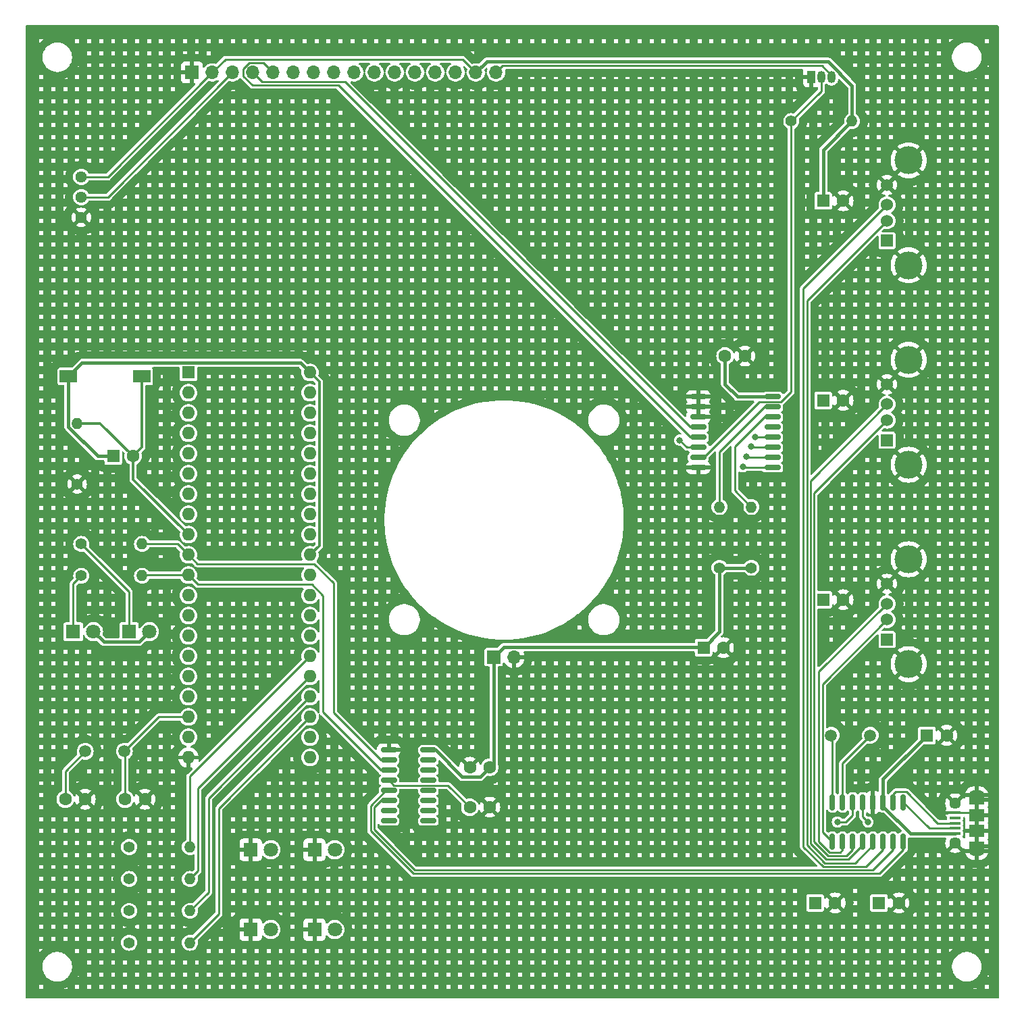
<source format=gbr>
%TF.GenerationSoftware,KiCad,Pcbnew,8.0.3*%
%TF.CreationDate,2024-06-21T15:41:33+08:00*%
%TF.ProjectId,pcb,7063622e-6b69-4636-9164-5f7063625858,rev?*%
%TF.SameCoordinates,Original*%
%TF.FileFunction,Copper,L1,Top*%
%TF.FilePolarity,Positive*%
%FSLAX46Y46*%
G04 Gerber Fmt 4.6, Leading zero omitted, Abs format (unit mm)*
G04 Created by KiCad (PCBNEW 8.0.3) date 2024-06-21 15:41:33*
%MOMM*%
%LPD*%
G01*
G04 APERTURE LIST*
G04 Aperture macros list*
%AMRoundRect*
0 Rectangle with rounded corners*
0 $1 Rounding radius*
0 $2 $3 $4 $5 $6 $7 $8 $9 X,Y pos of 4 corners*
0 Add a 4 corners polygon primitive as box body*
4,1,4,$2,$3,$4,$5,$6,$7,$8,$9,$2,$3,0*
0 Add four circle primitives for the rounded corners*
1,1,$1+$1,$2,$3*
1,1,$1+$1,$4,$5*
1,1,$1+$1,$6,$7*
1,1,$1+$1,$8,$9*
0 Add four rect primitives between the rounded corners*
20,1,$1+$1,$2,$3,$4,$5,0*
20,1,$1+$1,$4,$5,$6,$7,0*
20,1,$1+$1,$6,$7,$8,$9,0*
20,1,$1+$1,$8,$9,$2,$3,0*%
G04 Aperture macros list end*
%TA.AperFunction,ComponentPad*%
%ADD10R,1.600000X1.600000*%
%TD*%
%TA.AperFunction,ComponentPad*%
%ADD11C,1.600000*%
%TD*%
%TA.AperFunction,ComponentPad*%
%ADD12C,1.400000*%
%TD*%
%TA.AperFunction,ComponentPad*%
%ADD13O,1.400000X1.400000*%
%TD*%
%TA.AperFunction,ComponentPad*%
%ADD14R,1.050000X1.500000*%
%TD*%
%TA.AperFunction,ComponentPad*%
%ADD15O,1.050000X1.500000*%
%TD*%
%TA.AperFunction,ComponentPad*%
%ADD16R,1.800000X1.800000*%
%TD*%
%TA.AperFunction,ComponentPad*%
%ADD17C,1.800000*%
%TD*%
%TA.AperFunction,ComponentPad*%
%ADD18R,1.524000X1.524000*%
%TD*%
%TA.AperFunction,ComponentPad*%
%ADD19C,1.524000*%
%TD*%
%TA.AperFunction,ComponentPad*%
%ADD20C,3.500000*%
%TD*%
%TA.AperFunction,ComponentPad*%
%ADD21R,1.700000X1.700000*%
%TD*%
%TA.AperFunction,ComponentPad*%
%ADD22O,1.700000X1.700000*%
%TD*%
%TA.AperFunction,SMDPad,CuDef*%
%ADD23RoundRect,0.150000X0.150000X-0.825000X0.150000X0.825000X-0.150000X0.825000X-0.150000X-0.825000X0*%
%TD*%
%TA.AperFunction,ComponentPad*%
%ADD24C,1.500000*%
%TD*%
%TA.AperFunction,SMDPad,CuDef*%
%ADD25RoundRect,0.150000X-0.825000X-0.150000X0.825000X-0.150000X0.825000X0.150000X-0.825000X0.150000X0*%
%TD*%
%TA.AperFunction,SMDPad,CuDef*%
%ADD26R,1.350000X0.400000*%
%TD*%
%TA.AperFunction,ComponentPad*%
%ADD27O,1.900000X1.200000*%
%TD*%
%TA.AperFunction,SMDPad,CuDef*%
%ADD28R,1.900000X1.200000*%
%TD*%
%TA.AperFunction,ComponentPad*%
%ADD29C,1.450000*%
%TD*%
%TA.AperFunction,SMDPad,CuDef*%
%ADD30R,1.900000X1.500000*%
%TD*%
%TA.AperFunction,SMDPad,CuDef*%
%ADD31RoundRect,0.150000X-0.875000X-0.150000X0.875000X-0.150000X0.875000X0.150000X-0.875000X0.150000X0*%
%TD*%
%TA.AperFunction,ComponentPad*%
%ADD32C,1.440000*%
%TD*%
%TA.AperFunction,SMDPad,CuDef*%
%ADD33R,2.180000X1.600000*%
%TD*%
%TA.AperFunction,ComponentPad*%
%ADD34O,1.600000X1.600000*%
%TD*%
%TA.AperFunction,ViaPad*%
%ADD35C,0.800000*%
%TD*%
%TA.AperFunction,Conductor*%
%ADD36C,0.250000*%
%TD*%
%TA.AperFunction,Conductor*%
%ADD37C,0.400000*%
%TD*%
%TA.AperFunction,Conductor*%
%ADD38C,0.300000*%
%TD*%
G04 APERTURE END LIST*
D10*
%TO.P,C6,1*%
%TO.N,Net-(U3-VDD18)*%
X162000000Y-148000000D03*
D11*
%TO.P,C6,2*%
%TO.N,GND*%
X164500000Y-148000000D03*
%TD*%
D12*
%TO.P,R2,1*%
%TO.N,+5V*%
X154000000Y-106000000D03*
D13*
%TO.P,R2,2*%
%TO.N,/MCU_SCL*%
X154000000Y-98380000D03*
%TD*%
D10*
%TO.P,C5,1*%
%TO.N,Net-(U3-VDD33)*%
X170000000Y-148000000D03*
D11*
%TO.P,C5,2*%
%TO.N,GND*%
X172500000Y-148000000D03*
%TD*%
%TO.P,C8,1*%
%TO.N,Net-(U2-X1)*%
X75500000Y-135000000D03*
%TO.P,C8,2*%
%TO.N,GND*%
X78000000Y-135000000D03*
%TD*%
D14*
%TO.P,Q1,1,E*%
%TO.N,GND*%
X161500000Y-44500000D03*
D15*
%TO.P,Q1,2,B*%
%TO.N,/EXP_P3*%
X162770000Y-44500000D03*
%TO.P,Q1,3,C*%
%TO.N,Net-(Q1-C)*%
X164040000Y-44500000D03*
%TD*%
D16*
%TO.P,D4,1,K*%
%TO.N,GND*%
X91235000Y-151340000D03*
D17*
%TO.P,D4,2,A*%
%TO.N,Net-(D4-A)*%
X93775000Y-151340000D03*
%TD*%
D16*
%TO.P,D1,1,K*%
%TO.N,Net-(D1-K)*%
X69000000Y-114000000D03*
D17*
%TO.P,D1,2,A*%
%TO.N,+5V*%
X71540000Y-114000000D03*
%TD*%
D12*
%TO.P,R8,1*%
%TO.N,Net-(D5-A)*%
X76000000Y-145000000D03*
D13*
%TO.P,R8,2*%
%TO.N,/MCU_PING*%
X83620000Y-145000000D03*
%TD*%
D12*
%TO.P,R7,1*%
%TO.N,Net-(D4-A)*%
X76000000Y-149000000D03*
D13*
%TO.P,R7,2*%
%TO.N,/MCU_BUSY*%
X83620000Y-149000000D03*
%TD*%
D18*
%TO.P,J2,1,VBUS*%
%TO.N,+5V*%
X171000000Y-65000000D03*
D19*
%TO.P,J2,2,D-*%
%TO.N,/USB2_DM*%
X171000000Y-62500000D03*
%TO.P,J2,3,D+*%
%TO.N,/USB2_DP*%
X171000000Y-60500000D03*
%TO.P,J2,4,GND*%
%TO.N,GND*%
X171000000Y-58000000D03*
D20*
%TO.P,J2,5,Shield*%
X173710000Y-68070000D03*
X173710000Y-54930000D03*
%TD*%
D12*
%TO.P,R5,1*%
%TO.N,Net-(D2-K)*%
X70000000Y-103000000D03*
D13*
%TO.P,R5,2*%
%TO.N,/MCU_RXD*%
X77620000Y-103000000D03*
%TD*%
D21*
%TO.P,U4,1,VSS*%
%TO.N,GND*%
X83890000Y-43910000D03*
D22*
%TO.P,U4,2,VDD*%
%TO.N,+5V*%
X86430000Y-43910000D03*
%TO.P,U4,3,VO*%
%TO.N,Net-(U4-VO)*%
X88970000Y-43910000D03*
%TO.P,U4,4,RS*%
%TO.N,/EXP_P0*%
X91510000Y-43910000D03*
%TO.P,U4,5,RW*%
%TO.N,/EXP_P1*%
X94050000Y-43910000D03*
%TO.P,U4,6,E*%
%TO.N,/EXP_P2*%
X96590000Y-43910000D03*
%TO.P,U4,7,D0*%
%TO.N,unconnected-(U4-D0-Pad7)*%
X99130000Y-43910000D03*
%TO.P,U4,8,D1*%
%TO.N,unconnected-(U4-D1-Pad8)*%
X101670000Y-43910000D03*
%TO.P,U4,9,D2*%
%TO.N,unconnected-(U4-D2-Pad9)*%
X104210000Y-43910000D03*
%TO.P,U4,10,D3*%
%TO.N,unconnected-(U4-D3-Pad10)*%
X106750000Y-43910000D03*
%TO.P,U4,11,D4*%
%TO.N,/EXP_P4*%
X109290000Y-43910000D03*
%TO.P,U4,12,D5*%
%TO.N,/EXP_P5*%
X111830000Y-43910000D03*
%TO.P,U4,13,D6*%
%TO.N,/EXP_P6*%
X114370000Y-43910000D03*
%TO.P,U4,14,D7*%
%TO.N,/EXP_P7*%
X116910000Y-43910000D03*
%TO.P,U4,15,A*%
%TO.N,+5V*%
X119450000Y-43910000D03*
%TO.P,U4,16,K*%
%TO.N,Net-(Q1-C)*%
X121990000Y-43910000D03*
%TD*%
D10*
%TO.P,C2,1*%
%TO.N,+5V*%
X176000000Y-127000000D03*
D11*
%TO.P,C2,2*%
%TO.N,GND*%
X178500000Y-127000000D03*
%TD*%
D23*
%TO.P,U3,1,DM4*%
%TO.N,/USB4_DM*%
X164160000Y-140340000D03*
%TO.P,U3,2,DP4*%
%TO.N,/USB4_DP*%
X165430000Y-140340000D03*
%TO.P,U3,3,DM3*%
%TO.N,/USB3_DM*%
X166700000Y-140340000D03*
%TO.P,U3,4,DP3*%
%TO.N,/USB3_DP*%
X167970000Y-140340000D03*
%TO.P,U3,5,DM2*%
%TO.N,/USB2_DM*%
X169240000Y-140340000D03*
%TO.P,U3,6,DP2*%
%TO.N,/USB2_DP*%
X170510000Y-140340000D03*
%TO.P,U3,7,DM1*%
%TO.N,/USB1_DM*%
X171780000Y-140340000D03*
%TO.P,U3,8,DP1*%
%TO.N,/USB1_DP*%
X173050000Y-140340000D03*
%TO.P,U3,9,DM*%
%TO.N,/USB_DM*%
X173050000Y-135390000D03*
%TO.P,U3,10,DP*%
%TO.N,/USB_DP*%
X171780000Y-135390000D03*
%TO.P,U3,11,VDD5*%
%TO.N,+5V*%
X170510000Y-135390000D03*
%TO.P,U3,12,GND*%
%TO.N,GND*%
X169240000Y-135390000D03*
%TO.P,U3,13,VDD33*%
%TO.N,Net-(U3-VDD33)*%
X167970000Y-135390000D03*
%TO.P,U3,14,VDD18*%
%TO.N,Net-(U3-VDD18)*%
X166700000Y-135390000D03*
%TO.P,U3,15,XOUT*%
%TO.N,Net-(U3-XOUT)*%
X165430000Y-135390000D03*
%TO.P,U3,16,XIN*%
%TO.N,Net-(U3-XIN)*%
X164160000Y-135390000D03*
%TD*%
D16*
%TO.P,D2,1,K*%
%TO.N,Net-(D2-K)*%
X76000000Y-114000000D03*
D17*
%TO.P,D2,2,A*%
%TO.N,+5V*%
X78540000Y-114000000D03*
%TD*%
D10*
%TO.P,C12,1*%
%TO.N,+5V*%
X163000000Y-85000000D03*
D11*
%TO.P,C12,2*%
%TO.N,GND*%
X165500000Y-85000000D03*
%TD*%
%TO.P,C7,1*%
%TO.N,Net-(U2-X2)*%
X68000000Y-135000000D03*
%TO.P,C7,2*%
%TO.N,GND*%
X70500000Y-135000000D03*
%TD*%
D24*
%TO.P,Y1,1,1*%
%TO.N,Net-(U2-X2)*%
X70500000Y-129000000D03*
%TO.P,Y1,2,2*%
%TO.N,Net-(U2-X1)*%
X75400000Y-129000000D03*
%TD*%
D25*
%TO.P,U5,1,GND*%
%TO.N,GND*%
X108555000Y-128835000D03*
%TO.P,U5,2,TXD*%
%TO.N,/MCU_RXD*%
X108555000Y-130105000D03*
%TO.P,U5,3,RXD*%
%TO.N,/MCU_TXD*%
X108555000Y-131375000D03*
%TO.P,U5,4,V3*%
%TO.N,Net-(U5-V3)*%
X108555000Y-132645000D03*
%TO.P,U5,5,UD+*%
%TO.N,/USB1_DP*%
X108555000Y-133915000D03*
%TO.P,U5,6,UD-*%
%TO.N,/USB1_DM*%
X108555000Y-135185000D03*
%TO.P,U5,7,NC*%
%TO.N,unconnected-(U5-NC-Pad7)*%
X108555000Y-136455000D03*
%TO.P,U5,8,~{OUT}/~{DTR}*%
%TO.N,unconnected-(U5-~{OUT}{slash}~{DTR}-Pad8)*%
X108555000Y-137725000D03*
%TO.P,U5,9,~{CTS}*%
%TO.N,unconnected-(U5-~{CTS}-Pad9)*%
X113505000Y-137725000D03*
%TO.P,U5,10,~{DSR}*%
%TO.N,unconnected-(U5-~{DSR}-Pad10)*%
X113505000Y-136455000D03*
%TO.P,U5,11,~{RI}*%
%TO.N,unconnected-(U5-~{RI}-Pad11)*%
X113505000Y-135185000D03*
%TO.P,U5,12,~{DCD}*%
%TO.N,unconnected-(U5-~{DCD}-Pad12)*%
X113505000Y-133915000D03*
%TO.P,U5,13,~{DTR}*%
%TO.N,unconnected-(U5-~{DTR}-Pad13)*%
X113505000Y-132645000D03*
%TO.P,U5,14,~{RTS}*%
%TO.N,unconnected-(U5-~{RTS}-Pad14)*%
X113505000Y-131375000D03*
%TO.P,U5,15,R232*%
%TO.N,unconnected-(U5-R232-Pad15)*%
X113505000Y-130105000D03*
%TO.P,U5,16,VCC*%
%TO.N,+5V*%
X113505000Y-128835000D03*
%TD*%
D16*
%TO.P,D5,1,K*%
%TO.N,GND*%
X99235000Y-141340000D03*
D17*
%TO.P,D5,2,A*%
%TO.N,Net-(D5-A)*%
X101775000Y-141340000D03*
%TD*%
D26*
%TO.P,J1,1,VBUS*%
%TO.N,+5V*%
X179537500Y-139300000D03*
%TO.P,J1,2,D-*%
%TO.N,/USB_DM*%
X179537500Y-138650000D03*
%TO.P,J1,3,D+*%
%TO.N,/USB_DP*%
X179537500Y-138000000D03*
%TO.P,J1,4,ID*%
%TO.N,unconnected-(J1-ID-Pad4)*%
X179537500Y-137350000D03*
%TO.P,J1,5,GND*%
%TO.N,GND*%
X179537500Y-136700000D03*
D27*
%TO.P,J1,6,Shield*%
X182237500Y-141500000D03*
D28*
X182237500Y-140900000D03*
D29*
X179537500Y-140500000D03*
D30*
X182237500Y-139000000D03*
X182237500Y-137000000D03*
D29*
X179537500Y-135500000D03*
D28*
X182237500Y-135100000D03*
D27*
X182237500Y-134500000D03*
%TD*%
D11*
%TO.P,C9,1*%
%TO.N,Net-(U5-V3)*%
X118710000Y-136000000D03*
%TO.P,C9,2*%
%TO.N,GND*%
X121210000Y-136000000D03*
%TD*%
D12*
%TO.P,R6,1*%
%TO.N,Net-(D3-A)*%
X76000000Y-141000000D03*
D13*
%TO.P,R6,2*%
%TO.N,/MCU_POWER*%
X83620000Y-141000000D03*
%TD*%
D31*
%TO.P,U1,1,A0*%
%TO.N,GND*%
X147350000Y-84555000D03*
%TO.P,U1,2,A1*%
X147350000Y-85825000D03*
%TO.P,U1,3,A2*%
X147350000Y-87095000D03*
%TO.P,U1,4,P0*%
%TO.N,/EXP_P0*%
X147350000Y-88365000D03*
%TO.P,U1,5,P1*%
%TO.N,/EXP_P1*%
X147350000Y-89635000D03*
%TO.P,U1,6,P2*%
%TO.N,/EXP_P2*%
X147350000Y-90905000D03*
%TO.P,U1,7,P3*%
%TO.N,/EXP_P3*%
X147350000Y-92175000D03*
%TO.P,U1,8,VSS*%
%TO.N,GND*%
X147350000Y-93445000D03*
%TO.P,U1,9,P4*%
%TO.N,/EXP_P4*%
X156650000Y-93445000D03*
%TO.P,U1,10,P5*%
%TO.N,/EXP_P5*%
X156650000Y-92175000D03*
%TO.P,U1,11,P6*%
%TO.N,/EXP_P6*%
X156650000Y-90905000D03*
%TO.P,U1,12,P7*%
%TO.N,/EXP_P7*%
X156650000Y-89635000D03*
%TO.P,U1,13,~{INT}*%
%TO.N,unconnected-(U1-~{INT}-Pad13)*%
X156650000Y-88365000D03*
%TO.P,U1,14,SCL*%
%TO.N,/MCU_SCL*%
X156650000Y-87095000D03*
%TO.P,U1,15,SDA*%
%TO.N,/MCU_SDA*%
X156650000Y-85825000D03*
%TO.P,U1,16,VDD*%
%TO.N,+5V*%
X156650000Y-84555000D03*
%TD*%
D32*
%TO.P,RV1,1,1*%
%TO.N,+5V*%
X70000000Y-57000000D03*
%TO.P,RV1,2,2*%
%TO.N,Net-(U4-VO)*%
X70000000Y-59540000D03*
%TO.P,RV1,3,3*%
%TO.N,GND*%
X70000000Y-62080000D03*
%TD*%
D10*
%TO.P,C11,1*%
%TO.N,+5V*%
X163000000Y-60000000D03*
D11*
%TO.P,C11,2*%
%TO.N,GND*%
X165500000Y-60000000D03*
%TD*%
D12*
%TO.P,R9,1*%
%TO.N,Net-(D6-A)*%
X76000000Y-153000000D03*
D13*
%TO.P,R9,2*%
%TO.N,/MCU_ERROR*%
X83620000Y-153000000D03*
%TD*%
D10*
%TO.P,C13,1*%
%TO.N,+5V*%
X163000000Y-110000000D03*
D11*
%TO.P,C13,2*%
%TO.N,GND*%
X165500000Y-110000000D03*
%TD*%
D10*
%TO.P,C4,1*%
%TO.N,+5V*%
X74000000Y-92000000D03*
D11*
%TO.P,C4,2*%
%TO.N,Net-(U2-~{RESET})*%
X76500000Y-92000000D03*
%TD*%
D16*
%TO.P,D6,1,K*%
%TO.N,GND*%
X99235000Y-151340000D03*
D17*
%TO.P,D6,2,A*%
%TO.N,Net-(D6-A)*%
X101775000Y-151340000D03*
%TD*%
D11*
%TO.P,C10,1*%
%TO.N,GND*%
X118710000Y-131000000D03*
%TO.P,C10,2*%
%TO.N,+5V*%
X121210000Y-131000000D03*
%TD*%
D12*
%TO.P,R4,1*%
%TO.N,Net-(D1-K)*%
X70000000Y-107000000D03*
D13*
%TO.P,R4,2*%
%TO.N,/MCU_TXD*%
X77620000Y-107000000D03*
%TD*%
D33*
%TO.P,SW1,1,1*%
%TO.N,+5V*%
X68410000Y-82000000D03*
%TO.P,SW1,2,2*%
%TO.N,Net-(U2-~{RESET})*%
X77590000Y-82000000D03*
%TD*%
D16*
%TO.P,D3,1,K*%
%TO.N,GND*%
X91235000Y-141340000D03*
D17*
%TO.P,D3,2,A*%
%TO.N,Net-(D3-A)*%
X93775000Y-141340000D03*
%TD*%
D12*
%TO.P,R3,1*%
%TO.N,GND*%
X69500000Y-95500000D03*
D13*
%TO.P,R3,2*%
%TO.N,Net-(U2-~{RESET})*%
X69500000Y-87880000D03*
%TD*%
D18*
%TO.P,J4,1,VBUS*%
%TO.N,+5V*%
X171000000Y-115000000D03*
D19*
%TO.P,J4,2,D-*%
%TO.N,/USB4_DM*%
X171000000Y-112500000D03*
%TO.P,J4,3,D+*%
%TO.N,/USB4_DP*%
X171000000Y-110500000D03*
%TO.P,J4,4,GND*%
%TO.N,GND*%
X171000000Y-108000000D03*
D20*
%TO.P,J4,5,Shield*%
X173710000Y-118070000D03*
X173710000Y-104930000D03*
%TD*%
D10*
%TO.P,C3,1*%
%TO.N,+5V*%
X148000000Y-116000000D03*
D11*
%TO.P,C3,2*%
%TO.N,GND*%
X150500000Y-116000000D03*
%TD*%
D10*
%TO.P,U2,1,P1.0*%
%TO.N,unconnected-(U2-P1.0-Pad1)*%
X83440000Y-81520000D03*
D34*
%TO.P,U2,2,P1.1*%
%TO.N,unconnected-(U2-P1.1-Pad2)*%
X83440000Y-84060000D03*
%TO.P,U2,3,P1.2*%
%TO.N,unconnected-(U2-P1.2-Pad3)*%
X83440000Y-86600000D03*
%TO.P,U2,4,P1.3*%
%TO.N,unconnected-(U2-P1.3-Pad4)*%
X83440000Y-89140000D03*
%TO.P,U2,5,P1.4*%
%TO.N,unconnected-(U2-P1.4-Pad5)*%
X83440000Y-91680000D03*
%TO.P,U2,6,P1.5*%
%TO.N,unconnected-(U2-P1.5-Pad6)*%
X83440000Y-94220000D03*
%TO.P,U2,7,P1.6*%
%TO.N,unconnected-(U2-P1.6-Pad7)*%
X83440000Y-96760000D03*
%TO.P,U2,8,P1.7*%
%TO.N,unconnected-(U2-P1.7-Pad8)*%
X83440000Y-99300000D03*
%TO.P,U2,9,~{RESET}*%
%TO.N,Net-(U2-~{RESET})*%
X83440000Y-101840000D03*
%TO.P,U2,10,P3.0(RXD)*%
%TO.N,/MCU_RXD*%
X83440000Y-104380000D03*
%TO.P,U2,11,P3.1(TXD)*%
%TO.N,/MCU_TXD*%
X83440000Y-106920000D03*
%TO.P,U2,12,P3.2(~{INT0})*%
%TO.N,unconnected-(U2-P3.2(~{INT0})-Pad12)*%
X83440000Y-109460000D03*
%TO.P,U2,13,P3.3(~{INT1})*%
%TO.N,unconnected-(U2-P3.3(~{INT1})-Pad13)*%
X83440000Y-112000000D03*
%TO.P,U2,14,P3.4(T0)*%
%TO.N,unconnected-(U2-P3.4(T0)-Pad14)*%
X83440000Y-114540000D03*
%TO.P,U2,15,P3.5(T1)*%
%TO.N,unconnected-(U2-P3.5(T1)-Pad15)*%
X83440000Y-117080000D03*
%TO.P,U2,16,P3.6(~{WR})*%
%TO.N,unconnected-(U2-P3.6(~{WR})-Pad16)*%
X83440000Y-119620000D03*
%TO.P,U2,17,P3.7(~{RD})*%
%TO.N,unconnected-(U2-P3.7(~{RD})-Pad17)*%
X83440000Y-122160000D03*
%TO.P,U2,18,X1*%
%TO.N,Net-(U2-X1)*%
X83440000Y-124700000D03*
%TO.P,U2,19,X2*%
%TO.N,Net-(U2-X2)*%
X83440000Y-127240000D03*
%TO.P,U2,20,GND*%
%TO.N,GND*%
X83440000Y-129780000D03*
%TO.P,U2,21,P2.0*%
%TO.N,/MCU_SCL*%
X98680000Y-129780000D03*
%TO.P,U2,22,P2.1*%
%TO.N,/MCU_SDA*%
X98680000Y-127240000D03*
%TO.P,U2,23,P2.2*%
%TO.N,/MCU_ERROR*%
X98680000Y-124700000D03*
%TO.P,U2,24,P2.3*%
%TO.N,/MCU_BUSY*%
X98680000Y-122160000D03*
%TO.P,U2,25,P2.4*%
%TO.N,/MCU_PING*%
X98680000Y-119620000D03*
%TO.P,U2,26,P2.5*%
%TO.N,/MCU_POWER*%
X98680000Y-117080000D03*
%TO.P,U2,27,P2.6*%
%TO.N,unconnected-(U2-P2.6-Pad27)*%
X98680000Y-114540000D03*
%TO.P,U2,28,P2.7*%
%TO.N,unconnected-(U2-P2.7-Pad28)*%
X98680000Y-112000000D03*
%TO.P,U2,29,~{PSEN}*%
%TO.N,unconnected-(U2-~{PSEN}-Pad29)*%
X98680000Y-109460000D03*
%TO.P,U2,30,ALE/~{PROG}*%
%TO.N,unconnected-(U2-ALE{slash}~{PROG}-Pad30)*%
X98680000Y-106920000D03*
%TO.P,U2,31,~{EA}/VPP*%
%TO.N,+5V*%
X98680000Y-104380000D03*
%TO.P,U2,32,P0.7*%
%TO.N,unconnected-(U2-P0.7-Pad32)*%
X98680000Y-101840000D03*
%TO.P,U2,33,P0.6*%
%TO.N,unconnected-(U2-P0.6-Pad33)*%
X98680000Y-99300000D03*
%TO.P,U2,34,P0.5*%
%TO.N,unconnected-(U2-P0.5-Pad34)*%
X98680000Y-96760000D03*
%TO.P,U2,35,P0.4*%
%TO.N,unconnected-(U2-P0.4-Pad35)*%
X98680000Y-94220000D03*
%TO.P,U2,36,P0.3*%
%TO.N,unconnected-(U2-P0.3-Pad36)*%
X98680000Y-91680000D03*
%TO.P,U2,37,P0.2*%
%TO.N,unconnected-(U2-P0.2-Pad37)*%
X98680000Y-89140000D03*
%TO.P,U2,38,P0.1*%
%TO.N,unconnected-(U2-P0.1-Pad38)*%
X98680000Y-86600000D03*
%TO.P,U2,39,P0.0*%
%TO.N,unconnected-(U2-P0.0-Pad39)*%
X98680000Y-84060000D03*
%TO.P,U2,40,VCC*%
%TO.N,+5V*%
X98680000Y-81520000D03*
%TD*%
D21*
%TO.P,M1,1,+*%
%TO.N,+5V*%
X121690000Y-117200000D03*
D22*
%TO.P,M1,2,-*%
%TO.N,GND*%
X124230000Y-117200000D03*
%TD*%
D12*
%TO.P,R10,1*%
%TO.N,/EXP_P3*%
X159000000Y-50000000D03*
D13*
%TO.P,R10,2*%
%TO.N,+5V*%
X166620000Y-50000000D03*
%TD*%
D12*
%TO.P,R1,1*%
%TO.N,+5V*%
X150000000Y-106000000D03*
D13*
%TO.P,R1,2*%
%TO.N,/MCU_SDA*%
X150000000Y-98380000D03*
%TD*%
D24*
%TO.P,Y2,1,1*%
%TO.N,Net-(U3-XIN)*%
X164000000Y-127000000D03*
%TO.P,Y2,2,2*%
%TO.N,Net-(U3-XOUT)*%
X168900000Y-127000000D03*
%TD*%
D11*
%TO.P,C1,1*%
%TO.N,+5V*%
X150700000Y-79450000D03*
%TO.P,C1,2*%
%TO.N,GND*%
X153200000Y-79450000D03*
%TD*%
D18*
%TO.P,J3,1,VBUS*%
%TO.N,+5V*%
X171000000Y-90000000D03*
D19*
%TO.P,J3,2,D-*%
%TO.N,/USB3_DM*%
X171000000Y-87500000D03*
%TO.P,J3,3,D+*%
%TO.N,/USB3_DP*%
X171000000Y-85500000D03*
%TO.P,J3,4,GND*%
%TO.N,GND*%
X171000000Y-83000000D03*
D20*
%TO.P,J3,5,Shield*%
X173710000Y-93070000D03*
X173710000Y-79930000D03*
%TD*%
D35*
%TO.N,Net-(U3-VDD33)*%
X168605000Y-137865000D03*
%TO.N,Net-(U3-VDD18)*%
X164780000Y-137865000D03*
%TO.N,/EXP_P2*%
X145000000Y-90000000D03*
%TO.N,/EXP_P4*%
X152920000Y-93350000D03*
%TO.N,/EXP_P5*%
X153400000Y-92100000D03*
%TO.N,/EXP_P6*%
X153960000Y-90800000D03*
%TO.N,/EXP_P7*%
X154500000Y-89600000D03*
%TD*%
D36*
%TO.N,GND*%
X179537500Y-136700000D02*
X181937500Y-136700000D01*
X181937500Y-136700000D02*
X182237500Y-137000000D01*
%TO.N,+5V*%
X88055000Y-42285000D02*
X117825000Y-42285000D01*
D37*
X150000000Y-106000000D02*
X150000000Y-114000000D01*
D38*
X98680000Y-104380000D02*
X99830000Y-103230000D01*
D37*
X120010000Y-132200000D02*
X117770000Y-132200000D01*
X170510000Y-135876974D02*
X173933026Y-139300000D01*
X121210000Y-131000000D02*
X120010000Y-132200000D01*
X163608148Y-42535000D02*
X120825000Y-42535000D01*
X70090000Y-80320000D02*
X97480000Y-80320000D01*
D36*
X86430000Y-43910000D02*
X73340000Y-57000000D01*
D37*
X114405000Y-128835000D02*
X113505000Y-128835000D01*
X173933026Y-139300000D02*
X179537500Y-139300000D01*
X77240000Y-115300000D02*
X78540000Y-114000000D01*
X121690000Y-130520000D02*
X121210000Y-131000000D01*
X68410000Y-82000000D02*
X68400000Y-82010000D01*
X147950000Y-115950000D02*
X148000000Y-116000000D01*
X166620000Y-45546852D02*
X163608148Y-42535000D01*
X97480000Y-80320000D02*
X98680000Y-81520000D01*
X170510000Y-135390000D02*
X170510000Y-132490000D01*
X154000000Y-106000000D02*
X150000000Y-106000000D01*
X68400000Y-82010000D02*
X68400000Y-88335635D01*
X152265000Y-84555000D02*
X156650000Y-84555000D01*
D38*
X99830000Y-103230000D02*
X99830000Y-82670000D01*
D36*
X117825000Y-42285000D02*
X119450000Y-43910000D01*
X86430000Y-43910000D02*
X88055000Y-42285000D01*
D37*
X166620000Y-50000000D02*
X166620000Y-45546852D01*
X120825000Y-42535000D02*
X119450000Y-43910000D01*
X122940000Y-115950000D02*
X147950000Y-115950000D01*
X68400000Y-88335635D02*
X72064365Y-92000000D01*
X163000000Y-60000000D02*
X163000000Y-53620000D01*
X68410000Y-82000000D02*
X70090000Y-80320000D01*
X72840000Y-115300000D02*
X77240000Y-115300000D01*
X71540000Y-114000000D02*
X72840000Y-115300000D01*
X121690000Y-117200000D02*
X121690000Y-130520000D01*
X72064365Y-92000000D02*
X74000000Y-92000000D01*
D36*
X73340000Y-57000000D02*
X70000000Y-57000000D01*
D37*
X163000000Y-53620000D02*
X166620000Y-50000000D01*
D38*
X99830000Y-82670000D02*
X98680000Y-81520000D01*
D37*
X170510000Y-132490000D02*
X176000000Y-127000000D01*
X150000000Y-114000000D02*
X148000000Y-116000000D01*
X150700000Y-82990000D02*
X152265000Y-84555000D01*
X150700000Y-79450000D02*
X150700000Y-82990000D01*
X121690000Y-117200000D02*
X122940000Y-115950000D01*
X117770000Y-132200000D02*
X114405000Y-128835000D01*
D38*
%TO.N,Net-(U2-~{RESET})*%
X76500000Y-94900000D02*
X76500000Y-92000000D01*
X83440000Y-101840000D02*
X76500000Y-94900000D01*
X77590000Y-82000000D02*
X77590000Y-90910000D01*
X76500000Y-92000000D02*
X72380000Y-87880000D01*
X72380000Y-87880000D02*
X69500000Y-87880000D01*
X77590000Y-90910000D02*
X76500000Y-92000000D01*
D36*
%TO.N,Net-(U3-VDD33)*%
X167970000Y-137230000D02*
X168605000Y-137865000D01*
X167970000Y-135390000D02*
X167970000Y-137230000D01*
%TO.N,Net-(U3-VDD18)*%
X166700000Y-137010000D02*
X166700000Y-135390000D01*
X165845000Y-137865000D02*
X166700000Y-137010000D01*
X164780000Y-137865000D02*
X165845000Y-137865000D01*
%TO.N,Net-(U2-X2)*%
X68000000Y-135000000D02*
X68000000Y-131500000D01*
X68000000Y-131500000D02*
X70500000Y-129000000D01*
%TO.N,Net-(U5-V3)*%
X108555000Y-132645000D02*
X109180000Y-133270000D01*
X115980000Y-133270000D02*
X118710000Y-136000000D01*
X109180000Y-133270000D02*
X115980000Y-133270000D01*
%TO.N,/USB_DM*%
X176310000Y-138650000D02*
X173050000Y-135390000D01*
X179537500Y-138650000D02*
X176310000Y-138650000D01*
%TO.N,/USB_DP*%
X173400908Y-134090000D02*
X172105001Y-134090000D01*
X172105001Y-134090000D02*
X171780000Y-134415001D01*
X177310908Y-138000000D02*
X173400908Y-134090000D01*
X171780000Y-134415001D02*
X171780000Y-135390000D01*
X179537500Y-138000000D02*
X177310908Y-138000000D01*
%TO.N,/USB2_DM*%
X166970908Y-142990000D02*
X163193604Y-142990000D01*
X160975000Y-140771396D02*
X160975000Y-72525000D01*
X160975000Y-72525000D02*
X171000000Y-62500000D01*
X169240000Y-140720908D02*
X166970908Y-142990000D01*
X163193604Y-142990000D02*
X160975000Y-140771396D01*
%TO.N,/USB2_DP*%
X170510000Y-140340000D02*
X170510000Y-141314999D01*
X168384999Y-143440000D02*
X163007208Y-143440000D01*
X163007208Y-143440000D02*
X160525000Y-140957792D01*
X160525000Y-140957792D02*
X160525000Y-70975000D01*
X160525000Y-70975000D02*
X171000000Y-60500000D01*
X170510000Y-141314999D02*
X168384999Y-143440000D01*
%TO.N,/USB3_DM*%
X165924999Y-142090000D02*
X166700000Y-141314999D01*
X171000000Y-87500000D02*
X161875000Y-96625000D01*
X161875000Y-96625000D02*
X161875000Y-140342304D01*
X161875000Y-140342304D02*
X163622696Y-142090000D01*
X163622696Y-142090000D02*
X165924999Y-142090000D01*
X166700000Y-141314999D02*
X166700000Y-140340000D01*
%TO.N,/USB3_DP*%
X163380000Y-142540000D02*
X161425000Y-140585000D01*
X161425000Y-95075000D02*
X171000000Y-85500000D01*
X166150908Y-142540000D02*
X163380000Y-142540000D01*
X167970000Y-140720908D02*
X166150908Y-142540000D01*
X161425000Y-140585000D02*
X161425000Y-95075000D01*
%TO.N,/USB4_DM*%
X162925000Y-139105000D02*
X162925000Y-120575000D01*
X164160000Y-140340000D02*
X162925000Y-139105000D01*
X162925000Y-120575000D02*
X171000000Y-112500000D01*
%TO.N,/USB4_DP*%
X165104999Y-141640000D02*
X163809092Y-141640000D01*
X162475000Y-119025000D02*
X171000000Y-110500000D01*
X163809092Y-141640000D02*
X162475000Y-140305908D01*
X165430000Y-141314999D02*
X165104999Y-141640000D01*
X162475000Y-140305908D02*
X162475000Y-119025000D01*
X165430000Y-140340000D02*
X165430000Y-141314999D01*
%TO.N,/EXP_P3*%
X154990000Y-85200000D02*
X148015000Y-92175000D01*
X162770000Y-44500000D02*
X162770000Y-46230000D01*
X159000000Y-50000000D02*
X159000000Y-83905908D01*
X157705908Y-85200000D02*
X154990000Y-85200000D01*
X148015000Y-92175000D02*
X147350000Y-92175000D01*
X162770000Y-46230000D02*
X159000000Y-50000000D01*
X159000000Y-83905908D02*
X157705908Y-85200000D01*
%TO.N,Net-(Q1-C)*%
X122840000Y-43060000D02*
X121990000Y-43910000D01*
X164040000Y-44275000D02*
X162825000Y-43060000D01*
X164040000Y-44500000D02*
X164040000Y-44275000D01*
X162825000Y-43060000D02*
X122840000Y-43060000D01*
%TO.N,/MCU_SDA*%
X155625001Y-85825000D02*
X150000000Y-91450001D01*
X150000000Y-91450001D02*
X150000000Y-98380000D01*
X156650000Y-85825000D02*
X155625001Y-85825000D01*
%TO.N,/MCU_SCL*%
X151930000Y-90790001D02*
X151930000Y-96310000D01*
X156650000Y-87095000D02*
X155625001Y-87095000D01*
X155625001Y-87095000D02*
X151930000Y-90790001D01*
X151930000Y-96310000D02*
X154000000Y-98380000D01*
%TO.N,/MCU_POWER*%
X83620000Y-141000000D02*
X83620000Y-132140000D01*
X83620000Y-132140000D02*
X98680000Y-117080000D01*
%TO.N,/MCU_BUSY*%
X85960000Y-146660000D02*
X83620000Y-149000000D01*
X98680000Y-122160000D02*
X85960000Y-134880000D01*
X85960000Y-134880000D02*
X85960000Y-146660000D01*
%TO.N,/MCU_ERROR*%
X87240000Y-136140000D02*
X87240000Y-149380000D01*
X87240000Y-149380000D02*
X83620000Y-153000000D01*
X98680000Y-124700000D02*
X87240000Y-136140000D01*
%TO.N,Net-(U4-VO)*%
X88970000Y-43910000D02*
X73340000Y-59540000D01*
X73340000Y-59540000D02*
X70000000Y-59540000D01*
%TO.N,/EXP_P0*%
X146325001Y-88365000D02*
X103045001Y-45085000D01*
X103045001Y-45085000D02*
X92685000Y-45085000D01*
X92685000Y-45085000D02*
X91510000Y-43910000D01*
X147350000Y-88365000D02*
X146325001Y-88365000D01*
%TO.N,/EXP_P1*%
X91473299Y-45535000D02*
X90335000Y-44396701D01*
X90335000Y-44396701D02*
X90335000Y-43423299D01*
X90335000Y-43423299D02*
X91023299Y-42735000D01*
X92875000Y-42735000D02*
X94050000Y-43910000D01*
X102225001Y-45535000D02*
X91473299Y-45535000D01*
X146325001Y-89635000D02*
X102225001Y-45535000D01*
X91023299Y-42735000D02*
X92875000Y-42735000D01*
X147350000Y-89635000D02*
X146325001Y-89635000D01*
%TO.N,/EXP_P2*%
X145000000Y-90000000D02*
X145905000Y-90905000D01*
X145905000Y-90905000D02*
X147350000Y-90905000D01*
%TO.N,/EXP_P4*%
X153015000Y-93445000D02*
X152920000Y-93350000D01*
X156650000Y-93445000D02*
X153015000Y-93445000D01*
%TO.N,/EXP_P5*%
X153475000Y-92175000D02*
X153400000Y-92100000D01*
X156650000Y-92175000D02*
X153475000Y-92175000D01*
%TO.N,/EXP_P6*%
X154065000Y-90905000D02*
X153960000Y-90800000D01*
X156650000Y-90905000D02*
X154065000Y-90905000D01*
%TO.N,/EXP_P7*%
X156650000Y-89635000D02*
X154535000Y-89635000D01*
X154535000Y-89635000D02*
X154500000Y-89600000D01*
%TO.N,/MCU_TXD*%
X100310000Y-124104999D02*
X107580001Y-131375000D01*
X83440000Y-106920000D02*
X84616396Y-108096396D01*
X98916396Y-108096396D02*
X100310000Y-109490000D01*
X84616396Y-108096396D02*
X98916396Y-108096396D01*
X77700000Y-106920000D02*
X77620000Y-107000000D01*
X83440000Y-106920000D02*
X77700000Y-106920000D01*
X100310000Y-109490000D02*
X100310000Y-124104999D01*
X107580001Y-131375000D02*
X108555000Y-131375000D01*
%TO.N,/MCU_RXD*%
X99215000Y-105505000D02*
X84565000Y-105505000D01*
X101620000Y-107910000D02*
X99215000Y-105505000D01*
X101620000Y-124144999D02*
X101620000Y-107910000D01*
X77620000Y-103000000D02*
X82060000Y-103000000D01*
X107580001Y-130105000D02*
X101620000Y-124144999D01*
X108555000Y-130105000D02*
X107580001Y-130105000D01*
X84565000Y-105505000D02*
X83440000Y-104380000D01*
X82060000Y-103000000D02*
X83440000Y-104380000D01*
%TO.N,Net-(U2-X1)*%
X75400000Y-129000000D02*
X79700000Y-124700000D01*
X79700000Y-124700000D02*
X83440000Y-124700000D01*
X75500000Y-135000000D02*
X75500000Y-129100000D01*
X75500000Y-129100000D02*
X75400000Y-129000000D01*
%TO.N,/USB1_DM*%
X106720000Y-138770000D02*
X111840000Y-143890000D01*
X107580001Y-135185000D02*
X106720000Y-136045001D01*
X169204999Y-143890000D02*
X171780000Y-141314999D01*
X106720000Y-136045001D02*
X106720000Y-138770000D01*
X108555000Y-135185000D02*
X107580001Y-135185000D01*
X111840000Y-143890000D02*
X169204999Y-143890000D01*
X171780000Y-141314999D02*
X171780000Y-140340000D01*
%TO.N,/USB1_DP*%
X106270000Y-138956396D02*
X106270000Y-135819092D01*
X173050000Y-140340000D02*
X173050000Y-141314999D01*
X106270000Y-135819092D02*
X108174092Y-133915000D01*
X170024999Y-144340000D02*
X111653604Y-144340000D01*
X173050000Y-141314999D02*
X170024999Y-144340000D01*
X111653604Y-144340000D02*
X106270000Y-138956396D01*
%TO.N,Net-(U3-XOUT)*%
X165430000Y-135390000D02*
X165430000Y-130470000D01*
X165430000Y-130470000D02*
X168900000Y-127000000D01*
%TO.N,Net-(U3-XIN)*%
X164160000Y-135390000D02*
X164160000Y-127160000D01*
%TO.N,Net-(D1-K)*%
X70000000Y-107000000D02*
X69000000Y-108000000D01*
X69000000Y-108000000D02*
X69000000Y-114000000D01*
%TO.N,Net-(D2-K)*%
X76000000Y-109000000D02*
X76000000Y-114000000D01*
X70000000Y-103000000D02*
X76000000Y-109000000D01*
%TO.N,/MCU_PING*%
X84645000Y-133655000D02*
X84645000Y-143975000D01*
X98680000Y-119620000D02*
X84645000Y-133655000D01*
X84645000Y-143975000D02*
X83620000Y-145000000D01*
%TD*%
%TA.AperFunction,Conductor*%
%TO.N,GND*%
G36*
X106133016Y-42730185D02*
G01*
X106178771Y-42782989D01*
X106188715Y-42852147D01*
X106159690Y-42915703D01*
X106131254Y-42939927D01*
X106053701Y-42987945D01*
X105896127Y-43131593D01*
X105767632Y-43301746D01*
X105672596Y-43492605D01*
X105672596Y-43492607D01*
X105614244Y-43697689D01*
X105603471Y-43813951D01*
X105577685Y-43878888D01*
X105533130Y-43910804D01*
X105569503Y-43931668D01*
X105601693Y-43993681D01*
X105603470Y-44006047D01*
X105614244Y-44122310D01*
X105667675Y-44310099D01*
X105672596Y-44327392D01*
X105672596Y-44327394D01*
X105767632Y-44518253D01*
X105895261Y-44687259D01*
X105896128Y-44688407D01*
X106053698Y-44832052D01*
X106234981Y-44944298D01*
X106433802Y-45021321D01*
X106643390Y-45060500D01*
X106643392Y-45060500D01*
X106856608Y-45060500D01*
X106856610Y-45060500D01*
X107066198Y-45021321D01*
X107265019Y-44944298D01*
X107446302Y-44832052D01*
X107603872Y-44688407D01*
X107732366Y-44518255D01*
X107786270Y-44410000D01*
X107827403Y-44327394D01*
X107827403Y-44327393D01*
X107827405Y-44327389D01*
X107885756Y-44122310D01*
X107896529Y-44006047D01*
X107922315Y-43941111D01*
X107966869Y-43909194D01*
X107930497Y-43888331D01*
X107898307Y-43826318D01*
X107896529Y-43813951D01*
X107891164Y-43756054D01*
X107885756Y-43697690D01*
X107827405Y-43492611D01*
X107827403Y-43492606D01*
X107827403Y-43492605D01*
X107732367Y-43301746D01*
X107603872Y-43131593D01*
X107550364Y-43082814D01*
X107446302Y-42987948D01*
X107446299Y-42987946D01*
X107446298Y-42987945D01*
X107368746Y-42939927D01*
X107322110Y-42887899D01*
X107311006Y-42818917D01*
X107338959Y-42754883D01*
X107397094Y-42716127D01*
X107434023Y-42710500D01*
X108605977Y-42710500D01*
X108673016Y-42730185D01*
X108718771Y-42782989D01*
X108728715Y-42852147D01*
X108699690Y-42915703D01*
X108671254Y-42939927D01*
X108593701Y-42987945D01*
X108436127Y-43131593D01*
X108307632Y-43301746D01*
X108212596Y-43492605D01*
X108212596Y-43492607D01*
X108154244Y-43697689D01*
X108143471Y-43813951D01*
X108117685Y-43878888D01*
X108073130Y-43910804D01*
X108109503Y-43931668D01*
X108141693Y-43993681D01*
X108143470Y-44006047D01*
X108154244Y-44122310D01*
X108207675Y-44310099D01*
X108212596Y-44327392D01*
X108212596Y-44327394D01*
X108307632Y-44518253D01*
X108435261Y-44687259D01*
X108436128Y-44688407D01*
X108593698Y-44832052D01*
X108774981Y-44944298D01*
X108973802Y-45021321D01*
X109183390Y-45060500D01*
X109183392Y-45060500D01*
X109396608Y-45060500D01*
X109396610Y-45060500D01*
X109606198Y-45021321D01*
X109805019Y-44944298D01*
X109986302Y-44832052D01*
X110143872Y-44688407D01*
X110272366Y-44518255D01*
X110326270Y-44410000D01*
X110367403Y-44327394D01*
X110367403Y-44327393D01*
X110367405Y-44327389D01*
X110425756Y-44122310D01*
X110436529Y-44006047D01*
X110462315Y-43941111D01*
X110506869Y-43909194D01*
X110470497Y-43888331D01*
X110438307Y-43826318D01*
X110436529Y-43813951D01*
X110431164Y-43756054D01*
X110425756Y-43697690D01*
X110367405Y-43492611D01*
X110367403Y-43492606D01*
X110367403Y-43492605D01*
X110272367Y-43301746D01*
X110143872Y-43131593D01*
X110090364Y-43082814D01*
X109986302Y-42987948D01*
X109986299Y-42987946D01*
X109986298Y-42987945D01*
X109908746Y-42939927D01*
X109862110Y-42887899D01*
X109851006Y-42818917D01*
X109878959Y-42754883D01*
X109937094Y-42716127D01*
X109974023Y-42710500D01*
X111145977Y-42710500D01*
X111213016Y-42730185D01*
X111258771Y-42782989D01*
X111268715Y-42852147D01*
X111239690Y-42915703D01*
X111211254Y-42939927D01*
X111133701Y-42987945D01*
X110976127Y-43131593D01*
X110847632Y-43301746D01*
X110752596Y-43492605D01*
X110752596Y-43492607D01*
X110694244Y-43697689D01*
X110683471Y-43813951D01*
X110657685Y-43878888D01*
X110613130Y-43910804D01*
X110649503Y-43931668D01*
X110681693Y-43993681D01*
X110683470Y-44006047D01*
X110694244Y-44122310D01*
X110747675Y-44310099D01*
X110752596Y-44327392D01*
X110752596Y-44327394D01*
X110847632Y-44518253D01*
X110975261Y-44687259D01*
X110976128Y-44688407D01*
X111133698Y-44832052D01*
X111314981Y-44944298D01*
X111513802Y-45021321D01*
X111723390Y-45060500D01*
X111723392Y-45060500D01*
X111936608Y-45060500D01*
X111936610Y-45060500D01*
X112146198Y-45021321D01*
X112345019Y-44944298D01*
X112526302Y-44832052D01*
X112683872Y-44688407D01*
X112812366Y-44518255D01*
X112866270Y-44410000D01*
X112907403Y-44327394D01*
X112907403Y-44327393D01*
X112907405Y-44327389D01*
X112965756Y-44122310D01*
X112976529Y-44006047D01*
X113002315Y-43941111D01*
X113046869Y-43909194D01*
X113010497Y-43888331D01*
X112978307Y-43826318D01*
X112976529Y-43813951D01*
X112971164Y-43756054D01*
X112965756Y-43697690D01*
X112907405Y-43492611D01*
X112907403Y-43492606D01*
X112907403Y-43492605D01*
X112812367Y-43301746D01*
X112683872Y-43131593D01*
X112630364Y-43082814D01*
X112526302Y-42987948D01*
X112526299Y-42987946D01*
X112526298Y-42987945D01*
X112448746Y-42939927D01*
X112402110Y-42887899D01*
X112391006Y-42818917D01*
X112418959Y-42754883D01*
X112477094Y-42716127D01*
X112514023Y-42710500D01*
X113685977Y-42710500D01*
X113753016Y-42730185D01*
X113798771Y-42782989D01*
X113808715Y-42852147D01*
X113779690Y-42915703D01*
X113751254Y-42939927D01*
X113673701Y-42987945D01*
X113516127Y-43131593D01*
X113387632Y-43301746D01*
X113292596Y-43492605D01*
X113292596Y-43492607D01*
X113234244Y-43697689D01*
X113223471Y-43813951D01*
X113197685Y-43878888D01*
X113153130Y-43910804D01*
X113189503Y-43931668D01*
X113221693Y-43993681D01*
X113223470Y-44006047D01*
X113234244Y-44122310D01*
X113287675Y-44310099D01*
X113292596Y-44327392D01*
X113292596Y-44327394D01*
X113387632Y-44518253D01*
X113515261Y-44687259D01*
X113516128Y-44688407D01*
X113673698Y-44832052D01*
X113854981Y-44944298D01*
X114053802Y-45021321D01*
X114263390Y-45060500D01*
X114263392Y-45060500D01*
X114476608Y-45060500D01*
X114476610Y-45060500D01*
X114686198Y-45021321D01*
X114885019Y-44944298D01*
X115066302Y-44832052D01*
X115223872Y-44688407D01*
X115352366Y-44518255D01*
X115406270Y-44410000D01*
X115447403Y-44327394D01*
X115447403Y-44327393D01*
X115447405Y-44327389D01*
X115505756Y-44122310D01*
X115516529Y-44006047D01*
X115542315Y-43941111D01*
X115586869Y-43909194D01*
X115550497Y-43888331D01*
X115518307Y-43826318D01*
X115516529Y-43813951D01*
X115511164Y-43756054D01*
X115505756Y-43697690D01*
X115447405Y-43492611D01*
X115447403Y-43492606D01*
X115447403Y-43492605D01*
X115352367Y-43301746D01*
X115223872Y-43131593D01*
X115170364Y-43082814D01*
X115066302Y-42987948D01*
X115066299Y-42987946D01*
X115066298Y-42987945D01*
X114988746Y-42939927D01*
X114942110Y-42887899D01*
X114931006Y-42818917D01*
X114958959Y-42754883D01*
X115017094Y-42716127D01*
X115054023Y-42710500D01*
X116225977Y-42710500D01*
X116293016Y-42730185D01*
X116338771Y-42782989D01*
X116348715Y-42852147D01*
X116319690Y-42915703D01*
X116291254Y-42939927D01*
X116213701Y-42987945D01*
X116056127Y-43131593D01*
X115927632Y-43301746D01*
X115832596Y-43492605D01*
X115832596Y-43492607D01*
X115774244Y-43697689D01*
X115763471Y-43813951D01*
X115737685Y-43878888D01*
X115693130Y-43910804D01*
X115729503Y-43931668D01*
X115761693Y-43993681D01*
X115763470Y-44006047D01*
X115774244Y-44122310D01*
X115827675Y-44310099D01*
X115832596Y-44327392D01*
X115832596Y-44327394D01*
X115927632Y-44518253D01*
X116055261Y-44687259D01*
X116056128Y-44688407D01*
X116213698Y-44832052D01*
X116394981Y-44944298D01*
X116593802Y-45021321D01*
X116803390Y-45060500D01*
X116803392Y-45060500D01*
X117016608Y-45060500D01*
X117016610Y-45060500D01*
X117226198Y-45021321D01*
X117425019Y-44944298D01*
X117606302Y-44832052D01*
X117763872Y-44688407D01*
X117892366Y-44518255D01*
X117946270Y-44410000D01*
X117987403Y-44327394D01*
X117987403Y-44327393D01*
X117987405Y-44327389D01*
X118045756Y-44122310D01*
X118056529Y-44006047D01*
X118082315Y-43941111D01*
X118126869Y-43909194D01*
X118090497Y-43888331D01*
X118058307Y-43826318D01*
X118056529Y-43813951D01*
X118051164Y-43756054D01*
X118045756Y-43697690D01*
X117987405Y-43492611D01*
X117987403Y-43492606D01*
X117987403Y-43492605D01*
X117892367Y-43301747D01*
X117889822Y-43297636D01*
X117871267Y-43230276D01*
X117892075Y-43163576D01*
X117945640Y-43118715D01*
X118014956Y-43109935D01*
X118078015Y-43140024D01*
X118082930Y-43144678D01*
X118333974Y-43395722D01*
X118367459Y-43457045D01*
X118365559Y-43517338D01*
X118314244Y-43697689D01*
X118303471Y-43813951D01*
X118277685Y-43878888D01*
X118233130Y-43910804D01*
X118269503Y-43931668D01*
X118301693Y-43993681D01*
X118303470Y-44006047D01*
X118314244Y-44122310D01*
X118367675Y-44310099D01*
X118372596Y-44327392D01*
X118372596Y-44327394D01*
X118467632Y-44518253D01*
X118595261Y-44687259D01*
X118596128Y-44688407D01*
X118753698Y-44832052D01*
X118934981Y-44944298D01*
X119133802Y-45021321D01*
X119343390Y-45060500D01*
X119343392Y-45060500D01*
X119556608Y-45060500D01*
X119556610Y-45060500D01*
X119766198Y-45021321D01*
X119965019Y-44944298D01*
X120146302Y-44832052D01*
X120303872Y-44688407D01*
X120432366Y-44518255D01*
X120486270Y-44410000D01*
X120527403Y-44327394D01*
X120527403Y-44327393D01*
X120527405Y-44327389D01*
X120585756Y-44122310D01*
X120596529Y-44006047D01*
X120622315Y-43941111D01*
X120666869Y-43909194D01*
X120630497Y-43888331D01*
X120598307Y-43826318D01*
X120596529Y-43813951D01*
X120591164Y-43756054D01*
X120585756Y-43697690D01*
X120557934Y-43599908D01*
X120558520Y-43530042D01*
X120589517Y-43478295D01*
X120710307Y-43357505D01*
X120771628Y-43324022D01*
X120841320Y-43329006D01*
X120897253Y-43370878D01*
X120921670Y-43436342D01*
X120914054Y-43487066D01*
X120914164Y-43487098D01*
X120913922Y-43487945D01*
X120913620Y-43489963D01*
X120912597Y-43492604D01*
X120854244Y-43697689D01*
X120843471Y-43813951D01*
X120817685Y-43878888D01*
X120773130Y-43910804D01*
X120809503Y-43931668D01*
X120841693Y-43993681D01*
X120843470Y-44006047D01*
X120854244Y-44122310D01*
X120907675Y-44310099D01*
X120912596Y-44327392D01*
X120912596Y-44327394D01*
X121007632Y-44518253D01*
X121135261Y-44687259D01*
X121136128Y-44688407D01*
X121293698Y-44832052D01*
X121474981Y-44944298D01*
X121673802Y-45021321D01*
X121883390Y-45060500D01*
X121883392Y-45060500D01*
X122096608Y-45060500D01*
X122096610Y-45060500D01*
X122306198Y-45021321D01*
X122505019Y-44944298D01*
X122686302Y-44832052D01*
X122776308Y-44750000D01*
X124748000Y-44750000D01*
X125250000Y-44750000D01*
X126248000Y-44750000D01*
X126750000Y-44750000D01*
X127748000Y-44750000D01*
X128250000Y-44750000D01*
X129248000Y-44750000D01*
X129750000Y-44750000D01*
X130748000Y-44750000D01*
X131250000Y-44750000D01*
X132248000Y-44750000D01*
X132750000Y-44750000D01*
X133748000Y-44750000D01*
X134250000Y-44750000D01*
X135248000Y-44750000D01*
X135750000Y-44750000D01*
X136748000Y-44750000D01*
X137250000Y-44750000D01*
X138248000Y-44750000D01*
X138750000Y-44750000D01*
X139748000Y-44750000D01*
X140250000Y-44750000D01*
X141248000Y-44750000D01*
X141750000Y-44750000D01*
X142748000Y-44750000D01*
X143250000Y-44750000D01*
X144248000Y-44750000D01*
X144750000Y-44750000D01*
X145748000Y-44750000D01*
X146250000Y-44750000D01*
X147248000Y-44750000D01*
X147750000Y-44750000D01*
X148748000Y-44750000D01*
X149250000Y-44750000D01*
X150248000Y-44750000D01*
X150750000Y-44750000D01*
X151748000Y-44750000D01*
X152250000Y-44750000D01*
X153248000Y-44750000D01*
X153750000Y-44750000D01*
X154748000Y-44750000D01*
X155250000Y-44750000D01*
X156248000Y-44750000D01*
X156750000Y-44750000D01*
X157748000Y-44750000D01*
X158250000Y-44750000D01*
X159248000Y-44750000D01*
X159477000Y-44750000D01*
X159477000Y-44549454D01*
X159486439Y-44502002D01*
X159487268Y-44500000D01*
X159486439Y-44497998D01*
X159483555Y-44483500D01*
X159248000Y-44483500D01*
X159248000Y-44750000D01*
X158250000Y-44750000D01*
X158250000Y-44483500D01*
X157748000Y-44483500D01*
X157748000Y-44750000D01*
X156750000Y-44750000D01*
X156750000Y-44483500D01*
X156248000Y-44483500D01*
X156248000Y-44750000D01*
X155250000Y-44750000D01*
X155250000Y-44483500D01*
X154748000Y-44483500D01*
X154748000Y-44750000D01*
X153750000Y-44750000D01*
X153750000Y-44483500D01*
X153248000Y-44483500D01*
X153248000Y-44750000D01*
X152250000Y-44750000D01*
X152250000Y-44483500D01*
X151748000Y-44483500D01*
X151748000Y-44750000D01*
X150750000Y-44750000D01*
X150750000Y-44483500D01*
X150248000Y-44483500D01*
X150248000Y-44750000D01*
X149250000Y-44750000D01*
X149250000Y-44483500D01*
X148748000Y-44483500D01*
X148748000Y-44750000D01*
X147750000Y-44750000D01*
X147750000Y-44483500D01*
X147248000Y-44483500D01*
X147248000Y-44750000D01*
X146250000Y-44750000D01*
X146250000Y-44483500D01*
X145748000Y-44483500D01*
X145748000Y-44750000D01*
X144750000Y-44750000D01*
X144750000Y-44483500D01*
X144248000Y-44483500D01*
X144248000Y-44750000D01*
X143250000Y-44750000D01*
X143250000Y-44483500D01*
X142748000Y-44483500D01*
X142748000Y-44750000D01*
X141750000Y-44750000D01*
X141750000Y-44483500D01*
X141248000Y-44483500D01*
X141248000Y-44750000D01*
X140250000Y-44750000D01*
X140250000Y-44483500D01*
X139748000Y-44483500D01*
X139748000Y-44750000D01*
X138750000Y-44750000D01*
X138750000Y-44483500D01*
X138248000Y-44483500D01*
X138248000Y-44750000D01*
X137250000Y-44750000D01*
X137250000Y-44483500D01*
X136748000Y-44483500D01*
X136748000Y-44750000D01*
X135750000Y-44750000D01*
X135750000Y-44483500D01*
X135248000Y-44483500D01*
X135248000Y-44750000D01*
X134250000Y-44750000D01*
X134250000Y-44483500D01*
X133748000Y-44483500D01*
X133748000Y-44750000D01*
X132750000Y-44750000D01*
X132750000Y-44483500D01*
X132248000Y-44483500D01*
X132248000Y-44750000D01*
X131250000Y-44750000D01*
X131250000Y-44483500D01*
X130748000Y-44483500D01*
X130748000Y-44750000D01*
X129750000Y-44750000D01*
X129750000Y-44483500D01*
X129248000Y-44483500D01*
X129248000Y-44750000D01*
X128250000Y-44750000D01*
X128250000Y-44483500D01*
X127748000Y-44483500D01*
X127748000Y-44750000D01*
X126750000Y-44750000D01*
X126750000Y-44483500D01*
X126248000Y-44483500D01*
X126248000Y-44750000D01*
X125250000Y-44750000D01*
X125250000Y-44483500D01*
X124748000Y-44483500D01*
X124748000Y-44750000D01*
X122776308Y-44750000D01*
X122843872Y-44688407D01*
X122972366Y-44518255D01*
X123026270Y-44410000D01*
X123067403Y-44327394D01*
X123067403Y-44327393D01*
X123067405Y-44327389D01*
X123125756Y-44122310D01*
X123145429Y-43910000D01*
X123125756Y-43697690D01*
X123110319Y-43643435D01*
X123110905Y-43573567D01*
X123149172Y-43515109D01*
X123212969Y-43486618D01*
X123229585Y-43485500D01*
X160361814Y-43485500D01*
X160428853Y-43505185D01*
X160474608Y-43557989D01*
X160484552Y-43627147D01*
X160482492Y-43638009D01*
X160481402Y-43642622D01*
X160475000Y-43702155D01*
X160475000Y-44250000D01*
X161219670Y-44250000D01*
X161199925Y-44269745D01*
X161150556Y-44355255D01*
X161125000Y-44450630D01*
X161125000Y-44549370D01*
X161150556Y-44644745D01*
X161199925Y-44730255D01*
X161219670Y-44750000D01*
X160475000Y-44750000D01*
X160475000Y-45297844D01*
X160481401Y-45357372D01*
X160481403Y-45357379D01*
X160531645Y-45492086D01*
X160531649Y-45492093D01*
X160617809Y-45607187D01*
X160617812Y-45607190D01*
X160732906Y-45693350D01*
X160732913Y-45693354D01*
X160867620Y-45743596D01*
X160867627Y-45743598D01*
X160927155Y-45749999D01*
X160927172Y-45750000D01*
X161250000Y-45750000D01*
X161250000Y-44780330D01*
X161269745Y-44800075D01*
X161355255Y-44849444D01*
X161450630Y-44875000D01*
X161549370Y-44875000D01*
X161644745Y-44849444D01*
X161730255Y-44800075D01*
X161750000Y-44780330D01*
X161750000Y-45750000D01*
X162072828Y-45750000D01*
X162072844Y-45749999D01*
X162132372Y-45743598D01*
X162132376Y-45743597D01*
X162177166Y-45726892D01*
X162246858Y-45721908D01*
X162308181Y-45755393D01*
X162341666Y-45816716D01*
X162344500Y-45843074D01*
X162344500Y-46002389D01*
X162324815Y-46069428D01*
X162308181Y-46090070D01*
X159393040Y-49005210D01*
X159331717Y-49038695D01*
X159269365Y-49036190D01*
X159196132Y-49013976D01*
X159000000Y-48994659D01*
X158803870Y-49013975D01*
X158615266Y-49071188D01*
X158441467Y-49164086D01*
X158441460Y-49164090D01*
X158289116Y-49289116D01*
X158164090Y-49441460D01*
X158164086Y-49441467D01*
X158071188Y-49615266D01*
X158013975Y-49803870D01*
X157994659Y-50000000D01*
X158013975Y-50196129D01*
X158013976Y-50196132D01*
X158063928Y-50360802D01*
X158071188Y-50384733D01*
X158164086Y-50558532D01*
X158164090Y-50558539D01*
X158289116Y-50710883D01*
X158441460Y-50835909D01*
X158441467Y-50835913D01*
X158469050Y-50850656D01*
X158508952Y-50871984D01*
X158558796Y-50920944D01*
X158574500Y-50981342D01*
X158574500Y-83678297D01*
X158554815Y-83745336D01*
X158538181Y-83765978D01*
X158107918Y-84196240D01*
X158046595Y-84229725D01*
X157976903Y-84224741D01*
X157920970Y-84182869D01*
X157920618Y-84182397D01*
X157847150Y-84082850D01*
X157829935Y-84070145D01*
X157737882Y-84002207D01*
X157737880Y-84002206D01*
X157609700Y-83957353D01*
X157579270Y-83954500D01*
X157579266Y-83954500D01*
X155720734Y-83954500D01*
X155720730Y-83954500D01*
X155690300Y-83957353D01*
X155690298Y-83957353D01*
X155562119Y-84002206D01*
X155562113Y-84002209D01*
X155524093Y-84030270D01*
X155458464Y-84054241D01*
X155450460Y-84054500D01*
X152523675Y-84054500D01*
X152456636Y-84034815D01*
X152435994Y-84018181D01*
X151236819Y-82819005D01*
X151203334Y-82757682D01*
X151200500Y-82731324D01*
X151200500Y-82250000D01*
X152198500Y-82250000D01*
X152250000Y-82250000D01*
X152250000Y-81751939D01*
X153248000Y-81751939D01*
X153248000Y-82250000D01*
X153750000Y-82250000D01*
X154748000Y-82250000D01*
X155250000Y-82250000D01*
X156248000Y-82250000D01*
X156750000Y-82250000D01*
X156750000Y-81748000D01*
X156248000Y-81748000D01*
X156248000Y-82250000D01*
X155250000Y-82250000D01*
X155250000Y-81748000D01*
X154748000Y-81748000D01*
X154748000Y-82250000D01*
X153750000Y-82250000D01*
X153750000Y-81748000D01*
X153300330Y-81748000D01*
X153265285Y-81751066D01*
X153259888Y-81751420D01*
X153248000Y-81751939D01*
X152250000Y-81751939D01*
X152250000Y-81748000D01*
X152198500Y-81748000D01*
X152198500Y-82250000D01*
X151200500Y-82250000D01*
X151200500Y-80503546D01*
X151220185Y-80436507D01*
X151259218Y-80398122D01*
X151366041Y-80331981D01*
X151484135Y-80224324D01*
X151516762Y-80194581D01*
X151516764Y-80194579D01*
X151639673Y-80031821D01*
X151730209Y-79850000D01*
X151733138Y-79844118D01*
X151734763Y-79844927D01*
X151772258Y-79796102D01*
X151838017Y-79772491D01*
X151906103Y-79788180D01*
X151954898Y-79838188D01*
X151965118Y-79864178D01*
X151973729Y-79896314D01*
X151973735Y-79896331D01*
X152069863Y-80102478D01*
X152120974Y-80175472D01*
X152800000Y-79496446D01*
X152800000Y-79502661D01*
X152827259Y-79604394D01*
X152879920Y-79695606D01*
X152954394Y-79770080D01*
X153045606Y-79822741D01*
X153147339Y-79850000D01*
X153153553Y-79850000D01*
X152474526Y-80529025D01*
X152547513Y-80580132D01*
X152547521Y-80580136D01*
X152753668Y-80676264D01*
X152753682Y-80676269D01*
X152973389Y-80735139D01*
X152973400Y-80735141D01*
X153199998Y-80754966D01*
X153200002Y-80754966D01*
X153256763Y-80750000D01*
X155095069Y-80750000D01*
X155250000Y-80750000D01*
X156248000Y-80750000D01*
X156750000Y-80750000D01*
X156750000Y-80248000D01*
X156248000Y-80248000D01*
X156248000Y-80750000D01*
X155250000Y-80750000D01*
X155250000Y-80491291D01*
X155225421Y-80544002D01*
X155223027Y-80548857D01*
X155207905Y-80577905D01*
X155205301Y-80582651D01*
X155183518Y-80620376D01*
X155180712Y-80625000D01*
X155163132Y-80652593D01*
X155160128Y-80657089D01*
X155095069Y-80750000D01*
X153256763Y-80750000D01*
X153426599Y-80735141D01*
X153426610Y-80735139D01*
X153646317Y-80676269D01*
X153646331Y-80676264D01*
X153852478Y-80580136D01*
X153925471Y-80529024D01*
X153246447Y-79850000D01*
X153252661Y-79850000D01*
X153354394Y-79822741D01*
X153445606Y-79770080D01*
X153520080Y-79695606D01*
X153572741Y-79604394D01*
X153600000Y-79502661D01*
X153600000Y-79496447D01*
X154279024Y-80175471D01*
X154330136Y-80102478D01*
X154426264Y-79896331D01*
X154426269Y-79896317D01*
X154485139Y-79676610D01*
X154485141Y-79676599D01*
X154504966Y-79450002D01*
X154504966Y-79449997D01*
X154487468Y-79250000D01*
X156248000Y-79250000D01*
X156750000Y-79250000D01*
X156750000Y-78748000D01*
X156248000Y-78748000D01*
X156248000Y-79250000D01*
X154487468Y-79250000D01*
X154485141Y-79223400D01*
X154485139Y-79223389D01*
X154426269Y-79003682D01*
X154426264Y-79003668D01*
X154330136Y-78797521D01*
X154330132Y-78797513D01*
X154279025Y-78724526D01*
X153600000Y-79403551D01*
X153600000Y-79397339D01*
X153572741Y-79295606D01*
X153520080Y-79204394D01*
X153445606Y-79129920D01*
X153354394Y-79077259D01*
X153252661Y-79050000D01*
X153246448Y-79050000D01*
X153925472Y-78370974D01*
X153852478Y-78319863D01*
X153646331Y-78223735D01*
X153646317Y-78223730D01*
X153426610Y-78164860D01*
X153426599Y-78164858D01*
X153200002Y-78145034D01*
X153199998Y-78145034D01*
X152973400Y-78164858D01*
X152973389Y-78164860D01*
X152753682Y-78223730D01*
X152753673Y-78223734D01*
X152547516Y-78319866D01*
X152547512Y-78319868D01*
X152474526Y-78370973D01*
X152474526Y-78370974D01*
X153153553Y-79050000D01*
X153147339Y-79050000D01*
X153045606Y-79077259D01*
X152954394Y-79129920D01*
X152879920Y-79204394D01*
X152827259Y-79295606D01*
X152800000Y-79397339D01*
X152800000Y-79403552D01*
X152120974Y-78724526D01*
X152120973Y-78724526D01*
X152069868Y-78797512D01*
X152069866Y-78797516D01*
X151973734Y-79003673D01*
X151973729Y-79003686D01*
X151965118Y-79035821D01*
X151928752Y-79095481D01*
X151865904Y-79126009D01*
X151796529Y-79117712D01*
X151742652Y-79073226D01*
X151733484Y-79055709D01*
X151733138Y-79055882D01*
X151677463Y-78944073D01*
X151639673Y-78868179D01*
X151548918Y-78748000D01*
X151516762Y-78705418D01*
X151366041Y-78568019D01*
X151366039Y-78568017D01*
X151192642Y-78460655D01*
X151192635Y-78460651D01*
X151097546Y-78423814D01*
X151002456Y-78386976D01*
X150801976Y-78349500D01*
X150598024Y-78349500D01*
X150397544Y-78386976D01*
X150397541Y-78386976D01*
X150397541Y-78386977D01*
X150207364Y-78460651D01*
X150207357Y-78460655D01*
X150033960Y-78568017D01*
X150033958Y-78568019D01*
X149883237Y-78705418D01*
X149760327Y-78868178D01*
X149669422Y-79050739D01*
X149669417Y-79050752D01*
X149613602Y-79246917D01*
X149594785Y-79449999D01*
X149594785Y-79450000D01*
X149613602Y-79653082D01*
X149669417Y-79849247D01*
X149669422Y-79849260D01*
X149760327Y-80031821D01*
X149883237Y-80194581D01*
X150033955Y-80331978D01*
X150033957Y-80331979D01*
X150033959Y-80331981D01*
X150140779Y-80398121D01*
X150187413Y-80450146D01*
X150199500Y-80503546D01*
X150199500Y-82924108D01*
X150199500Y-83055892D01*
X150210672Y-83097586D01*
X150233608Y-83183187D01*
X150257460Y-83224499D01*
X150299500Y-83297314D01*
X150299501Y-83297315D01*
X150299502Y-83297316D01*
X151860159Y-84857972D01*
X151860169Y-84857983D01*
X151864499Y-84862313D01*
X151864500Y-84862314D01*
X151957686Y-84955500D01*
X152061105Y-85015209D01*
X152071814Y-85021392D01*
X152199107Y-85055500D01*
X152199108Y-85055500D01*
X154233390Y-85055500D01*
X154300429Y-85075185D01*
X154346184Y-85127989D01*
X154356128Y-85197147D01*
X154327103Y-85260703D01*
X154321071Y-85267181D01*
X148875776Y-90712475D01*
X148814453Y-90745960D01*
X148744761Y-90740976D01*
X148688828Y-90699104D01*
X148671054Y-90665749D01*
X148627793Y-90542119D01*
X148627792Y-90542117D01*
X148576095Y-90472070D01*
X148547150Y-90432850D01*
X148461677Y-90369768D01*
X148419428Y-90314123D01*
X148413969Y-90244467D01*
X148447036Y-90182917D01*
X148461670Y-90170236D01*
X148547150Y-90107150D01*
X148627793Y-89997882D01*
X148667439Y-89884581D01*
X148672646Y-89869701D01*
X148672646Y-89869699D01*
X148675500Y-89839269D01*
X148675500Y-89430730D01*
X148672646Y-89400300D01*
X148672646Y-89400298D01*
X148627793Y-89272119D01*
X148627792Y-89272117D01*
X148547150Y-89162850D01*
X148537942Y-89156054D01*
X148461677Y-89099768D01*
X148419428Y-89044123D01*
X148413969Y-88974467D01*
X148447036Y-88912917D01*
X148461670Y-88900236D01*
X148547150Y-88837150D01*
X148627793Y-88727882D01*
X148663351Y-88626263D01*
X148672646Y-88599701D01*
X148672646Y-88599699D01*
X148675500Y-88569269D01*
X148675500Y-88160730D01*
X148672646Y-88130300D01*
X148672646Y-88130298D01*
X148631672Y-88013205D01*
X148627793Y-88002118D01*
X148585931Y-87945397D01*
X148579893Y-87928866D01*
X150248000Y-87928866D01*
X150428867Y-87748000D01*
X150248000Y-87748000D01*
X150248000Y-87928866D01*
X148579893Y-87928866D01*
X148561961Y-87879770D01*
X148577276Y-87811600D01*
X148622589Y-87765028D01*
X148626557Y-87762681D01*
X148626561Y-87762678D01*
X148742678Y-87646561D01*
X148742685Y-87646552D01*
X148826281Y-87505198D01*
X148872100Y-87347486D01*
X148872295Y-87345001D01*
X148872295Y-87345000D01*
X147224000Y-87345000D01*
X147156961Y-87325315D01*
X147111206Y-87272511D01*
X147100000Y-87221000D01*
X147100000Y-86845000D01*
X147600000Y-86845000D01*
X148872295Y-86845000D01*
X148872295Y-86844998D01*
X148872100Y-86842513D01*
X148845223Y-86750000D01*
X150248000Y-86750000D01*
X150750000Y-86750000D01*
X150750000Y-86428867D01*
X151748000Y-86428867D01*
X151928868Y-86248000D01*
X151748000Y-86248000D01*
X151748000Y-86428867D01*
X150750000Y-86428867D01*
X150750000Y-86248000D01*
X150248000Y-86248000D01*
X150248000Y-86750000D01*
X148845223Y-86750000D01*
X148826281Y-86684801D01*
X148742685Y-86543447D01*
X148737900Y-86537278D01*
X148740252Y-86535453D01*
X148713445Y-86486405D01*
X148718402Y-86416712D01*
X148739465Y-86383936D01*
X148737900Y-86382722D01*
X148742685Y-86376552D01*
X148826281Y-86235198D01*
X148872100Y-86077486D01*
X148872295Y-86075001D01*
X148872295Y-86075000D01*
X147600000Y-86075000D01*
X147600000Y-86845000D01*
X147100000Y-86845000D01*
X147100000Y-86075000D01*
X145827705Y-86075000D01*
X145827704Y-86075001D01*
X145827899Y-86077486D01*
X145873718Y-86235198D01*
X145957314Y-86376552D01*
X145962100Y-86382722D01*
X145959753Y-86384542D01*
X145986564Y-86433642D01*
X145981580Y-86503334D01*
X145960541Y-86536069D01*
X145962100Y-86537278D01*
X145957314Y-86543447D01*
X145873717Y-86684803D01*
X145873716Y-86684806D01*
X145827900Y-86842504D01*
X145827899Y-86842510D01*
X145825000Y-86879350D01*
X145825000Y-86963889D01*
X145805315Y-87030928D01*
X145752511Y-87076683D01*
X145683353Y-87086627D01*
X145619797Y-87057602D01*
X145613319Y-87051570D01*
X143366750Y-84805001D01*
X145827704Y-84805001D01*
X145827899Y-84807486D01*
X145873718Y-84965198D01*
X145957314Y-85106552D01*
X145962100Y-85112722D01*
X145959753Y-85114542D01*
X145986564Y-85163642D01*
X145981580Y-85233334D01*
X145960541Y-85266069D01*
X145962100Y-85267278D01*
X145957314Y-85273447D01*
X145873718Y-85414801D01*
X145827899Y-85572513D01*
X145827704Y-85574998D01*
X145827705Y-85575000D01*
X147100000Y-85575000D01*
X147600000Y-85575000D01*
X148872295Y-85575000D01*
X148872295Y-85574998D01*
X148872100Y-85572513D01*
X148826281Y-85414801D01*
X148742685Y-85273447D01*
X148737900Y-85267278D01*
X148740252Y-85265453D01*
X148731806Y-85250000D01*
X150248000Y-85250000D01*
X150750000Y-85250000D01*
X150750000Y-85159197D01*
X150338802Y-84748000D01*
X150248000Y-84748000D01*
X150248000Y-85250000D01*
X148731806Y-85250000D01*
X148713445Y-85216405D01*
X148718402Y-85146712D01*
X148739465Y-85113936D01*
X148737900Y-85112722D01*
X148742685Y-85106552D01*
X148826281Y-84965198D01*
X148872100Y-84807486D01*
X148872295Y-84805001D01*
X148872295Y-84805000D01*
X147600000Y-84805000D01*
X147600000Y-85575000D01*
X147100000Y-85575000D01*
X147100000Y-84805000D01*
X145827705Y-84805000D01*
X145827704Y-84805001D01*
X143366750Y-84805001D01*
X142866747Y-84304998D01*
X145827704Y-84304998D01*
X145827705Y-84305000D01*
X147100000Y-84305000D01*
X147600000Y-84305000D01*
X148872295Y-84305000D01*
X148872295Y-84304998D01*
X148872100Y-84302513D01*
X148826281Y-84144801D01*
X148742685Y-84003447D01*
X148742678Y-84003438D01*
X148626561Y-83887321D01*
X148626552Y-83887314D01*
X148485196Y-83803717D01*
X148485193Y-83803716D01*
X148327495Y-83757900D01*
X148327489Y-83757899D01*
X148290649Y-83755000D01*
X147600000Y-83755000D01*
X147600000Y-84305000D01*
X147100000Y-84305000D01*
X147100000Y-83755000D01*
X146409350Y-83755000D01*
X146372510Y-83757899D01*
X146372504Y-83757900D01*
X146214806Y-83803716D01*
X146214803Y-83803717D01*
X146073447Y-83887314D01*
X146073438Y-83887321D01*
X145957321Y-84003438D01*
X145957314Y-84003447D01*
X145873718Y-84144801D01*
X145827899Y-84302513D01*
X145827704Y-84304998D01*
X142866747Y-84304998D01*
X142311749Y-83750000D01*
X144248000Y-83750000D01*
X144750000Y-83750000D01*
X144750000Y-83248000D01*
X144248000Y-83248000D01*
X144248000Y-83750000D01*
X142311749Y-83750000D01*
X140811749Y-82250000D01*
X142748000Y-82250000D01*
X143250000Y-82250000D01*
X144248000Y-82250000D01*
X144750000Y-82250000D01*
X145748000Y-82250000D01*
X146250000Y-82250000D01*
X147248000Y-82250000D01*
X147750000Y-82250000D01*
X148748000Y-82250000D01*
X149201500Y-82250000D01*
X149201500Y-81748000D01*
X148748000Y-81748000D01*
X148748000Y-82250000D01*
X147750000Y-82250000D01*
X147750000Y-81748000D01*
X147248000Y-81748000D01*
X147248000Y-82250000D01*
X146250000Y-82250000D01*
X146250000Y-81748000D01*
X145748000Y-81748000D01*
X145748000Y-82250000D01*
X144750000Y-82250000D01*
X144750000Y-81748000D01*
X144248000Y-81748000D01*
X144248000Y-82250000D01*
X143250000Y-82250000D01*
X143250000Y-81748000D01*
X142748000Y-81748000D01*
X142748000Y-82250000D01*
X140811749Y-82250000D01*
X139311749Y-80750000D01*
X141248000Y-80750000D01*
X141750000Y-80750000D01*
X142748000Y-80750000D01*
X143250000Y-80750000D01*
X144248000Y-80750000D01*
X144750000Y-80750000D01*
X145748000Y-80750000D01*
X146250000Y-80750000D01*
X147248000Y-80750000D01*
X147750000Y-80750000D01*
X148748000Y-80750000D01*
X149052071Y-80750000D01*
X148950006Y-80614844D01*
X148946659Y-80610192D01*
X148927069Y-80581593D01*
X148923943Y-80576795D01*
X148899663Y-80537581D01*
X148896760Y-80532641D01*
X148879901Y-80502372D01*
X148877231Y-80497307D01*
X148765758Y-80273439D01*
X148763321Y-80268247D01*
X148754382Y-80248000D01*
X148748000Y-80248000D01*
X148748000Y-80750000D01*
X147750000Y-80750000D01*
X147750000Y-80248000D01*
X147248000Y-80248000D01*
X147248000Y-80750000D01*
X146250000Y-80750000D01*
X146250000Y-80248000D01*
X145748000Y-80248000D01*
X145748000Y-80750000D01*
X144750000Y-80750000D01*
X144750000Y-80248000D01*
X144248000Y-80248000D01*
X144248000Y-80750000D01*
X143250000Y-80750000D01*
X143250000Y-80248000D01*
X142748000Y-80248000D01*
X142748000Y-80750000D01*
X141750000Y-80750000D01*
X141750000Y-80248000D01*
X141248000Y-80248000D01*
X141248000Y-80750000D01*
X139311749Y-80750000D01*
X137811749Y-79250000D01*
X139748000Y-79250000D01*
X140250000Y-79250000D01*
X141248000Y-79250000D01*
X141750000Y-79250000D01*
X142748000Y-79250000D01*
X143250000Y-79250000D01*
X144248000Y-79250000D01*
X144750000Y-79250000D01*
X145748000Y-79250000D01*
X146250000Y-79250000D01*
X147248000Y-79250000D01*
X147750000Y-79250000D01*
X147750000Y-78748000D01*
X147248000Y-78748000D01*
X147248000Y-79250000D01*
X146250000Y-79250000D01*
X146250000Y-78748000D01*
X145748000Y-78748000D01*
X145748000Y-79250000D01*
X144750000Y-79250000D01*
X144750000Y-78748000D01*
X144248000Y-78748000D01*
X144248000Y-79250000D01*
X143250000Y-79250000D01*
X143250000Y-78748000D01*
X142748000Y-78748000D01*
X142748000Y-79250000D01*
X141750000Y-79250000D01*
X141750000Y-78748000D01*
X141248000Y-78748000D01*
X141248000Y-79250000D01*
X140250000Y-79250000D01*
X140250000Y-78748000D01*
X139748000Y-78748000D01*
X139748000Y-79250000D01*
X137811749Y-79250000D01*
X136311749Y-77750000D01*
X138248000Y-77750000D01*
X138750000Y-77750000D01*
X139748000Y-77750000D01*
X140250000Y-77750000D01*
X141248000Y-77750000D01*
X141750000Y-77750000D01*
X142748000Y-77750000D01*
X143250000Y-77750000D01*
X144248000Y-77750000D01*
X144750000Y-77750000D01*
X145748000Y-77750000D01*
X146250000Y-77750000D01*
X147248000Y-77750000D01*
X147750000Y-77750000D01*
X148748000Y-77750000D01*
X149250000Y-77750000D01*
X154748000Y-77750000D01*
X155250000Y-77750000D01*
X156248000Y-77750000D01*
X156750000Y-77750000D01*
X156750000Y-77248000D01*
X156248000Y-77248000D01*
X156248000Y-77750000D01*
X155250000Y-77750000D01*
X155250000Y-77248000D01*
X154748000Y-77248000D01*
X154748000Y-77750000D01*
X149250000Y-77750000D01*
X149250000Y-77630701D01*
X151748000Y-77630701D01*
X151771236Y-77645088D01*
X151992935Y-77489855D01*
X151997437Y-77486847D01*
X152025050Y-77469257D01*
X152029674Y-77466451D01*
X152067397Y-77444673D01*
X152072140Y-77442071D01*
X152101162Y-77426964D01*
X152106011Y-77424573D01*
X152250000Y-77357429D01*
X152250000Y-77248000D01*
X151748000Y-77248000D01*
X151748000Y-77630701D01*
X149250000Y-77630701D01*
X149250000Y-77399643D01*
X150248000Y-77399643D01*
X150437309Y-77364255D01*
X150442965Y-77363333D01*
X150477287Y-77358546D01*
X150482974Y-77357886D01*
X150528899Y-77353630D01*
X150534613Y-77353233D01*
X150569234Y-77351632D01*
X150574962Y-77351500D01*
X150750000Y-77351500D01*
X150750000Y-77248000D01*
X150248000Y-77248000D01*
X150248000Y-77399643D01*
X149250000Y-77399643D01*
X149250000Y-77248000D01*
X148748000Y-77248000D01*
X148748000Y-77750000D01*
X147750000Y-77750000D01*
X147750000Y-77248000D01*
X147248000Y-77248000D01*
X147248000Y-77750000D01*
X146250000Y-77750000D01*
X146250000Y-77248000D01*
X145748000Y-77248000D01*
X145748000Y-77750000D01*
X144750000Y-77750000D01*
X144750000Y-77248000D01*
X144248000Y-77248000D01*
X144248000Y-77750000D01*
X143250000Y-77750000D01*
X143250000Y-77248000D01*
X142748000Y-77248000D01*
X142748000Y-77750000D01*
X141750000Y-77750000D01*
X141750000Y-77248000D01*
X141248000Y-77248000D01*
X141248000Y-77750000D01*
X140250000Y-77750000D01*
X140250000Y-77248000D01*
X139748000Y-77248000D01*
X139748000Y-77750000D01*
X138750000Y-77750000D01*
X138750000Y-77248000D01*
X138248000Y-77248000D01*
X138248000Y-77750000D01*
X136311749Y-77750000D01*
X134811749Y-76250000D01*
X136748000Y-76250000D01*
X137250000Y-76250000D01*
X138248000Y-76250000D01*
X138750000Y-76250000D01*
X139748000Y-76250000D01*
X140250000Y-76250000D01*
X141248000Y-76250000D01*
X141750000Y-76250000D01*
X142748000Y-76250000D01*
X143250000Y-76250000D01*
X144248000Y-76250000D01*
X144750000Y-76250000D01*
X145748000Y-76250000D01*
X146250000Y-76250000D01*
X147248000Y-76250000D01*
X147750000Y-76250000D01*
X148748000Y-76250000D01*
X149250000Y-76250000D01*
X150248000Y-76250000D01*
X150750000Y-76250000D01*
X151748000Y-76250000D01*
X152250000Y-76250000D01*
X153248000Y-76250000D01*
X153750000Y-76250000D01*
X154748000Y-76250000D01*
X155250000Y-76250000D01*
X156248000Y-76250000D01*
X156750000Y-76250000D01*
X156750000Y-75748000D01*
X156248000Y-75748000D01*
X156248000Y-76250000D01*
X155250000Y-76250000D01*
X155250000Y-75748000D01*
X154748000Y-75748000D01*
X154748000Y-76250000D01*
X153750000Y-76250000D01*
X153750000Y-75748000D01*
X153248000Y-75748000D01*
X153248000Y-76250000D01*
X152250000Y-76250000D01*
X152250000Y-75748000D01*
X151748000Y-75748000D01*
X151748000Y-76250000D01*
X150750000Y-76250000D01*
X150750000Y-75748000D01*
X150248000Y-75748000D01*
X150248000Y-76250000D01*
X149250000Y-76250000D01*
X149250000Y-75748000D01*
X148748000Y-75748000D01*
X148748000Y-76250000D01*
X147750000Y-76250000D01*
X147750000Y-75748000D01*
X147248000Y-75748000D01*
X147248000Y-76250000D01*
X146250000Y-76250000D01*
X146250000Y-75748000D01*
X145748000Y-75748000D01*
X145748000Y-76250000D01*
X144750000Y-76250000D01*
X144750000Y-75748000D01*
X144248000Y-75748000D01*
X144248000Y-76250000D01*
X143250000Y-76250000D01*
X143250000Y-75748000D01*
X142748000Y-75748000D01*
X142748000Y-76250000D01*
X141750000Y-76250000D01*
X141750000Y-75748000D01*
X141248000Y-75748000D01*
X141248000Y-76250000D01*
X140250000Y-76250000D01*
X140250000Y-75748000D01*
X139748000Y-75748000D01*
X139748000Y-76250000D01*
X138750000Y-76250000D01*
X138750000Y-75748000D01*
X138248000Y-75748000D01*
X138248000Y-76250000D01*
X137250000Y-76250000D01*
X137250000Y-75748000D01*
X136748000Y-75748000D01*
X136748000Y-76250000D01*
X134811749Y-76250000D01*
X133311749Y-74750000D01*
X135248000Y-74750000D01*
X135750000Y-74750000D01*
X136748000Y-74750000D01*
X137250000Y-74750000D01*
X138248000Y-74750000D01*
X138750000Y-74750000D01*
X139748000Y-74750000D01*
X140250000Y-74750000D01*
X141248000Y-74750000D01*
X141750000Y-74750000D01*
X142748000Y-74750000D01*
X143250000Y-74750000D01*
X144248000Y-74750000D01*
X144750000Y-74750000D01*
X145748000Y-74750000D01*
X146250000Y-74750000D01*
X147248000Y-74750000D01*
X147750000Y-74750000D01*
X148748000Y-74750000D01*
X149250000Y-74750000D01*
X150248000Y-74750000D01*
X150750000Y-74750000D01*
X151748000Y-74750000D01*
X152250000Y-74750000D01*
X153248000Y-74750000D01*
X153750000Y-74750000D01*
X154748000Y-74750000D01*
X155250000Y-74750000D01*
X156248000Y-74750000D01*
X156750000Y-74750000D01*
X156750000Y-74248000D01*
X156248000Y-74248000D01*
X156248000Y-74750000D01*
X155250000Y-74750000D01*
X155250000Y-74248000D01*
X154748000Y-74248000D01*
X154748000Y-74750000D01*
X153750000Y-74750000D01*
X153750000Y-74248000D01*
X153248000Y-74248000D01*
X153248000Y-74750000D01*
X152250000Y-74750000D01*
X152250000Y-74248000D01*
X151748000Y-74248000D01*
X151748000Y-74750000D01*
X150750000Y-74750000D01*
X150750000Y-74248000D01*
X150248000Y-74248000D01*
X150248000Y-74750000D01*
X149250000Y-74750000D01*
X149250000Y-74248000D01*
X148748000Y-74248000D01*
X148748000Y-74750000D01*
X147750000Y-74750000D01*
X147750000Y-74248000D01*
X147248000Y-74248000D01*
X147248000Y-74750000D01*
X146250000Y-74750000D01*
X146250000Y-74248000D01*
X145748000Y-74248000D01*
X145748000Y-74750000D01*
X144750000Y-74750000D01*
X144750000Y-74248000D01*
X144248000Y-74248000D01*
X144248000Y-74750000D01*
X143250000Y-74750000D01*
X143250000Y-74248000D01*
X142748000Y-74248000D01*
X142748000Y-74750000D01*
X141750000Y-74750000D01*
X141750000Y-74248000D01*
X141248000Y-74248000D01*
X141248000Y-74750000D01*
X140250000Y-74750000D01*
X140250000Y-74248000D01*
X139748000Y-74248000D01*
X139748000Y-74750000D01*
X138750000Y-74750000D01*
X138750000Y-74248000D01*
X138248000Y-74248000D01*
X138248000Y-74750000D01*
X137250000Y-74750000D01*
X137250000Y-74248000D01*
X136748000Y-74248000D01*
X136748000Y-74750000D01*
X135750000Y-74750000D01*
X135750000Y-74248000D01*
X135248000Y-74248000D01*
X135248000Y-74750000D01*
X133311749Y-74750000D01*
X131811749Y-73250000D01*
X133748000Y-73250000D01*
X134250000Y-73250000D01*
X135248000Y-73250000D01*
X135750000Y-73250000D01*
X136748000Y-73250000D01*
X137250000Y-73250000D01*
X138248000Y-73250000D01*
X138750000Y-73250000D01*
X139748000Y-73250000D01*
X140250000Y-73250000D01*
X141248000Y-73250000D01*
X141750000Y-73250000D01*
X142748000Y-73250000D01*
X143250000Y-73250000D01*
X144248000Y-73250000D01*
X144750000Y-73250000D01*
X145748000Y-73250000D01*
X146250000Y-73250000D01*
X147248000Y-73250000D01*
X147750000Y-73250000D01*
X148748000Y-73250000D01*
X149250000Y-73250000D01*
X150248000Y-73250000D01*
X150750000Y-73250000D01*
X151748000Y-73250000D01*
X152250000Y-73250000D01*
X153248000Y-73250000D01*
X153750000Y-73250000D01*
X154748000Y-73250000D01*
X155250000Y-73250000D01*
X156248000Y-73250000D01*
X156750000Y-73250000D01*
X156750000Y-72748000D01*
X156248000Y-72748000D01*
X156248000Y-73250000D01*
X155250000Y-73250000D01*
X155250000Y-72748000D01*
X154748000Y-72748000D01*
X154748000Y-73250000D01*
X153750000Y-73250000D01*
X153750000Y-72748000D01*
X153248000Y-72748000D01*
X153248000Y-73250000D01*
X152250000Y-73250000D01*
X152250000Y-72748000D01*
X151748000Y-72748000D01*
X151748000Y-73250000D01*
X150750000Y-73250000D01*
X150750000Y-72748000D01*
X150248000Y-72748000D01*
X150248000Y-73250000D01*
X149250000Y-73250000D01*
X149250000Y-72748000D01*
X148748000Y-72748000D01*
X148748000Y-73250000D01*
X147750000Y-73250000D01*
X147750000Y-72748000D01*
X147248000Y-72748000D01*
X147248000Y-73250000D01*
X146250000Y-73250000D01*
X146250000Y-72748000D01*
X145748000Y-72748000D01*
X145748000Y-73250000D01*
X144750000Y-73250000D01*
X144750000Y-72748000D01*
X144248000Y-72748000D01*
X144248000Y-73250000D01*
X143250000Y-73250000D01*
X143250000Y-72748000D01*
X142748000Y-72748000D01*
X142748000Y-73250000D01*
X141750000Y-73250000D01*
X141750000Y-72748000D01*
X141248000Y-72748000D01*
X141248000Y-73250000D01*
X140250000Y-73250000D01*
X140250000Y-72748000D01*
X139748000Y-72748000D01*
X139748000Y-73250000D01*
X138750000Y-73250000D01*
X138750000Y-72748000D01*
X138248000Y-72748000D01*
X138248000Y-73250000D01*
X137250000Y-73250000D01*
X137250000Y-72748000D01*
X136748000Y-72748000D01*
X136748000Y-73250000D01*
X135750000Y-73250000D01*
X135750000Y-72748000D01*
X135248000Y-72748000D01*
X135248000Y-73250000D01*
X134250000Y-73250000D01*
X134250000Y-72748000D01*
X133748000Y-72748000D01*
X133748000Y-73250000D01*
X131811749Y-73250000D01*
X130311749Y-71750000D01*
X132248000Y-71750000D01*
X132750000Y-71750000D01*
X133748000Y-71750000D01*
X134250000Y-71750000D01*
X135248000Y-71750000D01*
X135750000Y-71750000D01*
X136748000Y-71750000D01*
X137250000Y-71750000D01*
X138248000Y-71750000D01*
X138750000Y-71750000D01*
X139748000Y-71750000D01*
X140250000Y-71750000D01*
X141248000Y-71750000D01*
X141750000Y-71750000D01*
X142748000Y-71750000D01*
X143250000Y-71750000D01*
X144248000Y-71750000D01*
X144750000Y-71750000D01*
X145748000Y-71750000D01*
X146250000Y-71750000D01*
X147248000Y-71750000D01*
X147750000Y-71750000D01*
X148748000Y-71750000D01*
X149250000Y-71750000D01*
X150248000Y-71750000D01*
X150750000Y-71750000D01*
X151748000Y-71750000D01*
X152250000Y-71750000D01*
X153248000Y-71750000D01*
X153750000Y-71750000D01*
X154748000Y-71750000D01*
X155250000Y-71750000D01*
X156248000Y-71750000D01*
X156750000Y-71750000D01*
X156750000Y-71248000D01*
X156248000Y-71248000D01*
X156248000Y-71750000D01*
X155250000Y-71750000D01*
X155250000Y-71248000D01*
X154748000Y-71248000D01*
X154748000Y-71750000D01*
X153750000Y-71750000D01*
X153750000Y-71248000D01*
X153248000Y-71248000D01*
X153248000Y-71750000D01*
X152250000Y-71750000D01*
X152250000Y-71248000D01*
X151748000Y-71248000D01*
X151748000Y-71750000D01*
X150750000Y-71750000D01*
X150750000Y-71248000D01*
X150248000Y-71248000D01*
X150248000Y-71750000D01*
X149250000Y-71750000D01*
X149250000Y-71248000D01*
X148748000Y-71248000D01*
X148748000Y-71750000D01*
X147750000Y-71750000D01*
X147750000Y-71248000D01*
X147248000Y-71248000D01*
X147248000Y-71750000D01*
X146250000Y-71750000D01*
X146250000Y-71248000D01*
X145748000Y-71248000D01*
X145748000Y-71750000D01*
X144750000Y-71750000D01*
X144750000Y-71248000D01*
X144248000Y-71248000D01*
X144248000Y-71750000D01*
X143250000Y-71750000D01*
X143250000Y-71248000D01*
X142748000Y-71248000D01*
X142748000Y-71750000D01*
X141750000Y-71750000D01*
X141750000Y-71248000D01*
X141248000Y-71248000D01*
X141248000Y-71750000D01*
X140250000Y-71750000D01*
X140250000Y-71248000D01*
X139748000Y-71248000D01*
X139748000Y-71750000D01*
X138750000Y-71750000D01*
X138750000Y-71248000D01*
X138248000Y-71248000D01*
X138248000Y-71750000D01*
X137250000Y-71750000D01*
X137250000Y-71248000D01*
X136748000Y-71248000D01*
X136748000Y-71750000D01*
X135750000Y-71750000D01*
X135750000Y-71248000D01*
X135248000Y-71248000D01*
X135248000Y-71750000D01*
X134250000Y-71750000D01*
X134250000Y-71248000D01*
X133748000Y-71248000D01*
X133748000Y-71750000D01*
X132750000Y-71750000D01*
X132750000Y-71248000D01*
X132248000Y-71248000D01*
X132248000Y-71750000D01*
X130311749Y-71750000D01*
X128811749Y-70250000D01*
X130748000Y-70250000D01*
X131250000Y-70250000D01*
X132248000Y-70250000D01*
X132750000Y-70250000D01*
X133748000Y-70250000D01*
X134250000Y-70250000D01*
X135248000Y-70250000D01*
X135750000Y-70250000D01*
X136748000Y-70250000D01*
X137250000Y-70250000D01*
X138248000Y-70250000D01*
X138750000Y-70250000D01*
X139748000Y-70250000D01*
X140250000Y-70250000D01*
X141248000Y-70250000D01*
X141750000Y-70250000D01*
X142748000Y-70250000D01*
X143250000Y-70250000D01*
X144248000Y-70250000D01*
X144750000Y-70250000D01*
X145748000Y-70250000D01*
X146250000Y-70250000D01*
X147248000Y-70250000D01*
X147750000Y-70250000D01*
X148748000Y-70250000D01*
X149250000Y-70250000D01*
X150248000Y-70250000D01*
X150750000Y-70250000D01*
X151748000Y-70250000D01*
X152250000Y-70250000D01*
X153248000Y-70250000D01*
X153750000Y-70250000D01*
X154748000Y-70250000D01*
X155250000Y-70250000D01*
X156248000Y-70250000D01*
X156750000Y-70250000D01*
X156750000Y-69748000D01*
X156248000Y-69748000D01*
X156248000Y-70250000D01*
X155250000Y-70250000D01*
X155250000Y-69748000D01*
X154748000Y-69748000D01*
X154748000Y-70250000D01*
X153750000Y-70250000D01*
X153750000Y-69748000D01*
X153248000Y-69748000D01*
X153248000Y-70250000D01*
X152250000Y-70250000D01*
X152250000Y-69748000D01*
X151748000Y-69748000D01*
X151748000Y-70250000D01*
X150750000Y-70250000D01*
X150750000Y-69748000D01*
X150248000Y-69748000D01*
X150248000Y-70250000D01*
X149250000Y-70250000D01*
X149250000Y-69748000D01*
X148748000Y-69748000D01*
X148748000Y-70250000D01*
X147750000Y-70250000D01*
X147750000Y-69748000D01*
X147248000Y-69748000D01*
X147248000Y-70250000D01*
X146250000Y-70250000D01*
X146250000Y-69748000D01*
X145748000Y-69748000D01*
X145748000Y-70250000D01*
X144750000Y-70250000D01*
X144750000Y-69748000D01*
X144248000Y-69748000D01*
X144248000Y-70250000D01*
X143250000Y-70250000D01*
X143250000Y-69748000D01*
X142748000Y-69748000D01*
X142748000Y-70250000D01*
X141750000Y-70250000D01*
X141750000Y-69748000D01*
X141248000Y-69748000D01*
X141248000Y-70250000D01*
X140250000Y-70250000D01*
X140250000Y-69748000D01*
X139748000Y-69748000D01*
X139748000Y-70250000D01*
X138750000Y-70250000D01*
X138750000Y-69748000D01*
X138248000Y-69748000D01*
X138248000Y-70250000D01*
X137250000Y-70250000D01*
X137250000Y-69748000D01*
X136748000Y-69748000D01*
X136748000Y-70250000D01*
X135750000Y-70250000D01*
X135750000Y-69748000D01*
X135248000Y-69748000D01*
X135248000Y-70250000D01*
X134250000Y-70250000D01*
X134250000Y-69748000D01*
X133748000Y-69748000D01*
X133748000Y-70250000D01*
X132750000Y-70250000D01*
X132750000Y-69748000D01*
X132248000Y-69748000D01*
X132248000Y-70250000D01*
X131250000Y-70250000D01*
X131250000Y-69748000D01*
X130748000Y-69748000D01*
X130748000Y-70250000D01*
X128811749Y-70250000D01*
X127311749Y-68750000D01*
X129248000Y-68750000D01*
X129750000Y-68750000D01*
X130748000Y-68750000D01*
X131250000Y-68750000D01*
X132248000Y-68750000D01*
X132750000Y-68750000D01*
X133748000Y-68750000D01*
X134250000Y-68750000D01*
X135248000Y-68750000D01*
X135750000Y-68750000D01*
X136748000Y-68750000D01*
X137250000Y-68750000D01*
X138248000Y-68750000D01*
X138750000Y-68750000D01*
X139748000Y-68750000D01*
X140250000Y-68750000D01*
X141248000Y-68750000D01*
X141750000Y-68750000D01*
X142748000Y-68750000D01*
X143250000Y-68750000D01*
X144248000Y-68750000D01*
X144750000Y-68750000D01*
X145748000Y-68750000D01*
X146250000Y-68750000D01*
X147248000Y-68750000D01*
X147750000Y-68750000D01*
X148748000Y-68750000D01*
X149250000Y-68750000D01*
X150248000Y-68750000D01*
X150750000Y-68750000D01*
X151748000Y-68750000D01*
X152250000Y-68750000D01*
X153248000Y-68750000D01*
X153750000Y-68750000D01*
X154748000Y-68750000D01*
X155250000Y-68750000D01*
X156248000Y-68750000D01*
X156750000Y-68750000D01*
X156750000Y-68248000D01*
X156248000Y-68248000D01*
X156248000Y-68750000D01*
X155250000Y-68750000D01*
X155250000Y-68248000D01*
X154748000Y-68248000D01*
X154748000Y-68750000D01*
X153750000Y-68750000D01*
X153750000Y-68248000D01*
X153248000Y-68248000D01*
X153248000Y-68750000D01*
X152250000Y-68750000D01*
X152250000Y-68248000D01*
X151748000Y-68248000D01*
X151748000Y-68750000D01*
X150750000Y-68750000D01*
X150750000Y-68248000D01*
X150248000Y-68248000D01*
X150248000Y-68750000D01*
X149250000Y-68750000D01*
X149250000Y-68248000D01*
X148748000Y-68248000D01*
X148748000Y-68750000D01*
X147750000Y-68750000D01*
X147750000Y-68248000D01*
X147248000Y-68248000D01*
X147248000Y-68750000D01*
X146250000Y-68750000D01*
X146250000Y-68248000D01*
X145748000Y-68248000D01*
X145748000Y-68750000D01*
X144750000Y-68750000D01*
X144750000Y-68248000D01*
X144248000Y-68248000D01*
X144248000Y-68750000D01*
X143250000Y-68750000D01*
X143250000Y-68248000D01*
X142748000Y-68248000D01*
X142748000Y-68750000D01*
X141750000Y-68750000D01*
X141750000Y-68248000D01*
X141248000Y-68248000D01*
X141248000Y-68750000D01*
X140250000Y-68750000D01*
X140250000Y-68248000D01*
X139748000Y-68248000D01*
X139748000Y-68750000D01*
X138750000Y-68750000D01*
X138750000Y-68248000D01*
X138248000Y-68248000D01*
X138248000Y-68750000D01*
X137250000Y-68750000D01*
X137250000Y-68248000D01*
X136748000Y-68248000D01*
X136748000Y-68750000D01*
X135750000Y-68750000D01*
X135750000Y-68248000D01*
X135248000Y-68248000D01*
X135248000Y-68750000D01*
X134250000Y-68750000D01*
X134250000Y-68248000D01*
X133748000Y-68248000D01*
X133748000Y-68750000D01*
X132750000Y-68750000D01*
X132750000Y-68248000D01*
X132248000Y-68248000D01*
X132248000Y-68750000D01*
X131250000Y-68750000D01*
X131250000Y-68248000D01*
X130748000Y-68248000D01*
X130748000Y-68750000D01*
X129750000Y-68750000D01*
X129750000Y-68248000D01*
X129248000Y-68248000D01*
X129248000Y-68750000D01*
X127311749Y-68750000D01*
X125811749Y-67250000D01*
X127748000Y-67250000D01*
X128250000Y-67250000D01*
X129248000Y-67250000D01*
X129750000Y-67250000D01*
X130748000Y-67250000D01*
X131250000Y-67250000D01*
X132248000Y-67250000D01*
X132750000Y-67250000D01*
X133748000Y-67250000D01*
X134250000Y-67250000D01*
X135248000Y-67250000D01*
X135750000Y-67250000D01*
X136748000Y-67250000D01*
X137250000Y-67250000D01*
X138248000Y-67250000D01*
X138750000Y-67250000D01*
X139748000Y-67250000D01*
X140250000Y-67250000D01*
X141248000Y-67250000D01*
X141750000Y-67250000D01*
X142748000Y-67250000D01*
X143250000Y-67250000D01*
X144248000Y-67250000D01*
X144750000Y-67250000D01*
X145748000Y-67250000D01*
X146250000Y-67250000D01*
X147248000Y-67250000D01*
X147750000Y-67250000D01*
X148748000Y-67250000D01*
X149250000Y-67250000D01*
X150248000Y-67250000D01*
X150750000Y-67250000D01*
X151748000Y-67250000D01*
X152250000Y-67250000D01*
X153248000Y-67250000D01*
X153750000Y-67250000D01*
X154748000Y-67250000D01*
X155250000Y-67250000D01*
X156248000Y-67250000D01*
X156750000Y-67250000D01*
X156750000Y-66748000D01*
X156248000Y-66748000D01*
X156248000Y-67250000D01*
X155250000Y-67250000D01*
X155250000Y-66748000D01*
X154748000Y-66748000D01*
X154748000Y-67250000D01*
X153750000Y-67250000D01*
X153750000Y-66748000D01*
X153248000Y-66748000D01*
X153248000Y-67250000D01*
X152250000Y-67250000D01*
X152250000Y-66748000D01*
X151748000Y-66748000D01*
X151748000Y-67250000D01*
X150750000Y-67250000D01*
X150750000Y-66748000D01*
X150248000Y-66748000D01*
X150248000Y-67250000D01*
X149250000Y-67250000D01*
X149250000Y-66748000D01*
X148748000Y-66748000D01*
X148748000Y-67250000D01*
X147750000Y-67250000D01*
X147750000Y-66748000D01*
X147248000Y-66748000D01*
X147248000Y-67250000D01*
X146250000Y-67250000D01*
X146250000Y-66748000D01*
X145748000Y-66748000D01*
X145748000Y-67250000D01*
X144750000Y-67250000D01*
X144750000Y-66748000D01*
X144248000Y-66748000D01*
X144248000Y-67250000D01*
X143250000Y-67250000D01*
X143250000Y-66748000D01*
X142748000Y-66748000D01*
X142748000Y-67250000D01*
X141750000Y-67250000D01*
X141750000Y-66748000D01*
X141248000Y-66748000D01*
X141248000Y-67250000D01*
X140250000Y-67250000D01*
X140250000Y-66748000D01*
X139748000Y-66748000D01*
X139748000Y-67250000D01*
X138750000Y-67250000D01*
X138750000Y-66748000D01*
X138248000Y-66748000D01*
X138248000Y-67250000D01*
X137250000Y-67250000D01*
X137250000Y-66748000D01*
X136748000Y-66748000D01*
X136748000Y-67250000D01*
X135750000Y-67250000D01*
X135750000Y-66748000D01*
X135248000Y-66748000D01*
X135248000Y-67250000D01*
X134250000Y-67250000D01*
X134250000Y-66748000D01*
X133748000Y-66748000D01*
X133748000Y-67250000D01*
X132750000Y-67250000D01*
X132750000Y-66748000D01*
X132248000Y-66748000D01*
X132248000Y-67250000D01*
X131250000Y-67250000D01*
X131250000Y-66748000D01*
X130748000Y-66748000D01*
X130748000Y-67250000D01*
X129750000Y-67250000D01*
X129750000Y-66748000D01*
X129248000Y-66748000D01*
X129248000Y-67250000D01*
X128250000Y-67250000D01*
X128250000Y-66748000D01*
X127748000Y-66748000D01*
X127748000Y-67250000D01*
X125811749Y-67250000D01*
X124311749Y-65750000D01*
X126248000Y-65750000D01*
X126750000Y-65750000D01*
X127748000Y-65750000D01*
X128250000Y-65750000D01*
X129248000Y-65750000D01*
X129750000Y-65750000D01*
X130748000Y-65750000D01*
X131250000Y-65750000D01*
X132248000Y-65750000D01*
X132750000Y-65750000D01*
X133748000Y-65750000D01*
X134250000Y-65750000D01*
X135248000Y-65750000D01*
X135750000Y-65750000D01*
X136748000Y-65750000D01*
X137250000Y-65750000D01*
X138248000Y-65750000D01*
X138750000Y-65750000D01*
X139748000Y-65750000D01*
X140250000Y-65750000D01*
X141248000Y-65750000D01*
X141750000Y-65750000D01*
X142748000Y-65750000D01*
X143250000Y-65750000D01*
X144248000Y-65750000D01*
X144750000Y-65750000D01*
X145748000Y-65750000D01*
X146250000Y-65750000D01*
X147248000Y-65750000D01*
X147750000Y-65750000D01*
X148748000Y-65750000D01*
X149250000Y-65750000D01*
X150248000Y-65750000D01*
X150750000Y-65750000D01*
X151748000Y-65750000D01*
X152250000Y-65750000D01*
X153248000Y-65750000D01*
X153750000Y-65750000D01*
X154748000Y-65750000D01*
X155250000Y-65750000D01*
X156248000Y-65750000D01*
X156750000Y-65750000D01*
X156750000Y-65248000D01*
X156248000Y-65248000D01*
X156248000Y-65750000D01*
X155250000Y-65750000D01*
X155250000Y-65248000D01*
X154748000Y-65248000D01*
X154748000Y-65750000D01*
X153750000Y-65750000D01*
X153750000Y-65248000D01*
X153248000Y-65248000D01*
X153248000Y-65750000D01*
X152250000Y-65750000D01*
X152250000Y-65248000D01*
X151748000Y-65248000D01*
X151748000Y-65750000D01*
X150750000Y-65750000D01*
X150750000Y-65248000D01*
X150248000Y-65248000D01*
X150248000Y-65750000D01*
X149250000Y-65750000D01*
X149250000Y-65248000D01*
X148748000Y-65248000D01*
X148748000Y-65750000D01*
X147750000Y-65750000D01*
X147750000Y-65248000D01*
X147248000Y-65248000D01*
X147248000Y-65750000D01*
X146250000Y-65750000D01*
X146250000Y-65248000D01*
X145748000Y-65248000D01*
X145748000Y-65750000D01*
X144750000Y-65750000D01*
X144750000Y-65248000D01*
X144248000Y-65248000D01*
X144248000Y-65750000D01*
X143250000Y-65750000D01*
X143250000Y-65248000D01*
X142748000Y-65248000D01*
X142748000Y-65750000D01*
X141750000Y-65750000D01*
X141750000Y-65248000D01*
X141248000Y-65248000D01*
X141248000Y-65750000D01*
X140250000Y-65750000D01*
X140250000Y-65248000D01*
X139748000Y-65248000D01*
X139748000Y-65750000D01*
X138750000Y-65750000D01*
X138750000Y-65248000D01*
X138248000Y-65248000D01*
X138248000Y-65750000D01*
X137250000Y-65750000D01*
X137250000Y-65248000D01*
X136748000Y-65248000D01*
X136748000Y-65750000D01*
X135750000Y-65750000D01*
X135750000Y-65248000D01*
X135248000Y-65248000D01*
X135248000Y-65750000D01*
X134250000Y-65750000D01*
X134250000Y-65248000D01*
X133748000Y-65248000D01*
X133748000Y-65750000D01*
X132750000Y-65750000D01*
X132750000Y-65248000D01*
X132248000Y-65248000D01*
X132248000Y-65750000D01*
X131250000Y-65750000D01*
X131250000Y-65248000D01*
X130748000Y-65248000D01*
X130748000Y-65750000D01*
X129750000Y-65750000D01*
X129750000Y-65248000D01*
X129248000Y-65248000D01*
X129248000Y-65750000D01*
X128250000Y-65750000D01*
X128250000Y-65248000D01*
X127748000Y-65248000D01*
X127748000Y-65750000D01*
X126750000Y-65750000D01*
X126750000Y-65248000D01*
X126248000Y-65248000D01*
X126248000Y-65750000D01*
X124311749Y-65750000D01*
X122811749Y-64250000D01*
X124748000Y-64250000D01*
X125250000Y-64250000D01*
X126248000Y-64250000D01*
X126750000Y-64250000D01*
X127748000Y-64250000D01*
X128250000Y-64250000D01*
X129248000Y-64250000D01*
X129750000Y-64250000D01*
X130748000Y-64250000D01*
X131250000Y-64250000D01*
X132248000Y-64250000D01*
X132750000Y-64250000D01*
X133748000Y-64250000D01*
X134250000Y-64250000D01*
X135248000Y-64250000D01*
X135750000Y-64250000D01*
X136748000Y-64250000D01*
X137250000Y-64250000D01*
X138248000Y-64250000D01*
X138750000Y-64250000D01*
X139748000Y-64250000D01*
X140250000Y-64250000D01*
X141248000Y-64250000D01*
X141750000Y-64250000D01*
X142748000Y-64250000D01*
X143250000Y-64250000D01*
X144248000Y-64250000D01*
X144750000Y-64250000D01*
X145748000Y-64250000D01*
X146250000Y-64250000D01*
X147248000Y-64250000D01*
X147750000Y-64250000D01*
X148748000Y-64250000D01*
X149250000Y-64250000D01*
X150248000Y-64250000D01*
X150750000Y-64250000D01*
X151748000Y-64250000D01*
X152250000Y-64250000D01*
X153248000Y-64250000D01*
X153750000Y-64250000D01*
X154748000Y-64250000D01*
X155250000Y-64250000D01*
X156248000Y-64250000D01*
X156750000Y-64250000D01*
X156750000Y-63748000D01*
X156248000Y-63748000D01*
X156248000Y-64250000D01*
X155250000Y-64250000D01*
X155250000Y-63748000D01*
X154748000Y-63748000D01*
X154748000Y-64250000D01*
X153750000Y-64250000D01*
X153750000Y-63748000D01*
X153248000Y-63748000D01*
X153248000Y-64250000D01*
X152250000Y-64250000D01*
X152250000Y-63748000D01*
X151748000Y-63748000D01*
X151748000Y-64250000D01*
X150750000Y-64250000D01*
X150750000Y-63748000D01*
X150248000Y-63748000D01*
X150248000Y-64250000D01*
X149250000Y-64250000D01*
X149250000Y-63748000D01*
X148748000Y-63748000D01*
X148748000Y-64250000D01*
X147750000Y-64250000D01*
X147750000Y-63748000D01*
X147248000Y-63748000D01*
X147248000Y-64250000D01*
X146250000Y-64250000D01*
X146250000Y-63748000D01*
X145748000Y-63748000D01*
X145748000Y-64250000D01*
X144750000Y-64250000D01*
X144750000Y-63748000D01*
X144248000Y-63748000D01*
X144248000Y-64250000D01*
X143250000Y-64250000D01*
X143250000Y-63748000D01*
X142748000Y-63748000D01*
X142748000Y-64250000D01*
X141750000Y-64250000D01*
X141750000Y-63748000D01*
X141248000Y-63748000D01*
X141248000Y-64250000D01*
X140250000Y-64250000D01*
X140250000Y-63748000D01*
X139748000Y-63748000D01*
X139748000Y-64250000D01*
X138750000Y-64250000D01*
X138750000Y-63748000D01*
X138248000Y-63748000D01*
X138248000Y-64250000D01*
X137250000Y-64250000D01*
X137250000Y-63748000D01*
X136748000Y-63748000D01*
X136748000Y-64250000D01*
X135750000Y-64250000D01*
X135750000Y-63748000D01*
X135248000Y-63748000D01*
X135248000Y-64250000D01*
X134250000Y-64250000D01*
X134250000Y-63748000D01*
X133748000Y-63748000D01*
X133748000Y-64250000D01*
X132750000Y-64250000D01*
X132750000Y-63748000D01*
X132248000Y-63748000D01*
X132248000Y-64250000D01*
X131250000Y-64250000D01*
X131250000Y-63748000D01*
X130748000Y-63748000D01*
X130748000Y-64250000D01*
X129750000Y-64250000D01*
X129750000Y-63748000D01*
X129248000Y-63748000D01*
X129248000Y-64250000D01*
X128250000Y-64250000D01*
X128250000Y-63748000D01*
X127748000Y-63748000D01*
X127748000Y-64250000D01*
X126750000Y-64250000D01*
X126750000Y-63748000D01*
X126248000Y-63748000D01*
X126248000Y-64250000D01*
X125250000Y-64250000D01*
X125250000Y-63748000D01*
X124748000Y-63748000D01*
X124748000Y-64250000D01*
X122811749Y-64250000D01*
X121311749Y-62750000D01*
X123248000Y-62750000D01*
X123750000Y-62750000D01*
X124748000Y-62750000D01*
X125250000Y-62750000D01*
X126248000Y-62750000D01*
X126750000Y-62750000D01*
X127748000Y-62750000D01*
X128250000Y-62750000D01*
X129248000Y-62750000D01*
X129750000Y-62750000D01*
X130748000Y-62750000D01*
X131250000Y-62750000D01*
X132248000Y-62750000D01*
X132750000Y-62750000D01*
X133748000Y-62750000D01*
X134250000Y-62750000D01*
X135248000Y-62750000D01*
X135750000Y-62750000D01*
X136748000Y-62750000D01*
X137250000Y-62750000D01*
X138248000Y-62750000D01*
X138750000Y-62750000D01*
X139748000Y-62750000D01*
X140250000Y-62750000D01*
X141248000Y-62750000D01*
X141750000Y-62750000D01*
X142748000Y-62750000D01*
X143250000Y-62750000D01*
X144248000Y-62750000D01*
X144750000Y-62750000D01*
X145748000Y-62750000D01*
X146250000Y-62750000D01*
X147248000Y-62750000D01*
X147750000Y-62750000D01*
X148748000Y-62750000D01*
X149250000Y-62750000D01*
X150248000Y-62750000D01*
X150750000Y-62750000D01*
X151748000Y-62750000D01*
X152250000Y-62750000D01*
X153248000Y-62750000D01*
X153750000Y-62750000D01*
X154748000Y-62750000D01*
X155250000Y-62750000D01*
X156248000Y-62750000D01*
X156750000Y-62750000D01*
X156750000Y-62248000D01*
X156248000Y-62248000D01*
X156248000Y-62750000D01*
X155250000Y-62750000D01*
X155250000Y-62248000D01*
X154748000Y-62248000D01*
X154748000Y-62750000D01*
X153750000Y-62750000D01*
X153750000Y-62248000D01*
X153248000Y-62248000D01*
X153248000Y-62750000D01*
X152250000Y-62750000D01*
X152250000Y-62248000D01*
X151748000Y-62248000D01*
X151748000Y-62750000D01*
X150750000Y-62750000D01*
X150750000Y-62248000D01*
X150248000Y-62248000D01*
X150248000Y-62750000D01*
X149250000Y-62750000D01*
X149250000Y-62248000D01*
X148748000Y-62248000D01*
X148748000Y-62750000D01*
X147750000Y-62750000D01*
X147750000Y-62248000D01*
X147248000Y-62248000D01*
X147248000Y-62750000D01*
X146250000Y-62750000D01*
X146250000Y-62248000D01*
X145748000Y-62248000D01*
X145748000Y-62750000D01*
X144750000Y-62750000D01*
X144750000Y-62248000D01*
X144248000Y-62248000D01*
X144248000Y-62750000D01*
X143250000Y-62750000D01*
X143250000Y-62248000D01*
X142748000Y-62248000D01*
X142748000Y-62750000D01*
X141750000Y-62750000D01*
X141750000Y-62248000D01*
X141248000Y-62248000D01*
X141248000Y-62750000D01*
X140250000Y-62750000D01*
X140250000Y-62248000D01*
X139748000Y-62248000D01*
X139748000Y-62750000D01*
X138750000Y-62750000D01*
X138750000Y-62248000D01*
X138248000Y-62248000D01*
X138248000Y-62750000D01*
X137250000Y-62750000D01*
X137250000Y-62248000D01*
X136748000Y-62248000D01*
X136748000Y-62750000D01*
X135750000Y-62750000D01*
X135750000Y-62248000D01*
X135248000Y-62248000D01*
X135248000Y-62750000D01*
X134250000Y-62750000D01*
X134250000Y-62248000D01*
X133748000Y-62248000D01*
X133748000Y-62750000D01*
X132750000Y-62750000D01*
X132750000Y-62248000D01*
X132248000Y-62248000D01*
X132248000Y-62750000D01*
X131250000Y-62750000D01*
X131250000Y-62248000D01*
X130748000Y-62248000D01*
X130748000Y-62750000D01*
X129750000Y-62750000D01*
X129750000Y-62248000D01*
X129248000Y-62248000D01*
X129248000Y-62750000D01*
X128250000Y-62750000D01*
X128250000Y-62248000D01*
X127748000Y-62248000D01*
X127748000Y-62750000D01*
X126750000Y-62750000D01*
X126750000Y-62248000D01*
X126248000Y-62248000D01*
X126248000Y-62750000D01*
X125250000Y-62750000D01*
X125250000Y-62248000D01*
X124748000Y-62248000D01*
X124748000Y-62750000D01*
X123750000Y-62750000D01*
X123750000Y-62248000D01*
X123248000Y-62248000D01*
X123248000Y-62750000D01*
X121311749Y-62750000D01*
X119811749Y-61250000D01*
X121748000Y-61250000D01*
X122250000Y-61250000D01*
X123248000Y-61250000D01*
X123750000Y-61250000D01*
X124748000Y-61250000D01*
X125250000Y-61250000D01*
X126248000Y-61250000D01*
X126750000Y-61250000D01*
X127748000Y-61250000D01*
X128250000Y-61250000D01*
X129248000Y-61250000D01*
X129750000Y-61250000D01*
X130748000Y-61250000D01*
X131250000Y-61250000D01*
X132248000Y-61250000D01*
X132750000Y-61250000D01*
X133748000Y-61250000D01*
X134250000Y-61250000D01*
X135248000Y-61250000D01*
X135750000Y-61250000D01*
X136748000Y-61250000D01*
X137250000Y-61250000D01*
X138248000Y-61250000D01*
X138750000Y-61250000D01*
X139748000Y-61250000D01*
X140250000Y-61250000D01*
X141248000Y-61250000D01*
X141750000Y-61250000D01*
X142748000Y-61250000D01*
X143250000Y-61250000D01*
X144248000Y-61250000D01*
X144750000Y-61250000D01*
X145748000Y-61250000D01*
X146250000Y-61250000D01*
X147248000Y-61250000D01*
X147750000Y-61250000D01*
X148748000Y-61250000D01*
X149250000Y-61250000D01*
X150248000Y-61250000D01*
X150750000Y-61250000D01*
X151748000Y-61250000D01*
X152250000Y-61250000D01*
X153248000Y-61250000D01*
X153750000Y-61250000D01*
X154748000Y-61250000D01*
X155250000Y-61250000D01*
X156248000Y-61250000D01*
X156750000Y-61250000D01*
X156750000Y-60748000D01*
X156248000Y-60748000D01*
X156248000Y-61250000D01*
X155250000Y-61250000D01*
X155250000Y-60748000D01*
X154748000Y-60748000D01*
X154748000Y-61250000D01*
X153750000Y-61250000D01*
X153750000Y-60748000D01*
X153248000Y-60748000D01*
X153248000Y-61250000D01*
X152250000Y-61250000D01*
X152250000Y-60748000D01*
X151748000Y-60748000D01*
X151748000Y-61250000D01*
X150750000Y-61250000D01*
X150750000Y-60748000D01*
X150248000Y-60748000D01*
X150248000Y-61250000D01*
X149250000Y-61250000D01*
X149250000Y-60748000D01*
X148748000Y-60748000D01*
X148748000Y-61250000D01*
X147750000Y-61250000D01*
X147750000Y-60748000D01*
X147248000Y-60748000D01*
X147248000Y-61250000D01*
X146250000Y-61250000D01*
X146250000Y-60748000D01*
X145748000Y-60748000D01*
X145748000Y-61250000D01*
X144750000Y-61250000D01*
X144750000Y-60748000D01*
X144248000Y-60748000D01*
X144248000Y-61250000D01*
X143250000Y-61250000D01*
X143250000Y-60748000D01*
X142748000Y-60748000D01*
X142748000Y-61250000D01*
X141750000Y-61250000D01*
X141750000Y-60748000D01*
X141248000Y-60748000D01*
X141248000Y-61250000D01*
X140250000Y-61250000D01*
X140250000Y-60748000D01*
X139748000Y-60748000D01*
X139748000Y-61250000D01*
X138750000Y-61250000D01*
X138750000Y-60748000D01*
X138248000Y-60748000D01*
X138248000Y-61250000D01*
X137250000Y-61250000D01*
X137250000Y-60748000D01*
X136748000Y-60748000D01*
X136748000Y-61250000D01*
X135750000Y-61250000D01*
X135750000Y-60748000D01*
X135248000Y-60748000D01*
X135248000Y-61250000D01*
X134250000Y-61250000D01*
X134250000Y-60748000D01*
X133748000Y-60748000D01*
X133748000Y-61250000D01*
X132750000Y-61250000D01*
X132750000Y-60748000D01*
X132248000Y-60748000D01*
X132248000Y-61250000D01*
X131250000Y-61250000D01*
X131250000Y-60748000D01*
X130748000Y-60748000D01*
X130748000Y-61250000D01*
X129750000Y-61250000D01*
X129750000Y-60748000D01*
X129248000Y-60748000D01*
X129248000Y-61250000D01*
X128250000Y-61250000D01*
X128250000Y-60748000D01*
X127748000Y-60748000D01*
X127748000Y-61250000D01*
X126750000Y-61250000D01*
X126750000Y-60748000D01*
X126248000Y-60748000D01*
X126248000Y-61250000D01*
X125250000Y-61250000D01*
X125250000Y-60748000D01*
X124748000Y-60748000D01*
X124748000Y-61250000D01*
X123750000Y-61250000D01*
X123750000Y-60748000D01*
X123248000Y-60748000D01*
X123248000Y-61250000D01*
X122250000Y-61250000D01*
X122250000Y-60748000D01*
X121748000Y-60748000D01*
X121748000Y-61250000D01*
X119811749Y-61250000D01*
X118311749Y-59750000D01*
X120248000Y-59750000D01*
X120750000Y-59750000D01*
X121748000Y-59750000D01*
X122250000Y-59750000D01*
X123248000Y-59750000D01*
X123750000Y-59750000D01*
X124748000Y-59750000D01*
X125250000Y-59750000D01*
X126248000Y-59750000D01*
X126750000Y-59750000D01*
X127748000Y-59750000D01*
X128250000Y-59750000D01*
X129248000Y-59750000D01*
X129750000Y-59750000D01*
X130748000Y-59750000D01*
X131250000Y-59750000D01*
X132248000Y-59750000D01*
X132750000Y-59750000D01*
X133748000Y-59750000D01*
X134250000Y-59750000D01*
X135248000Y-59750000D01*
X135750000Y-59750000D01*
X136748000Y-59750000D01*
X137250000Y-59750000D01*
X138248000Y-59750000D01*
X138750000Y-59750000D01*
X139748000Y-59750000D01*
X140250000Y-59750000D01*
X141248000Y-59750000D01*
X141750000Y-59750000D01*
X142748000Y-59750000D01*
X143250000Y-59750000D01*
X144248000Y-59750000D01*
X144750000Y-59750000D01*
X145748000Y-59750000D01*
X146250000Y-59750000D01*
X147248000Y-59750000D01*
X147750000Y-59750000D01*
X148748000Y-59750000D01*
X149250000Y-59750000D01*
X150248000Y-59750000D01*
X150750000Y-59750000D01*
X151748000Y-59750000D01*
X152250000Y-59750000D01*
X153248000Y-59750000D01*
X153750000Y-59750000D01*
X154748000Y-59750000D01*
X155250000Y-59750000D01*
X156248000Y-59750000D01*
X156750000Y-59750000D01*
X156750000Y-59248000D01*
X156248000Y-59248000D01*
X156248000Y-59750000D01*
X155250000Y-59750000D01*
X155250000Y-59248000D01*
X154748000Y-59248000D01*
X154748000Y-59750000D01*
X153750000Y-59750000D01*
X153750000Y-59248000D01*
X153248000Y-59248000D01*
X153248000Y-59750000D01*
X152250000Y-59750000D01*
X152250000Y-59248000D01*
X151748000Y-59248000D01*
X151748000Y-59750000D01*
X150750000Y-59750000D01*
X150750000Y-59248000D01*
X150248000Y-59248000D01*
X150248000Y-59750000D01*
X149250000Y-59750000D01*
X149250000Y-59248000D01*
X148748000Y-59248000D01*
X148748000Y-59750000D01*
X147750000Y-59750000D01*
X147750000Y-59248000D01*
X147248000Y-59248000D01*
X147248000Y-59750000D01*
X146250000Y-59750000D01*
X146250000Y-59248000D01*
X145748000Y-59248000D01*
X145748000Y-59750000D01*
X144750000Y-59750000D01*
X144750000Y-59248000D01*
X144248000Y-59248000D01*
X144248000Y-59750000D01*
X143250000Y-59750000D01*
X143250000Y-59248000D01*
X142748000Y-59248000D01*
X142748000Y-59750000D01*
X141750000Y-59750000D01*
X141750000Y-59248000D01*
X141248000Y-59248000D01*
X141248000Y-59750000D01*
X140250000Y-59750000D01*
X140250000Y-59248000D01*
X139748000Y-59248000D01*
X139748000Y-59750000D01*
X138750000Y-59750000D01*
X138750000Y-59248000D01*
X138248000Y-59248000D01*
X138248000Y-59750000D01*
X137250000Y-59750000D01*
X137250000Y-59248000D01*
X136748000Y-59248000D01*
X136748000Y-59750000D01*
X135750000Y-59750000D01*
X135750000Y-59248000D01*
X135248000Y-59248000D01*
X135248000Y-59750000D01*
X134250000Y-59750000D01*
X134250000Y-59248000D01*
X133748000Y-59248000D01*
X133748000Y-59750000D01*
X132750000Y-59750000D01*
X132750000Y-59248000D01*
X132248000Y-59248000D01*
X132248000Y-59750000D01*
X131250000Y-59750000D01*
X131250000Y-59248000D01*
X130748000Y-59248000D01*
X130748000Y-59750000D01*
X129750000Y-59750000D01*
X129750000Y-59248000D01*
X129248000Y-59248000D01*
X129248000Y-59750000D01*
X128250000Y-59750000D01*
X128250000Y-59248000D01*
X127748000Y-59248000D01*
X127748000Y-59750000D01*
X126750000Y-59750000D01*
X126750000Y-59248000D01*
X126248000Y-59248000D01*
X126248000Y-59750000D01*
X125250000Y-59750000D01*
X125250000Y-59248000D01*
X124748000Y-59248000D01*
X124748000Y-59750000D01*
X123750000Y-59750000D01*
X123750000Y-59248000D01*
X123248000Y-59248000D01*
X123248000Y-59750000D01*
X122250000Y-59750000D01*
X122250000Y-59248000D01*
X121748000Y-59248000D01*
X121748000Y-59750000D01*
X120750000Y-59750000D01*
X120750000Y-59248000D01*
X120248000Y-59248000D01*
X120248000Y-59750000D01*
X118311749Y-59750000D01*
X116811749Y-58250000D01*
X118748000Y-58250000D01*
X119250000Y-58250000D01*
X120248000Y-58250000D01*
X120750000Y-58250000D01*
X121748000Y-58250000D01*
X122250000Y-58250000D01*
X123248000Y-58250000D01*
X123750000Y-58250000D01*
X124748000Y-58250000D01*
X125250000Y-58250000D01*
X126248000Y-58250000D01*
X126750000Y-58250000D01*
X127748000Y-58250000D01*
X128250000Y-58250000D01*
X129248000Y-58250000D01*
X129750000Y-58250000D01*
X130748000Y-58250000D01*
X131250000Y-58250000D01*
X132248000Y-58250000D01*
X132750000Y-58250000D01*
X133748000Y-58250000D01*
X134250000Y-58250000D01*
X135248000Y-58250000D01*
X135750000Y-58250000D01*
X136748000Y-58250000D01*
X137250000Y-58250000D01*
X138248000Y-58250000D01*
X138750000Y-58250000D01*
X139748000Y-58250000D01*
X140250000Y-58250000D01*
X141248000Y-58250000D01*
X141750000Y-58250000D01*
X142748000Y-58250000D01*
X143250000Y-58250000D01*
X144248000Y-58250000D01*
X144750000Y-58250000D01*
X145748000Y-58250000D01*
X146250000Y-58250000D01*
X147248000Y-58250000D01*
X147750000Y-58250000D01*
X148748000Y-58250000D01*
X149250000Y-58250000D01*
X150248000Y-58250000D01*
X150750000Y-58250000D01*
X151748000Y-58250000D01*
X152250000Y-58250000D01*
X153248000Y-58250000D01*
X153750000Y-58250000D01*
X154748000Y-58250000D01*
X155250000Y-58250000D01*
X156248000Y-58250000D01*
X156750000Y-58250000D01*
X156750000Y-57748000D01*
X156248000Y-57748000D01*
X156248000Y-58250000D01*
X155250000Y-58250000D01*
X155250000Y-57748000D01*
X154748000Y-57748000D01*
X154748000Y-58250000D01*
X153750000Y-58250000D01*
X153750000Y-57748000D01*
X153248000Y-57748000D01*
X153248000Y-58250000D01*
X152250000Y-58250000D01*
X152250000Y-57748000D01*
X151748000Y-57748000D01*
X151748000Y-58250000D01*
X150750000Y-58250000D01*
X150750000Y-57748000D01*
X150248000Y-57748000D01*
X150248000Y-58250000D01*
X149250000Y-58250000D01*
X149250000Y-57748000D01*
X148748000Y-57748000D01*
X148748000Y-58250000D01*
X147750000Y-58250000D01*
X147750000Y-57748000D01*
X147248000Y-57748000D01*
X147248000Y-58250000D01*
X146250000Y-58250000D01*
X146250000Y-57748000D01*
X145748000Y-57748000D01*
X145748000Y-58250000D01*
X144750000Y-58250000D01*
X144750000Y-57748000D01*
X144248000Y-57748000D01*
X144248000Y-58250000D01*
X143250000Y-58250000D01*
X143250000Y-57748000D01*
X142748000Y-57748000D01*
X142748000Y-58250000D01*
X141750000Y-58250000D01*
X141750000Y-57748000D01*
X141248000Y-57748000D01*
X141248000Y-58250000D01*
X140250000Y-58250000D01*
X140250000Y-57748000D01*
X139748000Y-57748000D01*
X139748000Y-58250000D01*
X138750000Y-58250000D01*
X138750000Y-57748000D01*
X138248000Y-57748000D01*
X138248000Y-58250000D01*
X137250000Y-58250000D01*
X137250000Y-57748000D01*
X136748000Y-57748000D01*
X136748000Y-58250000D01*
X135750000Y-58250000D01*
X135750000Y-57748000D01*
X135248000Y-57748000D01*
X135248000Y-58250000D01*
X134250000Y-58250000D01*
X134250000Y-57748000D01*
X133748000Y-57748000D01*
X133748000Y-58250000D01*
X132750000Y-58250000D01*
X132750000Y-57748000D01*
X132248000Y-57748000D01*
X132248000Y-58250000D01*
X131250000Y-58250000D01*
X131250000Y-57748000D01*
X130748000Y-57748000D01*
X130748000Y-58250000D01*
X129750000Y-58250000D01*
X129750000Y-57748000D01*
X129248000Y-57748000D01*
X129248000Y-58250000D01*
X128250000Y-58250000D01*
X128250000Y-57748000D01*
X127748000Y-57748000D01*
X127748000Y-58250000D01*
X126750000Y-58250000D01*
X126750000Y-57748000D01*
X126248000Y-57748000D01*
X126248000Y-58250000D01*
X125250000Y-58250000D01*
X125250000Y-57748000D01*
X124748000Y-57748000D01*
X124748000Y-58250000D01*
X123750000Y-58250000D01*
X123750000Y-57748000D01*
X123248000Y-57748000D01*
X123248000Y-58250000D01*
X122250000Y-58250000D01*
X122250000Y-57748000D01*
X121748000Y-57748000D01*
X121748000Y-58250000D01*
X120750000Y-58250000D01*
X120750000Y-57748000D01*
X120248000Y-57748000D01*
X120248000Y-58250000D01*
X119250000Y-58250000D01*
X119250000Y-57748000D01*
X118748000Y-57748000D01*
X118748000Y-58250000D01*
X116811749Y-58250000D01*
X115311749Y-56750000D01*
X117248000Y-56750000D01*
X117750000Y-56750000D01*
X118748000Y-56750000D01*
X119250000Y-56750000D01*
X120248000Y-56750000D01*
X120750000Y-56750000D01*
X121748000Y-56750000D01*
X122250000Y-56750000D01*
X123248000Y-56750000D01*
X123750000Y-56750000D01*
X124748000Y-56750000D01*
X125250000Y-56750000D01*
X126248000Y-56750000D01*
X126750000Y-56750000D01*
X127748000Y-56750000D01*
X128250000Y-56750000D01*
X129248000Y-56750000D01*
X129750000Y-56750000D01*
X130748000Y-56750000D01*
X131250000Y-56750000D01*
X132248000Y-56750000D01*
X132750000Y-56750000D01*
X133748000Y-56750000D01*
X134250000Y-56750000D01*
X135248000Y-56750000D01*
X135750000Y-56750000D01*
X136748000Y-56750000D01*
X137250000Y-56750000D01*
X138248000Y-56750000D01*
X138750000Y-56750000D01*
X139748000Y-56750000D01*
X140250000Y-56750000D01*
X141248000Y-56750000D01*
X141750000Y-56750000D01*
X142748000Y-56750000D01*
X143250000Y-56750000D01*
X144248000Y-56750000D01*
X144750000Y-56750000D01*
X145748000Y-56750000D01*
X146250000Y-56750000D01*
X147248000Y-56750000D01*
X147750000Y-56750000D01*
X148748000Y-56750000D01*
X149250000Y-56750000D01*
X150248000Y-56750000D01*
X150750000Y-56750000D01*
X151748000Y-56750000D01*
X152250000Y-56750000D01*
X153248000Y-56750000D01*
X153750000Y-56750000D01*
X154748000Y-56750000D01*
X155250000Y-56750000D01*
X156248000Y-56750000D01*
X156750000Y-56750000D01*
X156750000Y-56248000D01*
X156248000Y-56248000D01*
X156248000Y-56750000D01*
X155250000Y-56750000D01*
X155250000Y-56248000D01*
X154748000Y-56248000D01*
X154748000Y-56750000D01*
X153750000Y-56750000D01*
X153750000Y-56248000D01*
X153248000Y-56248000D01*
X153248000Y-56750000D01*
X152250000Y-56750000D01*
X152250000Y-56248000D01*
X151748000Y-56248000D01*
X151748000Y-56750000D01*
X150750000Y-56750000D01*
X150750000Y-56248000D01*
X150248000Y-56248000D01*
X150248000Y-56750000D01*
X149250000Y-56750000D01*
X149250000Y-56248000D01*
X148748000Y-56248000D01*
X148748000Y-56750000D01*
X147750000Y-56750000D01*
X147750000Y-56248000D01*
X147248000Y-56248000D01*
X147248000Y-56750000D01*
X146250000Y-56750000D01*
X146250000Y-56248000D01*
X145748000Y-56248000D01*
X145748000Y-56750000D01*
X144750000Y-56750000D01*
X144750000Y-56248000D01*
X144248000Y-56248000D01*
X144248000Y-56750000D01*
X143250000Y-56750000D01*
X143250000Y-56248000D01*
X142748000Y-56248000D01*
X142748000Y-56750000D01*
X141750000Y-56750000D01*
X141750000Y-56248000D01*
X141248000Y-56248000D01*
X141248000Y-56750000D01*
X140250000Y-56750000D01*
X140250000Y-56248000D01*
X139748000Y-56248000D01*
X139748000Y-56750000D01*
X138750000Y-56750000D01*
X138750000Y-56248000D01*
X138248000Y-56248000D01*
X138248000Y-56750000D01*
X137250000Y-56750000D01*
X137250000Y-56248000D01*
X136748000Y-56248000D01*
X136748000Y-56750000D01*
X135750000Y-56750000D01*
X135750000Y-56248000D01*
X135248000Y-56248000D01*
X135248000Y-56750000D01*
X134250000Y-56750000D01*
X134250000Y-56248000D01*
X133748000Y-56248000D01*
X133748000Y-56750000D01*
X132750000Y-56750000D01*
X132750000Y-56248000D01*
X132248000Y-56248000D01*
X132248000Y-56750000D01*
X131250000Y-56750000D01*
X131250000Y-56248000D01*
X130748000Y-56248000D01*
X130748000Y-56750000D01*
X129750000Y-56750000D01*
X129750000Y-56248000D01*
X129248000Y-56248000D01*
X129248000Y-56750000D01*
X128250000Y-56750000D01*
X128250000Y-56248000D01*
X127748000Y-56248000D01*
X127748000Y-56750000D01*
X126750000Y-56750000D01*
X126750000Y-56248000D01*
X126248000Y-56248000D01*
X126248000Y-56750000D01*
X125250000Y-56750000D01*
X125250000Y-56248000D01*
X124748000Y-56248000D01*
X124748000Y-56750000D01*
X123750000Y-56750000D01*
X123750000Y-56248000D01*
X123248000Y-56248000D01*
X123248000Y-56750000D01*
X122250000Y-56750000D01*
X122250000Y-56248000D01*
X121748000Y-56248000D01*
X121748000Y-56750000D01*
X120750000Y-56750000D01*
X120750000Y-56248000D01*
X120248000Y-56248000D01*
X120248000Y-56750000D01*
X119250000Y-56750000D01*
X119250000Y-56248000D01*
X118748000Y-56248000D01*
X118748000Y-56750000D01*
X117750000Y-56750000D01*
X117750000Y-56248000D01*
X117248000Y-56248000D01*
X117248000Y-56750000D01*
X115311749Y-56750000D01*
X113811749Y-55250000D01*
X115748000Y-55250000D01*
X116250000Y-55250000D01*
X117248000Y-55250000D01*
X117750000Y-55250000D01*
X118748000Y-55250000D01*
X119250000Y-55250000D01*
X120248000Y-55250000D01*
X120750000Y-55250000D01*
X121748000Y-55250000D01*
X122250000Y-55250000D01*
X123248000Y-55250000D01*
X123750000Y-55250000D01*
X124748000Y-55250000D01*
X125250000Y-55250000D01*
X126248000Y-55250000D01*
X126750000Y-55250000D01*
X127748000Y-55250000D01*
X128250000Y-55250000D01*
X129248000Y-55250000D01*
X129750000Y-55250000D01*
X130748000Y-55250000D01*
X131250000Y-55250000D01*
X132248000Y-55250000D01*
X132750000Y-55250000D01*
X133748000Y-55250000D01*
X134250000Y-55250000D01*
X135248000Y-55250000D01*
X135750000Y-55250000D01*
X136748000Y-55250000D01*
X137250000Y-55250000D01*
X138248000Y-55250000D01*
X138750000Y-55250000D01*
X139748000Y-55250000D01*
X140250000Y-55250000D01*
X141248000Y-55250000D01*
X141750000Y-55250000D01*
X142748000Y-55250000D01*
X143250000Y-55250000D01*
X144248000Y-55250000D01*
X144750000Y-55250000D01*
X145748000Y-55250000D01*
X146250000Y-55250000D01*
X147248000Y-55250000D01*
X147750000Y-55250000D01*
X148748000Y-55250000D01*
X149250000Y-55250000D01*
X150248000Y-55250000D01*
X150750000Y-55250000D01*
X151748000Y-55250000D01*
X152250000Y-55250000D01*
X153248000Y-55250000D01*
X153750000Y-55250000D01*
X154748000Y-55250000D01*
X155250000Y-55250000D01*
X156248000Y-55250000D01*
X156750000Y-55250000D01*
X156750000Y-54748000D01*
X156248000Y-54748000D01*
X156248000Y-55250000D01*
X155250000Y-55250000D01*
X155250000Y-54748000D01*
X154748000Y-54748000D01*
X154748000Y-55250000D01*
X153750000Y-55250000D01*
X153750000Y-54748000D01*
X153248000Y-54748000D01*
X153248000Y-55250000D01*
X152250000Y-55250000D01*
X152250000Y-54748000D01*
X151748000Y-54748000D01*
X151748000Y-55250000D01*
X150750000Y-55250000D01*
X150750000Y-54748000D01*
X150248000Y-54748000D01*
X150248000Y-55250000D01*
X149250000Y-55250000D01*
X149250000Y-54748000D01*
X148748000Y-54748000D01*
X148748000Y-55250000D01*
X147750000Y-55250000D01*
X147750000Y-54748000D01*
X147248000Y-54748000D01*
X147248000Y-55250000D01*
X146250000Y-55250000D01*
X146250000Y-54748000D01*
X145748000Y-54748000D01*
X145748000Y-55250000D01*
X144750000Y-55250000D01*
X144750000Y-54748000D01*
X144248000Y-54748000D01*
X144248000Y-55250000D01*
X143250000Y-55250000D01*
X143250000Y-54748000D01*
X142748000Y-54748000D01*
X142748000Y-55250000D01*
X141750000Y-55250000D01*
X141750000Y-54748000D01*
X141248000Y-54748000D01*
X141248000Y-55250000D01*
X140250000Y-55250000D01*
X140250000Y-54748000D01*
X139748000Y-54748000D01*
X139748000Y-55250000D01*
X138750000Y-55250000D01*
X138750000Y-54748000D01*
X138248000Y-54748000D01*
X138248000Y-55250000D01*
X137250000Y-55250000D01*
X137250000Y-54748000D01*
X136748000Y-54748000D01*
X136748000Y-55250000D01*
X135750000Y-55250000D01*
X135750000Y-54748000D01*
X135248000Y-54748000D01*
X135248000Y-55250000D01*
X134250000Y-55250000D01*
X134250000Y-54748000D01*
X133748000Y-54748000D01*
X133748000Y-55250000D01*
X132750000Y-55250000D01*
X132750000Y-54748000D01*
X132248000Y-54748000D01*
X132248000Y-55250000D01*
X131250000Y-55250000D01*
X131250000Y-54748000D01*
X130748000Y-54748000D01*
X130748000Y-55250000D01*
X129750000Y-55250000D01*
X129750000Y-54748000D01*
X129248000Y-54748000D01*
X129248000Y-55250000D01*
X128250000Y-55250000D01*
X128250000Y-54748000D01*
X127748000Y-54748000D01*
X127748000Y-55250000D01*
X126750000Y-55250000D01*
X126750000Y-54748000D01*
X126248000Y-54748000D01*
X126248000Y-55250000D01*
X125250000Y-55250000D01*
X125250000Y-54748000D01*
X124748000Y-54748000D01*
X124748000Y-55250000D01*
X123750000Y-55250000D01*
X123750000Y-54748000D01*
X123248000Y-54748000D01*
X123248000Y-55250000D01*
X122250000Y-55250000D01*
X122250000Y-54748000D01*
X121748000Y-54748000D01*
X121748000Y-55250000D01*
X120750000Y-55250000D01*
X120750000Y-54748000D01*
X120248000Y-54748000D01*
X120248000Y-55250000D01*
X119250000Y-55250000D01*
X119250000Y-54748000D01*
X118748000Y-54748000D01*
X118748000Y-55250000D01*
X117750000Y-55250000D01*
X117750000Y-54748000D01*
X117248000Y-54748000D01*
X117248000Y-55250000D01*
X116250000Y-55250000D01*
X116250000Y-54748000D01*
X115748000Y-54748000D01*
X115748000Y-55250000D01*
X113811749Y-55250000D01*
X112311749Y-53750000D01*
X114248000Y-53750000D01*
X114750000Y-53750000D01*
X115748000Y-53750000D01*
X116250000Y-53750000D01*
X117248000Y-53750000D01*
X117750000Y-53750000D01*
X118748000Y-53750000D01*
X119250000Y-53750000D01*
X120248000Y-53750000D01*
X120750000Y-53750000D01*
X121748000Y-53750000D01*
X122250000Y-53750000D01*
X123248000Y-53750000D01*
X123750000Y-53750000D01*
X124748000Y-53750000D01*
X125250000Y-53750000D01*
X126248000Y-53750000D01*
X126750000Y-53750000D01*
X127748000Y-53750000D01*
X128250000Y-53750000D01*
X129248000Y-53750000D01*
X129750000Y-53750000D01*
X130748000Y-53750000D01*
X131250000Y-53750000D01*
X132248000Y-53750000D01*
X132750000Y-53750000D01*
X133748000Y-53750000D01*
X134250000Y-53750000D01*
X135248000Y-53750000D01*
X135750000Y-53750000D01*
X136748000Y-53750000D01*
X137250000Y-53750000D01*
X138248000Y-53750000D01*
X138750000Y-53750000D01*
X139748000Y-53750000D01*
X140250000Y-53750000D01*
X141248000Y-53750000D01*
X141750000Y-53750000D01*
X142748000Y-53750000D01*
X143250000Y-53750000D01*
X144248000Y-53750000D01*
X144750000Y-53750000D01*
X145748000Y-53750000D01*
X146250000Y-53750000D01*
X147248000Y-53750000D01*
X147750000Y-53750000D01*
X148748000Y-53750000D01*
X149250000Y-53750000D01*
X150248000Y-53750000D01*
X150750000Y-53750000D01*
X151748000Y-53750000D01*
X152250000Y-53750000D01*
X153248000Y-53750000D01*
X153750000Y-53750000D01*
X154748000Y-53750000D01*
X155250000Y-53750000D01*
X156248000Y-53750000D01*
X156750000Y-53750000D01*
X156750000Y-53248000D01*
X156248000Y-53248000D01*
X156248000Y-53750000D01*
X155250000Y-53750000D01*
X155250000Y-53248000D01*
X154748000Y-53248000D01*
X154748000Y-53750000D01*
X153750000Y-53750000D01*
X153750000Y-53248000D01*
X153248000Y-53248000D01*
X153248000Y-53750000D01*
X152250000Y-53750000D01*
X152250000Y-53248000D01*
X151748000Y-53248000D01*
X151748000Y-53750000D01*
X150750000Y-53750000D01*
X150750000Y-53248000D01*
X150248000Y-53248000D01*
X150248000Y-53750000D01*
X149250000Y-53750000D01*
X149250000Y-53248000D01*
X148748000Y-53248000D01*
X148748000Y-53750000D01*
X147750000Y-53750000D01*
X147750000Y-53248000D01*
X147248000Y-53248000D01*
X147248000Y-53750000D01*
X146250000Y-53750000D01*
X146250000Y-53248000D01*
X145748000Y-53248000D01*
X145748000Y-53750000D01*
X144750000Y-53750000D01*
X144750000Y-53248000D01*
X144248000Y-53248000D01*
X144248000Y-53750000D01*
X143250000Y-53750000D01*
X143250000Y-53248000D01*
X142748000Y-53248000D01*
X142748000Y-53750000D01*
X141750000Y-53750000D01*
X141750000Y-53248000D01*
X141248000Y-53248000D01*
X141248000Y-53750000D01*
X140250000Y-53750000D01*
X140250000Y-53248000D01*
X139748000Y-53248000D01*
X139748000Y-53750000D01*
X138750000Y-53750000D01*
X138750000Y-53248000D01*
X138248000Y-53248000D01*
X138248000Y-53750000D01*
X137250000Y-53750000D01*
X137250000Y-53248000D01*
X136748000Y-53248000D01*
X136748000Y-53750000D01*
X135750000Y-53750000D01*
X135750000Y-53248000D01*
X135248000Y-53248000D01*
X135248000Y-53750000D01*
X134250000Y-53750000D01*
X134250000Y-53248000D01*
X133748000Y-53248000D01*
X133748000Y-53750000D01*
X132750000Y-53750000D01*
X132750000Y-53248000D01*
X132248000Y-53248000D01*
X132248000Y-53750000D01*
X131250000Y-53750000D01*
X131250000Y-53248000D01*
X130748000Y-53248000D01*
X130748000Y-53750000D01*
X129750000Y-53750000D01*
X129750000Y-53248000D01*
X129248000Y-53248000D01*
X129248000Y-53750000D01*
X128250000Y-53750000D01*
X128250000Y-53248000D01*
X127748000Y-53248000D01*
X127748000Y-53750000D01*
X126750000Y-53750000D01*
X126750000Y-53248000D01*
X126248000Y-53248000D01*
X126248000Y-53750000D01*
X125250000Y-53750000D01*
X125250000Y-53248000D01*
X124748000Y-53248000D01*
X124748000Y-53750000D01*
X123750000Y-53750000D01*
X123750000Y-53248000D01*
X123248000Y-53248000D01*
X123248000Y-53750000D01*
X122250000Y-53750000D01*
X122250000Y-53248000D01*
X121748000Y-53248000D01*
X121748000Y-53750000D01*
X120750000Y-53750000D01*
X120750000Y-53248000D01*
X120248000Y-53248000D01*
X120248000Y-53750000D01*
X119250000Y-53750000D01*
X119250000Y-53248000D01*
X118748000Y-53248000D01*
X118748000Y-53750000D01*
X117750000Y-53750000D01*
X117750000Y-53248000D01*
X117248000Y-53248000D01*
X117248000Y-53750000D01*
X116250000Y-53750000D01*
X116250000Y-53248000D01*
X115748000Y-53248000D01*
X115748000Y-53750000D01*
X114750000Y-53750000D01*
X114750000Y-53248000D01*
X114248000Y-53248000D01*
X114248000Y-53750000D01*
X112311749Y-53750000D01*
X110811749Y-52250000D01*
X112748000Y-52250000D01*
X113250000Y-52250000D01*
X114248000Y-52250000D01*
X114750000Y-52250000D01*
X115748000Y-52250000D01*
X116250000Y-52250000D01*
X117248000Y-52250000D01*
X117750000Y-52250000D01*
X118748000Y-52250000D01*
X119250000Y-52250000D01*
X120248000Y-52250000D01*
X120750000Y-52250000D01*
X121748000Y-52250000D01*
X122250000Y-52250000D01*
X123248000Y-52250000D01*
X123750000Y-52250000D01*
X124748000Y-52250000D01*
X125250000Y-52250000D01*
X126248000Y-52250000D01*
X126750000Y-52250000D01*
X127748000Y-52250000D01*
X128250000Y-52250000D01*
X129248000Y-52250000D01*
X129750000Y-52250000D01*
X130748000Y-52250000D01*
X131250000Y-52250000D01*
X132248000Y-52250000D01*
X132750000Y-52250000D01*
X133748000Y-52250000D01*
X134250000Y-52250000D01*
X135248000Y-52250000D01*
X135750000Y-52250000D01*
X136748000Y-52250000D01*
X137250000Y-52250000D01*
X138248000Y-52250000D01*
X138750000Y-52250000D01*
X139748000Y-52250000D01*
X140250000Y-52250000D01*
X141248000Y-52250000D01*
X141750000Y-52250000D01*
X142748000Y-52250000D01*
X143250000Y-52250000D01*
X144248000Y-52250000D01*
X144750000Y-52250000D01*
X145748000Y-52250000D01*
X146250000Y-52250000D01*
X147248000Y-52250000D01*
X147750000Y-52250000D01*
X148748000Y-52250000D01*
X149250000Y-52250000D01*
X150248000Y-52250000D01*
X150750000Y-52250000D01*
X151748000Y-52250000D01*
X152250000Y-52250000D01*
X153248000Y-52250000D01*
X153750000Y-52250000D01*
X154748000Y-52250000D01*
X155250000Y-52250000D01*
X156248000Y-52250000D01*
X156750000Y-52250000D01*
X156750000Y-51748000D01*
X156248000Y-51748000D01*
X156248000Y-52250000D01*
X155250000Y-52250000D01*
X155250000Y-51748000D01*
X154748000Y-51748000D01*
X154748000Y-52250000D01*
X153750000Y-52250000D01*
X153750000Y-51748000D01*
X153248000Y-51748000D01*
X153248000Y-52250000D01*
X152250000Y-52250000D01*
X152250000Y-51748000D01*
X151748000Y-51748000D01*
X151748000Y-52250000D01*
X150750000Y-52250000D01*
X150750000Y-51748000D01*
X150248000Y-51748000D01*
X150248000Y-52250000D01*
X149250000Y-52250000D01*
X149250000Y-51748000D01*
X148748000Y-51748000D01*
X148748000Y-52250000D01*
X147750000Y-52250000D01*
X147750000Y-51748000D01*
X147248000Y-51748000D01*
X147248000Y-52250000D01*
X146250000Y-52250000D01*
X146250000Y-51748000D01*
X145748000Y-51748000D01*
X145748000Y-52250000D01*
X144750000Y-52250000D01*
X144750000Y-51748000D01*
X144248000Y-51748000D01*
X144248000Y-52250000D01*
X143250000Y-52250000D01*
X143250000Y-51748000D01*
X142748000Y-51748000D01*
X142748000Y-52250000D01*
X141750000Y-52250000D01*
X141750000Y-51748000D01*
X141248000Y-51748000D01*
X141248000Y-52250000D01*
X140250000Y-52250000D01*
X140250000Y-51748000D01*
X139748000Y-51748000D01*
X139748000Y-52250000D01*
X138750000Y-52250000D01*
X138750000Y-51748000D01*
X138248000Y-51748000D01*
X138248000Y-52250000D01*
X137250000Y-52250000D01*
X137250000Y-51748000D01*
X136748000Y-51748000D01*
X136748000Y-52250000D01*
X135750000Y-52250000D01*
X135750000Y-51748000D01*
X135248000Y-51748000D01*
X135248000Y-52250000D01*
X134250000Y-52250000D01*
X134250000Y-51748000D01*
X133748000Y-51748000D01*
X133748000Y-52250000D01*
X132750000Y-52250000D01*
X132750000Y-51748000D01*
X132248000Y-51748000D01*
X132248000Y-52250000D01*
X131250000Y-52250000D01*
X131250000Y-51748000D01*
X130748000Y-51748000D01*
X130748000Y-52250000D01*
X129750000Y-52250000D01*
X129750000Y-51748000D01*
X129248000Y-51748000D01*
X129248000Y-52250000D01*
X128250000Y-52250000D01*
X128250000Y-51748000D01*
X127748000Y-51748000D01*
X127748000Y-52250000D01*
X126750000Y-52250000D01*
X126750000Y-51748000D01*
X126248000Y-51748000D01*
X126248000Y-52250000D01*
X125250000Y-52250000D01*
X125250000Y-51748000D01*
X124748000Y-51748000D01*
X124748000Y-52250000D01*
X123750000Y-52250000D01*
X123750000Y-51748000D01*
X123248000Y-51748000D01*
X123248000Y-52250000D01*
X122250000Y-52250000D01*
X122250000Y-51748000D01*
X121748000Y-51748000D01*
X121748000Y-52250000D01*
X120750000Y-52250000D01*
X120750000Y-51748000D01*
X120248000Y-51748000D01*
X120248000Y-52250000D01*
X119250000Y-52250000D01*
X119250000Y-51748000D01*
X118748000Y-51748000D01*
X118748000Y-52250000D01*
X117750000Y-52250000D01*
X117750000Y-51748000D01*
X117248000Y-51748000D01*
X117248000Y-52250000D01*
X116250000Y-52250000D01*
X116250000Y-51748000D01*
X115748000Y-51748000D01*
X115748000Y-52250000D01*
X114750000Y-52250000D01*
X114750000Y-51748000D01*
X114248000Y-51748000D01*
X114248000Y-52250000D01*
X113250000Y-52250000D01*
X113250000Y-51748000D01*
X112748000Y-51748000D01*
X112748000Y-52250000D01*
X110811749Y-52250000D01*
X109311749Y-50750000D01*
X111248000Y-50750000D01*
X111750000Y-50750000D01*
X112748000Y-50750000D01*
X113250000Y-50750000D01*
X114248000Y-50750000D01*
X114750000Y-50750000D01*
X115748000Y-50750000D01*
X116250000Y-50750000D01*
X117248000Y-50750000D01*
X117750000Y-50750000D01*
X118748000Y-50750000D01*
X119250000Y-50750000D01*
X120248000Y-50750000D01*
X120750000Y-50750000D01*
X121748000Y-50750000D01*
X122250000Y-50750000D01*
X123248000Y-50750000D01*
X123750000Y-50750000D01*
X124748000Y-50750000D01*
X125250000Y-50750000D01*
X126248000Y-50750000D01*
X126750000Y-50750000D01*
X127748000Y-50750000D01*
X128250000Y-50750000D01*
X129248000Y-50750000D01*
X129750000Y-50750000D01*
X130748000Y-50750000D01*
X131250000Y-50750000D01*
X132248000Y-50750000D01*
X132750000Y-50750000D01*
X133748000Y-50750000D01*
X134250000Y-50750000D01*
X135248000Y-50750000D01*
X135750000Y-50750000D01*
X136748000Y-50750000D01*
X137250000Y-50750000D01*
X138248000Y-50750000D01*
X138750000Y-50750000D01*
X139748000Y-50750000D01*
X140250000Y-50750000D01*
X141248000Y-50750000D01*
X141750000Y-50750000D01*
X142748000Y-50750000D01*
X143250000Y-50750000D01*
X144248000Y-50750000D01*
X144750000Y-50750000D01*
X145748000Y-50750000D01*
X146250000Y-50750000D01*
X147248000Y-50750000D01*
X147750000Y-50750000D01*
X148748000Y-50750000D01*
X149250000Y-50750000D01*
X150248000Y-50750000D01*
X150750000Y-50750000D01*
X151748000Y-50750000D01*
X152250000Y-50750000D01*
X153248000Y-50750000D01*
X153750000Y-50750000D01*
X154748000Y-50750000D01*
X155250000Y-50750000D01*
X156248000Y-50750000D01*
X156750000Y-50750000D01*
X156750000Y-50248000D01*
X156248000Y-50248000D01*
X156248000Y-50750000D01*
X155250000Y-50750000D01*
X155250000Y-50248000D01*
X154748000Y-50248000D01*
X154748000Y-50750000D01*
X153750000Y-50750000D01*
X153750000Y-50248000D01*
X153248000Y-50248000D01*
X153248000Y-50750000D01*
X152250000Y-50750000D01*
X152250000Y-50248000D01*
X151748000Y-50248000D01*
X151748000Y-50750000D01*
X150750000Y-50750000D01*
X150750000Y-50248000D01*
X150248000Y-50248000D01*
X150248000Y-50750000D01*
X149250000Y-50750000D01*
X149250000Y-50248000D01*
X148748000Y-50248000D01*
X148748000Y-50750000D01*
X147750000Y-50750000D01*
X147750000Y-50248000D01*
X147248000Y-50248000D01*
X147248000Y-50750000D01*
X146250000Y-50750000D01*
X146250000Y-50248000D01*
X145748000Y-50248000D01*
X145748000Y-50750000D01*
X144750000Y-50750000D01*
X144750000Y-50248000D01*
X144248000Y-50248000D01*
X144248000Y-50750000D01*
X143250000Y-50750000D01*
X143250000Y-50248000D01*
X142748000Y-50248000D01*
X142748000Y-50750000D01*
X141750000Y-50750000D01*
X141750000Y-50248000D01*
X141248000Y-50248000D01*
X141248000Y-50750000D01*
X140250000Y-50750000D01*
X140250000Y-50248000D01*
X139748000Y-50248000D01*
X139748000Y-50750000D01*
X138750000Y-50750000D01*
X138750000Y-50248000D01*
X138248000Y-50248000D01*
X138248000Y-50750000D01*
X137250000Y-50750000D01*
X137250000Y-50248000D01*
X136748000Y-50248000D01*
X136748000Y-50750000D01*
X135750000Y-50750000D01*
X135750000Y-50248000D01*
X135248000Y-50248000D01*
X135248000Y-50750000D01*
X134250000Y-50750000D01*
X134250000Y-50248000D01*
X133748000Y-50248000D01*
X133748000Y-50750000D01*
X132750000Y-50750000D01*
X132750000Y-50248000D01*
X132248000Y-50248000D01*
X132248000Y-50750000D01*
X131250000Y-50750000D01*
X131250000Y-50248000D01*
X130748000Y-50248000D01*
X130748000Y-50750000D01*
X129750000Y-50750000D01*
X129750000Y-50248000D01*
X129248000Y-50248000D01*
X129248000Y-50750000D01*
X128250000Y-50750000D01*
X128250000Y-50248000D01*
X127748000Y-50248000D01*
X127748000Y-50750000D01*
X126750000Y-50750000D01*
X126750000Y-50248000D01*
X126248000Y-50248000D01*
X126248000Y-50750000D01*
X125250000Y-50750000D01*
X125250000Y-50248000D01*
X124748000Y-50248000D01*
X124748000Y-50750000D01*
X123750000Y-50750000D01*
X123750000Y-50248000D01*
X123248000Y-50248000D01*
X123248000Y-50750000D01*
X122250000Y-50750000D01*
X122250000Y-50248000D01*
X121748000Y-50248000D01*
X121748000Y-50750000D01*
X120750000Y-50750000D01*
X120750000Y-50248000D01*
X120248000Y-50248000D01*
X120248000Y-50750000D01*
X119250000Y-50750000D01*
X119250000Y-50248000D01*
X118748000Y-50248000D01*
X118748000Y-50750000D01*
X117750000Y-50750000D01*
X117750000Y-50248000D01*
X117248000Y-50248000D01*
X117248000Y-50750000D01*
X116250000Y-50750000D01*
X116250000Y-50248000D01*
X115748000Y-50248000D01*
X115748000Y-50750000D01*
X114750000Y-50750000D01*
X114750000Y-50248000D01*
X114248000Y-50248000D01*
X114248000Y-50750000D01*
X113250000Y-50750000D01*
X113250000Y-50248000D01*
X112748000Y-50248000D01*
X112748000Y-50750000D01*
X111750000Y-50750000D01*
X111750000Y-50248000D01*
X111248000Y-50248000D01*
X111248000Y-50750000D01*
X109311749Y-50750000D01*
X107811749Y-49250000D01*
X109748000Y-49250000D01*
X110250000Y-49250000D01*
X111248000Y-49250000D01*
X111750000Y-49250000D01*
X112748000Y-49250000D01*
X113250000Y-49250000D01*
X114248000Y-49250000D01*
X114750000Y-49250000D01*
X115748000Y-49250000D01*
X116250000Y-49250000D01*
X117248000Y-49250000D01*
X117750000Y-49250000D01*
X118748000Y-49250000D01*
X119250000Y-49250000D01*
X120248000Y-49250000D01*
X120750000Y-49250000D01*
X121748000Y-49250000D01*
X122250000Y-49250000D01*
X123248000Y-49250000D01*
X123750000Y-49250000D01*
X124748000Y-49250000D01*
X125250000Y-49250000D01*
X126248000Y-49250000D01*
X126750000Y-49250000D01*
X127748000Y-49250000D01*
X128250000Y-49250000D01*
X129248000Y-49250000D01*
X129750000Y-49250000D01*
X130748000Y-49250000D01*
X131250000Y-49250000D01*
X132248000Y-49250000D01*
X132750000Y-49250000D01*
X133748000Y-49250000D01*
X134250000Y-49250000D01*
X135248000Y-49250000D01*
X135750000Y-49250000D01*
X136748000Y-49250000D01*
X137250000Y-49250000D01*
X138248000Y-49250000D01*
X138750000Y-49250000D01*
X139748000Y-49250000D01*
X140250000Y-49250000D01*
X141248000Y-49250000D01*
X141750000Y-49250000D01*
X142748000Y-49250000D01*
X143250000Y-49250000D01*
X144248000Y-49250000D01*
X144750000Y-49250000D01*
X145748000Y-49250000D01*
X146250000Y-49250000D01*
X147248000Y-49250000D01*
X147750000Y-49250000D01*
X148748000Y-49250000D01*
X149250000Y-49250000D01*
X150248000Y-49250000D01*
X150750000Y-49250000D01*
X151748000Y-49250000D01*
X152250000Y-49250000D01*
X153248000Y-49250000D01*
X153750000Y-49250000D01*
X154748000Y-49250000D01*
X155250000Y-49250000D01*
X156248000Y-49250000D01*
X156750000Y-49250000D01*
X156750000Y-48748000D01*
X156248000Y-48748000D01*
X156248000Y-49250000D01*
X155250000Y-49250000D01*
X155250000Y-48748000D01*
X154748000Y-48748000D01*
X154748000Y-49250000D01*
X153750000Y-49250000D01*
X153750000Y-48748000D01*
X153248000Y-48748000D01*
X153248000Y-49250000D01*
X152250000Y-49250000D01*
X152250000Y-48748000D01*
X151748000Y-48748000D01*
X151748000Y-49250000D01*
X150750000Y-49250000D01*
X150750000Y-48748000D01*
X150248000Y-48748000D01*
X150248000Y-49250000D01*
X149250000Y-49250000D01*
X149250000Y-48748000D01*
X148748000Y-48748000D01*
X148748000Y-49250000D01*
X147750000Y-49250000D01*
X147750000Y-48748000D01*
X147248000Y-48748000D01*
X147248000Y-49250000D01*
X146250000Y-49250000D01*
X146250000Y-48748000D01*
X145748000Y-48748000D01*
X145748000Y-49250000D01*
X144750000Y-49250000D01*
X144750000Y-48748000D01*
X144248000Y-48748000D01*
X144248000Y-49250000D01*
X143250000Y-49250000D01*
X143250000Y-48748000D01*
X142748000Y-48748000D01*
X142748000Y-49250000D01*
X141750000Y-49250000D01*
X141750000Y-48748000D01*
X141248000Y-48748000D01*
X141248000Y-49250000D01*
X140250000Y-49250000D01*
X140250000Y-48748000D01*
X139748000Y-48748000D01*
X139748000Y-49250000D01*
X138750000Y-49250000D01*
X138750000Y-48748000D01*
X138248000Y-48748000D01*
X138248000Y-49250000D01*
X137250000Y-49250000D01*
X137250000Y-48748000D01*
X136748000Y-48748000D01*
X136748000Y-49250000D01*
X135750000Y-49250000D01*
X135750000Y-48748000D01*
X135248000Y-48748000D01*
X135248000Y-49250000D01*
X134250000Y-49250000D01*
X134250000Y-48748000D01*
X133748000Y-48748000D01*
X133748000Y-49250000D01*
X132750000Y-49250000D01*
X132750000Y-48748000D01*
X132248000Y-48748000D01*
X132248000Y-49250000D01*
X131250000Y-49250000D01*
X131250000Y-48748000D01*
X130748000Y-48748000D01*
X130748000Y-49250000D01*
X129750000Y-49250000D01*
X129750000Y-48748000D01*
X129248000Y-48748000D01*
X129248000Y-49250000D01*
X128250000Y-49250000D01*
X128250000Y-48748000D01*
X127748000Y-48748000D01*
X127748000Y-49250000D01*
X126750000Y-49250000D01*
X126750000Y-48748000D01*
X126248000Y-48748000D01*
X126248000Y-49250000D01*
X125250000Y-49250000D01*
X125250000Y-48748000D01*
X124748000Y-48748000D01*
X124748000Y-49250000D01*
X123750000Y-49250000D01*
X123750000Y-48748000D01*
X123248000Y-48748000D01*
X123248000Y-49250000D01*
X122250000Y-49250000D01*
X122250000Y-48748000D01*
X121748000Y-48748000D01*
X121748000Y-49250000D01*
X120750000Y-49250000D01*
X120750000Y-48748000D01*
X120248000Y-48748000D01*
X120248000Y-49250000D01*
X119250000Y-49250000D01*
X119250000Y-48748000D01*
X118748000Y-48748000D01*
X118748000Y-49250000D01*
X117750000Y-49250000D01*
X117750000Y-48748000D01*
X117248000Y-48748000D01*
X117248000Y-49250000D01*
X116250000Y-49250000D01*
X116250000Y-48748000D01*
X115748000Y-48748000D01*
X115748000Y-49250000D01*
X114750000Y-49250000D01*
X114750000Y-48748000D01*
X114248000Y-48748000D01*
X114248000Y-49250000D01*
X113250000Y-49250000D01*
X113250000Y-48748000D01*
X112748000Y-48748000D01*
X112748000Y-49250000D01*
X111750000Y-49250000D01*
X111750000Y-48748000D01*
X111248000Y-48748000D01*
X111248000Y-49250000D01*
X110250000Y-49250000D01*
X110250000Y-48748000D01*
X109748000Y-48748000D01*
X109748000Y-49250000D01*
X107811749Y-49250000D01*
X106311749Y-47750000D01*
X108248000Y-47750000D01*
X108750000Y-47750000D01*
X109748000Y-47750000D01*
X110250000Y-47750000D01*
X111248000Y-47750000D01*
X111750000Y-47750000D01*
X112748000Y-47750000D01*
X113250000Y-47750000D01*
X114248000Y-47750000D01*
X114750000Y-47750000D01*
X115748000Y-47750000D01*
X116250000Y-47750000D01*
X117248000Y-47750000D01*
X117750000Y-47750000D01*
X118748000Y-47750000D01*
X119250000Y-47750000D01*
X120248000Y-47750000D01*
X120750000Y-47750000D01*
X121748000Y-47750000D01*
X122250000Y-47750000D01*
X123248000Y-47750000D01*
X123750000Y-47750000D01*
X124748000Y-47750000D01*
X125250000Y-47750000D01*
X126248000Y-47750000D01*
X126750000Y-47750000D01*
X127748000Y-47750000D01*
X128250000Y-47750000D01*
X129248000Y-47750000D01*
X129750000Y-47750000D01*
X130748000Y-47750000D01*
X131250000Y-47750000D01*
X132248000Y-47750000D01*
X132750000Y-47750000D01*
X133748000Y-47750000D01*
X134250000Y-47750000D01*
X135248000Y-47750000D01*
X135750000Y-47750000D01*
X136748000Y-47750000D01*
X137250000Y-47750000D01*
X138248000Y-47750000D01*
X138750000Y-47750000D01*
X139748000Y-47750000D01*
X140250000Y-47750000D01*
X141248000Y-47750000D01*
X141750000Y-47750000D01*
X142748000Y-47750000D01*
X143250000Y-47750000D01*
X144248000Y-47750000D01*
X144750000Y-47750000D01*
X145748000Y-47750000D01*
X146250000Y-47750000D01*
X147248000Y-47750000D01*
X147750000Y-47750000D01*
X148748000Y-47750000D01*
X149250000Y-47750000D01*
X150248000Y-47750000D01*
X150750000Y-47750000D01*
X151748000Y-47750000D01*
X152250000Y-47750000D01*
X153248000Y-47750000D01*
X153750000Y-47750000D01*
X154748000Y-47750000D01*
X155250000Y-47750000D01*
X156248000Y-47750000D01*
X156750000Y-47750000D01*
X157748000Y-47750000D01*
X158250000Y-47750000D01*
X158250000Y-47738865D01*
X159248000Y-47738865D01*
X159738865Y-47248000D01*
X159248000Y-47248000D01*
X159248000Y-47738865D01*
X158250000Y-47738865D01*
X158250000Y-47248000D01*
X157748000Y-47248000D01*
X157748000Y-47750000D01*
X156750000Y-47750000D01*
X156750000Y-47248000D01*
X156248000Y-47248000D01*
X156248000Y-47750000D01*
X155250000Y-47750000D01*
X155250000Y-47248000D01*
X154748000Y-47248000D01*
X154748000Y-47750000D01*
X153750000Y-47750000D01*
X153750000Y-47248000D01*
X153248000Y-47248000D01*
X153248000Y-47750000D01*
X152250000Y-47750000D01*
X152250000Y-47248000D01*
X151748000Y-47248000D01*
X151748000Y-47750000D01*
X150750000Y-47750000D01*
X150750000Y-47248000D01*
X150248000Y-47248000D01*
X150248000Y-47750000D01*
X149250000Y-47750000D01*
X149250000Y-47248000D01*
X148748000Y-47248000D01*
X148748000Y-47750000D01*
X147750000Y-47750000D01*
X147750000Y-47248000D01*
X147248000Y-47248000D01*
X147248000Y-47750000D01*
X146250000Y-47750000D01*
X146250000Y-47248000D01*
X145748000Y-47248000D01*
X145748000Y-47750000D01*
X144750000Y-47750000D01*
X144750000Y-47248000D01*
X144248000Y-47248000D01*
X144248000Y-47750000D01*
X143250000Y-47750000D01*
X143250000Y-47248000D01*
X142748000Y-47248000D01*
X142748000Y-47750000D01*
X141750000Y-47750000D01*
X141750000Y-47248000D01*
X141248000Y-47248000D01*
X141248000Y-47750000D01*
X140250000Y-47750000D01*
X140250000Y-47248000D01*
X139748000Y-47248000D01*
X139748000Y-47750000D01*
X138750000Y-47750000D01*
X138750000Y-47248000D01*
X138248000Y-47248000D01*
X138248000Y-47750000D01*
X137250000Y-47750000D01*
X137250000Y-47248000D01*
X136748000Y-47248000D01*
X136748000Y-47750000D01*
X135750000Y-47750000D01*
X135750000Y-47248000D01*
X135248000Y-47248000D01*
X135248000Y-47750000D01*
X134250000Y-47750000D01*
X134250000Y-47248000D01*
X133748000Y-47248000D01*
X133748000Y-47750000D01*
X132750000Y-47750000D01*
X132750000Y-47248000D01*
X132248000Y-47248000D01*
X132248000Y-47750000D01*
X131250000Y-47750000D01*
X131250000Y-47248000D01*
X130748000Y-47248000D01*
X130748000Y-47750000D01*
X129750000Y-47750000D01*
X129750000Y-47248000D01*
X129248000Y-47248000D01*
X129248000Y-47750000D01*
X128250000Y-47750000D01*
X128250000Y-47248000D01*
X127748000Y-47248000D01*
X127748000Y-47750000D01*
X126750000Y-47750000D01*
X126750000Y-47248000D01*
X126248000Y-47248000D01*
X126248000Y-47750000D01*
X125250000Y-47750000D01*
X125250000Y-47248000D01*
X124748000Y-47248000D01*
X124748000Y-47750000D01*
X123750000Y-47750000D01*
X123750000Y-47248000D01*
X123248000Y-47248000D01*
X123248000Y-47750000D01*
X122250000Y-47750000D01*
X122250000Y-47248000D01*
X121748000Y-47248000D01*
X121748000Y-47750000D01*
X120750000Y-47750000D01*
X120750000Y-47248000D01*
X120248000Y-47248000D01*
X120248000Y-47750000D01*
X119250000Y-47750000D01*
X119250000Y-47248000D01*
X118748000Y-47248000D01*
X118748000Y-47750000D01*
X117750000Y-47750000D01*
X117750000Y-47248000D01*
X117248000Y-47248000D01*
X117248000Y-47750000D01*
X116250000Y-47750000D01*
X116250000Y-47248000D01*
X115748000Y-47248000D01*
X115748000Y-47750000D01*
X114750000Y-47750000D01*
X114750000Y-47248000D01*
X114248000Y-47248000D01*
X114248000Y-47750000D01*
X113250000Y-47750000D01*
X113250000Y-47248000D01*
X112748000Y-47248000D01*
X112748000Y-47750000D01*
X111750000Y-47750000D01*
X111750000Y-47248000D01*
X111248000Y-47248000D01*
X111248000Y-47750000D01*
X110250000Y-47750000D01*
X110250000Y-47248000D01*
X109748000Y-47248000D01*
X109748000Y-47750000D01*
X108750000Y-47750000D01*
X108750000Y-47248000D01*
X108248000Y-47248000D01*
X108248000Y-47750000D01*
X106311749Y-47750000D01*
X104620249Y-46058500D01*
X106748000Y-46058500D01*
X106748000Y-46250000D01*
X107250000Y-46250000D01*
X108248000Y-46250000D01*
X108750000Y-46250000D01*
X108750000Y-46010100D01*
X109748000Y-46010100D01*
X109748000Y-46250000D01*
X110250000Y-46250000D01*
X111248000Y-46250000D01*
X111750000Y-46250000D01*
X111750000Y-46058500D01*
X111700328Y-46058500D01*
X111694600Y-46058368D01*
X111659979Y-46056767D01*
X111654265Y-46056370D01*
X111608339Y-46052114D01*
X111602649Y-46051454D01*
X111568327Y-46046666D01*
X111562674Y-46045744D01*
X111307762Y-45998093D01*
X111302160Y-45996911D01*
X111268448Y-45988983D01*
X111262908Y-45987544D01*
X111248000Y-45983303D01*
X111248000Y-46250000D01*
X110250000Y-46250000D01*
X110250000Y-45857464D01*
X112748000Y-45857464D01*
X112748000Y-46250000D01*
X113250000Y-46250000D01*
X113250000Y-46058500D01*
X114248000Y-46058500D01*
X114248000Y-46250000D01*
X114750000Y-46250000D01*
X115748000Y-46250000D01*
X116250000Y-46250000D01*
X116250000Y-46032532D01*
X117248000Y-46032532D01*
X117248000Y-46250000D01*
X117750000Y-46250000D01*
X118748000Y-46250000D01*
X119250000Y-46250000D01*
X119250000Y-46054121D01*
X119228339Y-46052114D01*
X119222649Y-46051454D01*
X119188327Y-46046666D01*
X119182674Y-46045744D01*
X118927762Y-45998093D01*
X118922160Y-45996911D01*
X118888448Y-45988983D01*
X118882908Y-45987544D01*
X118838547Y-45974925D01*
X118833071Y-45973230D01*
X118800189Y-45962210D01*
X118794798Y-45960264D01*
X118748000Y-45942134D01*
X118748000Y-46250000D01*
X117750000Y-46250000D01*
X117750000Y-45904943D01*
X120248000Y-45904943D01*
X120248000Y-46250000D01*
X120750000Y-46250000D01*
X120750000Y-46049410D01*
X121748000Y-46049410D01*
X121748000Y-46250000D01*
X122250000Y-46250000D01*
X123248000Y-46250000D01*
X123750000Y-46250000D01*
X124748000Y-46250000D01*
X125250000Y-46250000D01*
X126248000Y-46250000D01*
X126750000Y-46250000D01*
X127748000Y-46250000D01*
X128250000Y-46250000D01*
X129248000Y-46250000D01*
X129750000Y-46250000D01*
X130748000Y-46250000D01*
X131250000Y-46250000D01*
X132248000Y-46250000D01*
X132750000Y-46250000D01*
X133748000Y-46250000D01*
X134250000Y-46250000D01*
X135248000Y-46250000D01*
X135750000Y-46250000D01*
X136748000Y-46250000D01*
X137250000Y-46250000D01*
X138248000Y-46250000D01*
X138750000Y-46250000D01*
X139748000Y-46250000D01*
X140250000Y-46250000D01*
X141248000Y-46250000D01*
X141750000Y-46250000D01*
X142748000Y-46250000D01*
X143250000Y-46250000D01*
X144248000Y-46250000D01*
X144750000Y-46250000D01*
X145748000Y-46250000D01*
X146250000Y-46250000D01*
X147248000Y-46250000D01*
X147750000Y-46250000D01*
X148748000Y-46250000D01*
X149250000Y-46250000D01*
X150248000Y-46250000D01*
X150750000Y-46250000D01*
X151748000Y-46250000D01*
X152250000Y-46250000D01*
X153248000Y-46250000D01*
X153750000Y-46250000D01*
X154748000Y-46250000D01*
X155250000Y-46250000D01*
X156248000Y-46250000D01*
X156750000Y-46250000D01*
X157748000Y-46250000D01*
X158250000Y-46250000D01*
X159248000Y-46250000D01*
X159750000Y-46250000D01*
X159750000Y-46113267D01*
X159711345Y-46061632D01*
X159706297Y-46054362D01*
X159677333Y-46009295D01*
X159672815Y-46001681D01*
X159638638Y-45939091D01*
X159634677Y-45931177D01*
X159612419Y-45882441D01*
X159609030Y-45874261D01*
X159561938Y-45748000D01*
X159248000Y-45748000D01*
X159248000Y-46250000D01*
X158250000Y-46250000D01*
X158250000Y-45748000D01*
X157748000Y-45748000D01*
X157748000Y-46250000D01*
X156750000Y-46250000D01*
X156750000Y-45748000D01*
X156248000Y-45748000D01*
X156248000Y-46250000D01*
X155250000Y-46250000D01*
X155250000Y-45748000D01*
X154748000Y-45748000D01*
X154748000Y-46250000D01*
X153750000Y-46250000D01*
X153750000Y-45748000D01*
X153248000Y-45748000D01*
X153248000Y-46250000D01*
X152250000Y-46250000D01*
X152250000Y-45748000D01*
X151748000Y-45748000D01*
X151748000Y-46250000D01*
X150750000Y-46250000D01*
X150750000Y-45748000D01*
X150248000Y-45748000D01*
X150248000Y-46250000D01*
X149250000Y-46250000D01*
X149250000Y-45748000D01*
X148748000Y-45748000D01*
X148748000Y-46250000D01*
X147750000Y-46250000D01*
X147750000Y-45748000D01*
X147248000Y-45748000D01*
X147248000Y-46250000D01*
X146250000Y-46250000D01*
X146250000Y-45748000D01*
X145748000Y-45748000D01*
X145748000Y-46250000D01*
X144750000Y-46250000D01*
X144750000Y-45748000D01*
X144248000Y-45748000D01*
X144248000Y-46250000D01*
X143250000Y-46250000D01*
X143250000Y-45748000D01*
X142748000Y-45748000D01*
X142748000Y-46250000D01*
X141750000Y-46250000D01*
X141750000Y-45748000D01*
X141248000Y-45748000D01*
X141248000Y-46250000D01*
X140250000Y-46250000D01*
X140250000Y-45748000D01*
X139748000Y-45748000D01*
X139748000Y-46250000D01*
X138750000Y-46250000D01*
X138750000Y-45748000D01*
X138248000Y-45748000D01*
X138248000Y-46250000D01*
X137250000Y-46250000D01*
X137250000Y-45748000D01*
X136748000Y-45748000D01*
X136748000Y-46250000D01*
X135750000Y-46250000D01*
X135750000Y-45748000D01*
X135248000Y-45748000D01*
X135248000Y-46250000D01*
X134250000Y-46250000D01*
X134250000Y-45748000D01*
X133748000Y-45748000D01*
X133748000Y-46250000D01*
X132750000Y-46250000D01*
X132750000Y-45748000D01*
X132248000Y-45748000D01*
X132248000Y-46250000D01*
X131250000Y-46250000D01*
X131250000Y-45748000D01*
X130748000Y-45748000D01*
X130748000Y-46250000D01*
X129750000Y-46250000D01*
X129750000Y-45748000D01*
X129248000Y-45748000D01*
X129248000Y-46250000D01*
X128250000Y-46250000D01*
X128250000Y-45748000D01*
X127748000Y-45748000D01*
X127748000Y-46250000D01*
X126750000Y-46250000D01*
X126750000Y-45748000D01*
X126248000Y-45748000D01*
X126248000Y-46250000D01*
X125250000Y-46250000D01*
X125250000Y-45748000D01*
X124748000Y-45748000D01*
X124748000Y-46250000D01*
X123750000Y-46250000D01*
X123750000Y-45748000D01*
X123248000Y-45748000D01*
X123248000Y-46250000D01*
X122250000Y-46250000D01*
X122250000Y-46046899D01*
X122217351Y-46051454D01*
X122211661Y-46052114D01*
X122165735Y-46056370D01*
X122160021Y-46056767D01*
X122125400Y-46058368D01*
X122119672Y-46058500D01*
X121860328Y-46058500D01*
X121854600Y-46058368D01*
X121819979Y-46056767D01*
X121814265Y-46056370D01*
X121768339Y-46052114D01*
X121762649Y-46051454D01*
X121748000Y-46049410D01*
X120750000Y-46049410D01*
X120750000Y-45748000D01*
X120562777Y-45748000D01*
X120470793Y-45804954D01*
X120465854Y-45807856D01*
X120435581Y-45824718D01*
X120430515Y-45827389D01*
X120389228Y-45847948D01*
X120384041Y-45850382D01*
X120352334Y-45864382D01*
X120347042Y-45866575D01*
X120248000Y-45904943D01*
X117750000Y-45904943D01*
X117750000Y-45888673D01*
X117565202Y-45960264D01*
X117559811Y-45962210D01*
X117526929Y-45973230D01*
X117521453Y-45974925D01*
X117477092Y-45987544D01*
X117471552Y-45988983D01*
X117437840Y-45996911D01*
X117432238Y-45998093D01*
X117248000Y-46032532D01*
X116250000Y-46032532D01*
X116250000Y-45958405D01*
X116012958Y-45866575D01*
X116007666Y-45864382D01*
X115975959Y-45850382D01*
X115970772Y-45847948D01*
X115929485Y-45827389D01*
X115924419Y-45824718D01*
X115894146Y-45807856D01*
X115889207Y-45804954D01*
X115797223Y-45748000D01*
X115748000Y-45748000D01*
X115748000Y-46250000D01*
X114750000Y-46250000D01*
X114750000Y-46024681D01*
X114637326Y-46045744D01*
X114631673Y-46046666D01*
X114597351Y-46051454D01*
X114591661Y-46052114D01*
X114545735Y-46056370D01*
X114540021Y-46056767D01*
X114505400Y-46058368D01*
X114499672Y-46058500D01*
X114248000Y-46058500D01*
X113250000Y-46058500D01*
X113250000Y-45748000D01*
X112942777Y-45748000D01*
X112850793Y-45804954D01*
X112845854Y-45807856D01*
X112815581Y-45824718D01*
X112810515Y-45827389D01*
X112769228Y-45847948D01*
X112764041Y-45850382D01*
X112748000Y-45857464D01*
X110250000Y-45857464D01*
X110250000Y-45837604D01*
X110229228Y-45847948D01*
X110224041Y-45850382D01*
X110192334Y-45864382D01*
X110187042Y-45866575D01*
X109945202Y-45960264D01*
X109939811Y-45962210D01*
X109906929Y-45973230D01*
X109901453Y-45974925D01*
X109857092Y-45987544D01*
X109851552Y-45988983D01*
X109817840Y-45996911D01*
X109812238Y-45998093D01*
X109748000Y-46010100D01*
X108750000Y-46010100D01*
X108750000Y-45994051D01*
X108728448Y-45988983D01*
X108722908Y-45987544D01*
X108678547Y-45974925D01*
X108673071Y-45973230D01*
X108640189Y-45962210D01*
X108634798Y-45960264D01*
X108392958Y-45866575D01*
X108387666Y-45864382D01*
X108355959Y-45850382D01*
X108350772Y-45847948D01*
X108309485Y-45827389D01*
X108304419Y-45824718D01*
X108274146Y-45807856D01*
X108269207Y-45804954D01*
X108248000Y-45791823D01*
X108248000Y-46250000D01*
X107250000Y-46250000D01*
X107250000Y-46002249D01*
X107017326Y-46045744D01*
X107011673Y-46046666D01*
X106977351Y-46051454D01*
X106971661Y-46052114D01*
X106925735Y-46056370D01*
X106920021Y-46056767D01*
X106885400Y-46058368D01*
X106879672Y-46058500D01*
X106748000Y-46058500D01*
X104620249Y-46058500D01*
X103794778Y-45233029D01*
X103761293Y-45171706D01*
X103766277Y-45102014D01*
X103808149Y-45046081D01*
X103873613Y-45021664D01*
X103905237Y-45023458D01*
X104103390Y-45060500D01*
X104103392Y-45060500D01*
X104316608Y-45060500D01*
X104316610Y-45060500D01*
X104526198Y-45021321D01*
X104725019Y-44944298D01*
X104906302Y-44832052D01*
X105063872Y-44688407D01*
X105192366Y-44518255D01*
X105246270Y-44410000D01*
X105287403Y-44327394D01*
X105287403Y-44327393D01*
X105287405Y-44327389D01*
X105345756Y-44122310D01*
X105356529Y-44006047D01*
X105382315Y-43941111D01*
X105426869Y-43909194D01*
X105390497Y-43888331D01*
X105358307Y-43826318D01*
X105356529Y-43813951D01*
X105351164Y-43756054D01*
X105345756Y-43697690D01*
X105287405Y-43492611D01*
X105287403Y-43492606D01*
X105287403Y-43492605D01*
X105192367Y-43301746D01*
X105063872Y-43131593D01*
X105010364Y-43082814D01*
X104906302Y-42987948D01*
X104906299Y-42987946D01*
X104906298Y-42987945D01*
X104828746Y-42939927D01*
X104782110Y-42887899D01*
X104771006Y-42818917D01*
X104798959Y-42754883D01*
X104857094Y-42716127D01*
X104894023Y-42710500D01*
X106065977Y-42710500D01*
X106133016Y-42730185D01*
G37*
%TD.AperFunction*%
%TA.AperFunction,Conductor*%
G36*
X184943039Y-38019685D02*
G01*
X184988794Y-38072489D01*
X185000000Y-38124000D01*
X185000000Y-159876000D01*
X184980315Y-159943039D01*
X184927511Y-159988794D01*
X184876000Y-160000000D01*
X63124000Y-160000000D01*
X63056961Y-159980315D01*
X63011206Y-159927511D01*
X63000000Y-159876000D01*
X63000000Y-158750000D01*
X64748000Y-158750000D01*
X65250000Y-158750000D01*
X65250000Y-158748557D01*
X67748000Y-158748557D01*
X67748000Y-158750000D01*
X68250000Y-158750000D01*
X69248000Y-158750000D01*
X69750000Y-158750000D01*
X70748000Y-158750000D01*
X71250000Y-158750000D01*
X72248000Y-158750000D01*
X72750000Y-158750000D01*
X73748000Y-158750000D01*
X74250000Y-158750000D01*
X75248000Y-158750000D01*
X75750000Y-158750000D01*
X76748000Y-158750000D01*
X77250000Y-158750000D01*
X78248000Y-158750000D01*
X78750000Y-158750000D01*
X79748000Y-158750000D01*
X80250000Y-158750000D01*
X81248000Y-158750000D01*
X81750000Y-158750000D01*
X82748000Y-158750000D01*
X83250000Y-158750000D01*
X84248000Y-158750000D01*
X84750000Y-158750000D01*
X85748000Y-158750000D01*
X86250000Y-158750000D01*
X87248000Y-158750000D01*
X87750000Y-158750000D01*
X88748000Y-158750000D01*
X89250000Y-158750000D01*
X90248000Y-158750000D01*
X90750000Y-158750000D01*
X91748000Y-158750000D01*
X92250000Y-158750000D01*
X93248000Y-158750000D01*
X93750000Y-158750000D01*
X94748000Y-158750000D01*
X95250000Y-158750000D01*
X96248000Y-158750000D01*
X96750000Y-158750000D01*
X97748000Y-158750000D01*
X98250000Y-158750000D01*
X99248000Y-158750000D01*
X99750000Y-158750000D01*
X100748000Y-158750000D01*
X101250000Y-158750000D01*
X102248000Y-158750000D01*
X102750000Y-158750000D01*
X103748000Y-158750000D01*
X104250000Y-158750000D01*
X105248000Y-158750000D01*
X105750000Y-158750000D01*
X106748000Y-158750000D01*
X107250000Y-158750000D01*
X108248000Y-158750000D01*
X108750000Y-158750000D01*
X109748000Y-158750000D01*
X110250000Y-158750000D01*
X111248000Y-158750000D01*
X111750000Y-158750000D01*
X112748000Y-158750000D01*
X113250000Y-158750000D01*
X114248000Y-158750000D01*
X114750000Y-158750000D01*
X115748000Y-158750000D01*
X116250000Y-158750000D01*
X117248000Y-158750000D01*
X117750000Y-158750000D01*
X118748000Y-158750000D01*
X119250000Y-158750000D01*
X120248000Y-158750000D01*
X120750000Y-158750000D01*
X121748000Y-158750000D01*
X122250000Y-158750000D01*
X123248000Y-158750000D01*
X123750000Y-158750000D01*
X124748000Y-158750000D01*
X125250000Y-158750000D01*
X126248000Y-158750000D01*
X126750000Y-158750000D01*
X127748000Y-158750000D01*
X128250000Y-158750000D01*
X129248000Y-158750000D01*
X129750000Y-158750000D01*
X130748000Y-158750000D01*
X131250000Y-158750000D01*
X132248000Y-158750000D01*
X132750000Y-158750000D01*
X133748000Y-158750000D01*
X134250000Y-158750000D01*
X135248000Y-158750000D01*
X135750000Y-158750000D01*
X136748000Y-158750000D01*
X137250000Y-158750000D01*
X138248000Y-158750000D01*
X138750000Y-158750000D01*
X139748000Y-158750000D01*
X140250000Y-158750000D01*
X141248000Y-158750000D01*
X141750000Y-158750000D01*
X142748000Y-158750000D01*
X143250000Y-158750000D01*
X144248000Y-158750000D01*
X144750000Y-158750000D01*
X145748000Y-158750000D01*
X146250000Y-158750000D01*
X147248000Y-158750000D01*
X147750000Y-158750000D01*
X148748000Y-158750000D01*
X149250000Y-158750000D01*
X150248000Y-158750000D01*
X150750000Y-158750000D01*
X151748000Y-158750000D01*
X152250000Y-158750000D01*
X153248000Y-158750000D01*
X153750000Y-158750000D01*
X154748000Y-158750000D01*
X155250000Y-158750000D01*
X156248000Y-158750000D01*
X156750000Y-158750000D01*
X157748000Y-158750000D01*
X158250000Y-158750000D01*
X159248000Y-158750000D01*
X159750000Y-158750000D01*
X160748000Y-158750000D01*
X161250000Y-158750000D01*
X162248000Y-158750000D01*
X162750000Y-158750000D01*
X163748000Y-158750000D01*
X164250000Y-158750000D01*
X165248000Y-158750000D01*
X165750000Y-158750000D01*
X166748000Y-158750000D01*
X167250000Y-158750000D01*
X168248000Y-158750000D01*
X168750000Y-158750000D01*
X169748000Y-158750000D01*
X170250000Y-158750000D01*
X171248000Y-158750000D01*
X171750000Y-158750000D01*
X172748000Y-158750000D01*
X173250000Y-158750000D01*
X174248000Y-158750000D01*
X174750000Y-158750000D01*
X175748000Y-158750000D01*
X176250000Y-158750000D01*
X177248000Y-158750000D01*
X177750000Y-158750000D01*
X178748000Y-158750000D01*
X179250000Y-158750000D01*
X179250000Y-158748557D01*
X181748000Y-158748557D01*
X181748000Y-158750000D01*
X182250000Y-158750000D01*
X183248000Y-158750000D01*
X183750000Y-158750000D01*
X183750000Y-158248000D01*
X183248000Y-158248000D01*
X183248000Y-158750000D01*
X182250000Y-158750000D01*
X182250000Y-158564031D01*
X182246996Y-158565513D01*
X182243327Y-158567249D01*
X182220954Y-158577387D01*
X182217227Y-158579003D01*
X181962921Y-158684340D01*
X181959141Y-158685834D01*
X181936152Y-158694485D01*
X181932333Y-158695851D01*
X181901403Y-158706349D01*
X181897544Y-158707589D01*
X181874072Y-158714709D01*
X181870170Y-158715823D01*
X181748000Y-158748557D01*
X179250000Y-158748557D01*
X179250000Y-158248000D01*
X178748000Y-158248000D01*
X178748000Y-158750000D01*
X177750000Y-158750000D01*
X177750000Y-158248000D01*
X177248000Y-158248000D01*
X177248000Y-158750000D01*
X176250000Y-158750000D01*
X176250000Y-158248000D01*
X175748000Y-158248000D01*
X175748000Y-158750000D01*
X174750000Y-158750000D01*
X174750000Y-158248000D01*
X174248000Y-158248000D01*
X174248000Y-158750000D01*
X173250000Y-158750000D01*
X173250000Y-158248000D01*
X172748000Y-158248000D01*
X172748000Y-158750000D01*
X171750000Y-158750000D01*
X171750000Y-158248000D01*
X171248000Y-158248000D01*
X171248000Y-158750000D01*
X170250000Y-158750000D01*
X170250000Y-158248000D01*
X169748000Y-158248000D01*
X169748000Y-158750000D01*
X168750000Y-158750000D01*
X168750000Y-158248000D01*
X168248000Y-158248000D01*
X168248000Y-158750000D01*
X167250000Y-158750000D01*
X167250000Y-158248000D01*
X166748000Y-158248000D01*
X166748000Y-158750000D01*
X165750000Y-158750000D01*
X165750000Y-158248000D01*
X165248000Y-158248000D01*
X165248000Y-158750000D01*
X164250000Y-158750000D01*
X164250000Y-158248000D01*
X163748000Y-158248000D01*
X163748000Y-158750000D01*
X162750000Y-158750000D01*
X162750000Y-158248000D01*
X162248000Y-158248000D01*
X162248000Y-158750000D01*
X161250000Y-158750000D01*
X161250000Y-158248000D01*
X160748000Y-158248000D01*
X160748000Y-158750000D01*
X159750000Y-158750000D01*
X159750000Y-158248000D01*
X159248000Y-158248000D01*
X159248000Y-158750000D01*
X158250000Y-158750000D01*
X158250000Y-158248000D01*
X157748000Y-158248000D01*
X157748000Y-158750000D01*
X156750000Y-158750000D01*
X156750000Y-158248000D01*
X156248000Y-158248000D01*
X156248000Y-158750000D01*
X155250000Y-158750000D01*
X155250000Y-158248000D01*
X154748000Y-158248000D01*
X154748000Y-158750000D01*
X153750000Y-158750000D01*
X153750000Y-158248000D01*
X153248000Y-158248000D01*
X153248000Y-158750000D01*
X152250000Y-158750000D01*
X152250000Y-158248000D01*
X151748000Y-158248000D01*
X151748000Y-158750000D01*
X150750000Y-158750000D01*
X150750000Y-158248000D01*
X150248000Y-158248000D01*
X150248000Y-158750000D01*
X149250000Y-158750000D01*
X149250000Y-158248000D01*
X148748000Y-158248000D01*
X148748000Y-158750000D01*
X147750000Y-158750000D01*
X147750000Y-158248000D01*
X147248000Y-158248000D01*
X147248000Y-158750000D01*
X146250000Y-158750000D01*
X146250000Y-158248000D01*
X145748000Y-158248000D01*
X145748000Y-158750000D01*
X144750000Y-158750000D01*
X144750000Y-158248000D01*
X144248000Y-158248000D01*
X144248000Y-158750000D01*
X143250000Y-158750000D01*
X143250000Y-158248000D01*
X142748000Y-158248000D01*
X142748000Y-158750000D01*
X141750000Y-158750000D01*
X141750000Y-158248000D01*
X141248000Y-158248000D01*
X141248000Y-158750000D01*
X140250000Y-158750000D01*
X140250000Y-158248000D01*
X139748000Y-158248000D01*
X139748000Y-158750000D01*
X138750000Y-158750000D01*
X138750000Y-158248000D01*
X138248000Y-158248000D01*
X138248000Y-158750000D01*
X137250000Y-158750000D01*
X137250000Y-158248000D01*
X136748000Y-158248000D01*
X136748000Y-158750000D01*
X135750000Y-158750000D01*
X135750000Y-158248000D01*
X135248000Y-158248000D01*
X135248000Y-158750000D01*
X134250000Y-158750000D01*
X134250000Y-158248000D01*
X133748000Y-158248000D01*
X133748000Y-158750000D01*
X132750000Y-158750000D01*
X132750000Y-158248000D01*
X132248000Y-158248000D01*
X132248000Y-158750000D01*
X131250000Y-158750000D01*
X131250000Y-158248000D01*
X130748000Y-158248000D01*
X130748000Y-158750000D01*
X129750000Y-158750000D01*
X129750000Y-158248000D01*
X129248000Y-158248000D01*
X129248000Y-158750000D01*
X128250000Y-158750000D01*
X128250000Y-158248000D01*
X127748000Y-158248000D01*
X127748000Y-158750000D01*
X126750000Y-158750000D01*
X126750000Y-158248000D01*
X126248000Y-158248000D01*
X126248000Y-158750000D01*
X125250000Y-158750000D01*
X125250000Y-158248000D01*
X124748000Y-158248000D01*
X124748000Y-158750000D01*
X123750000Y-158750000D01*
X123750000Y-158248000D01*
X123248000Y-158248000D01*
X123248000Y-158750000D01*
X122250000Y-158750000D01*
X122250000Y-158248000D01*
X121748000Y-158248000D01*
X121748000Y-158750000D01*
X120750000Y-158750000D01*
X120750000Y-158248000D01*
X120248000Y-158248000D01*
X120248000Y-158750000D01*
X119250000Y-158750000D01*
X119250000Y-158248000D01*
X118748000Y-158248000D01*
X118748000Y-158750000D01*
X117750000Y-158750000D01*
X117750000Y-158248000D01*
X117248000Y-158248000D01*
X117248000Y-158750000D01*
X116250000Y-158750000D01*
X116250000Y-158248000D01*
X115748000Y-158248000D01*
X115748000Y-158750000D01*
X114750000Y-158750000D01*
X114750000Y-158248000D01*
X114248000Y-158248000D01*
X114248000Y-158750000D01*
X113250000Y-158750000D01*
X113250000Y-158248000D01*
X112748000Y-158248000D01*
X112748000Y-158750000D01*
X111750000Y-158750000D01*
X111750000Y-158248000D01*
X111248000Y-158248000D01*
X111248000Y-158750000D01*
X110250000Y-158750000D01*
X110250000Y-158248000D01*
X109748000Y-158248000D01*
X109748000Y-158750000D01*
X108750000Y-158750000D01*
X108750000Y-158248000D01*
X108248000Y-158248000D01*
X108248000Y-158750000D01*
X107250000Y-158750000D01*
X107250000Y-158248000D01*
X106748000Y-158248000D01*
X106748000Y-158750000D01*
X105750000Y-158750000D01*
X105750000Y-158248000D01*
X105248000Y-158248000D01*
X105248000Y-158750000D01*
X104250000Y-158750000D01*
X104250000Y-158248000D01*
X103748000Y-158248000D01*
X103748000Y-158750000D01*
X102750000Y-158750000D01*
X102750000Y-158248000D01*
X102248000Y-158248000D01*
X102248000Y-158750000D01*
X101250000Y-158750000D01*
X101250000Y-158248000D01*
X100748000Y-158248000D01*
X100748000Y-158750000D01*
X99750000Y-158750000D01*
X99750000Y-158248000D01*
X99248000Y-158248000D01*
X99248000Y-158750000D01*
X98250000Y-158750000D01*
X98250000Y-158248000D01*
X97748000Y-158248000D01*
X97748000Y-158750000D01*
X96750000Y-158750000D01*
X96750000Y-158248000D01*
X96248000Y-158248000D01*
X96248000Y-158750000D01*
X95250000Y-158750000D01*
X95250000Y-158248000D01*
X94748000Y-158248000D01*
X94748000Y-158750000D01*
X93750000Y-158750000D01*
X93750000Y-158248000D01*
X93248000Y-158248000D01*
X93248000Y-158750000D01*
X92250000Y-158750000D01*
X92250000Y-158248000D01*
X91748000Y-158248000D01*
X91748000Y-158750000D01*
X90750000Y-158750000D01*
X90750000Y-158248000D01*
X90248000Y-158248000D01*
X90248000Y-158750000D01*
X89250000Y-158750000D01*
X89250000Y-158248000D01*
X88748000Y-158248000D01*
X88748000Y-158750000D01*
X87750000Y-158750000D01*
X87750000Y-158248000D01*
X87248000Y-158248000D01*
X87248000Y-158750000D01*
X86250000Y-158750000D01*
X86250000Y-158248000D01*
X85748000Y-158248000D01*
X85748000Y-158750000D01*
X84750000Y-158750000D01*
X84750000Y-158248000D01*
X84248000Y-158248000D01*
X84248000Y-158750000D01*
X83250000Y-158750000D01*
X83250000Y-158248000D01*
X82748000Y-158248000D01*
X82748000Y-158750000D01*
X81750000Y-158750000D01*
X81750000Y-158248000D01*
X81248000Y-158248000D01*
X81248000Y-158750000D01*
X80250000Y-158750000D01*
X80250000Y-158248000D01*
X79748000Y-158248000D01*
X79748000Y-158750000D01*
X78750000Y-158750000D01*
X78750000Y-158248000D01*
X78248000Y-158248000D01*
X78248000Y-158750000D01*
X77250000Y-158750000D01*
X77250000Y-158248000D01*
X76748000Y-158248000D01*
X76748000Y-158750000D01*
X75750000Y-158750000D01*
X75750000Y-158248000D01*
X75248000Y-158248000D01*
X75248000Y-158750000D01*
X74250000Y-158750000D01*
X74250000Y-158248000D01*
X73748000Y-158248000D01*
X73748000Y-158750000D01*
X72750000Y-158750000D01*
X72750000Y-158248000D01*
X72248000Y-158248000D01*
X72248000Y-158750000D01*
X71250000Y-158750000D01*
X71250000Y-158248000D01*
X70748000Y-158248000D01*
X70748000Y-158750000D01*
X69750000Y-158750000D01*
X69750000Y-158248000D01*
X69248000Y-158248000D01*
X69248000Y-158750000D01*
X68250000Y-158750000D01*
X68250000Y-158564031D01*
X68246996Y-158565513D01*
X68243327Y-158567249D01*
X68220954Y-158577387D01*
X68217227Y-158579003D01*
X67962921Y-158684340D01*
X67959141Y-158685834D01*
X67936152Y-158694485D01*
X67932333Y-158695851D01*
X67901403Y-158706349D01*
X67897544Y-158707589D01*
X67874072Y-158714709D01*
X67870170Y-158715823D01*
X67748000Y-158748557D01*
X65250000Y-158748557D01*
X65250000Y-158248000D01*
X64748000Y-158248000D01*
X64748000Y-158750000D01*
X63000000Y-158750000D01*
X63000000Y-155878711D01*
X65149500Y-155878711D01*
X65149500Y-156121288D01*
X65181161Y-156361785D01*
X65243947Y-156596104D01*
X65306865Y-156748000D01*
X65336776Y-156820212D01*
X65458064Y-157030289D01*
X65458066Y-157030292D01*
X65458067Y-157030293D01*
X65605733Y-157222736D01*
X65605739Y-157222743D01*
X65777256Y-157394260D01*
X65777262Y-157394265D01*
X65969711Y-157541936D01*
X66179788Y-157663224D01*
X66403900Y-157756054D01*
X66638211Y-157818838D01*
X66818586Y-157842584D01*
X66878711Y-157850500D01*
X66878712Y-157850500D01*
X67121289Y-157850500D01*
X67169388Y-157844167D01*
X67361789Y-157818838D01*
X67596100Y-157756054D01*
X67820212Y-157663224D01*
X68030289Y-157541936D01*
X68222738Y-157394265D01*
X68367003Y-157250000D01*
X69564031Y-157250000D01*
X69750000Y-157250000D01*
X70748000Y-157250000D01*
X71250000Y-157250000D01*
X72248000Y-157250000D01*
X72750000Y-157250000D01*
X73748000Y-157250000D01*
X74250000Y-157250000D01*
X75248000Y-157250000D01*
X75750000Y-157250000D01*
X76748000Y-157250000D01*
X77250000Y-157250000D01*
X78248000Y-157250000D01*
X78750000Y-157250000D01*
X79748000Y-157250000D01*
X80250000Y-157250000D01*
X81248000Y-157250000D01*
X81750000Y-157250000D01*
X82748000Y-157250000D01*
X83250000Y-157250000D01*
X84248000Y-157250000D01*
X84750000Y-157250000D01*
X85748000Y-157250000D01*
X86250000Y-157250000D01*
X87248000Y-157250000D01*
X87750000Y-157250000D01*
X88748000Y-157250000D01*
X89250000Y-157250000D01*
X90248000Y-157250000D01*
X90750000Y-157250000D01*
X91748000Y-157250000D01*
X92250000Y-157250000D01*
X93248000Y-157250000D01*
X93750000Y-157250000D01*
X94748000Y-157250000D01*
X95250000Y-157250000D01*
X96248000Y-157250000D01*
X96750000Y-157250000D01*
X97748000Y-157250000D01*
X98250000Y-157250000D01*
X99248000Y-157250000D01*
X99750000Y-157250000D01*
X100748000Y-157250000D01*
X101250000Y-157250000D01*
X102248000Y-157250000D01*
X102750000Y-157250000D01*
X103748000Y-157250000D01*
X104250000Y-157250000D01*
X105248000Y-157250000D01*
X105750000Y-157250000D01*
X106748000Y-157250000D01*
X107250000Y-157250000D01*
X108248000Y-157250000D01*
X108750000Y-157250000D01*
X109748000Y-157250000D01*
X110250000Y-157250000D01*
X111248000Y-157250000D01*
X111750000Y-157250000D01*
X112748000Y-157250000D01*
X113250000Y-157250000D01*
X114248000Y-157250000D01*
X114750000Y-157250000D01*
X115748000Y-157250000D01*
X116250000Y-157250000D01*
X117248000Y-157250000D01*
X117750000Y-157250000D01*
X118748000Y-157250000D01*
X119250000Y-157250000D01*
X120248000Y-157250000D01*
X120750000Y-157250000D01*
X121748000Y-157250000D01*
X122250000Y-157250000D01*
X123248000Y-157250000D01*
X123750000Y-157250000D01*
X124748000Y-157250000D01*
X125250000Y-157250000D01*
X126248000Y-157250000D01*
X126750000Y-157250000D01*
X127748000Y-157250000D01*
X128250000Y-157250000D01*
X129248000Y-157250000D01*
X129750000Y-157250000D01*
X130748000Y-157250000D01*
X131250000Y-157250000D01*
X132248000Y-157250000D01*
X132750000Y-157250000D01*
X133748000Y-157250000D01*
X134250000Y-157250000D01*
X135248000Y-157250000D01*
X135750000Y-157250000D01*
X136748000Y-157250000D01*
X137250000Y-157250000D01*
X138248000Y-157250000D01*
X138750000Y-157250000D01*
X139748000Y-157250000D01*
X140250000Y-157250000D01*
X141248000Y-157250000D01*
X141750000Y-157250000D01*
X142748000Y-157250000D01*
X143250000Y-157250000D01*
X144248000Y-157250000D01*
X144750000Y-157250000D01*
X145748000Y-157250000D01*
X146250000Y-157250000D01*
X147248000Y-157250000D01*
X147750000Y-157250000D01*
X148748000Y-157250000D01*
X149250000Y-157250000D01*
X150248000Y-157250000D01*
X150750000Y-157250000D01*
X151748000Y-157250000D01*
X152250000Y-157250000D01*
X153248000Y-157250000D01*
X153750000Y-157250000D01*
X154748000Y-157250000D01*
X155250000Y-157250000D01*
X156248000Y-157250000D01*
X156750000Y-157250000D01*
X157748000Y-157250000D01*
X158250000Y-157250000D01*
X159248000Y-157250000D01*
X159750000Y-157250000D01*
X160748000Y-157250000D01*
X161250000Y-157250000D01*
X162248000Y-157250000D01*
X162750000Y-157250000D01*
X163748000Y-157250000D01*
X164250000Y-157250000D01*
X165248000Y-157250000D01*
X165750000Y-157250000D01*
X166748000Y-157250000D01*
X167250000Y-157250000D01*
X168248000Y-157250000D01*
X168750000Y-157250000D01*
X169748000Y-157250000D01*
X170250000Y-157250000D01*
X171248000Y-157250000D01*
X171750000Y-157250000D01*
X172748000Y-157250000D01*
X173250000Y-157250000D01*
X174248000Y-157250000D01*
X174750000Y-157250000D01*
X175748000Y-157250000D01*
X176250000Y-157250000D01*
X177248000Y-157250000D01*
X177750000Y-157250000D01*
X177750000Y-156748000D01*
X177248000Y-156748000D01*
X177248000Y-157250000D01*
X176250000Y-157250000D01*
X176250000Y-156748000D01*
X175748000Y-156748000D01*
X175748000Y-157250000D01*
X174750000Y-157250000D01*
X174750000Y-156748000D01*
X174248000Y-156748000D01*
X174248000Y-157250000D01*
X173250000Y-157250000D01*
X173250000Y-156748000D01*
X172748000Y-156748000D01*
X172748000Y-157250000D01*
X171750000Y-157250000D01*
X171750000Y-156748000D01*
X171248000Y-156748000D01*
X171248000Y-157250000D01*
X170250000Y-157250000D01*
X170250000Y-156748000D01*
X169748000Y-156748000D01*
X169748000Y-157250000D01*
X168750000Y-157250000D01*
X168750000Y-156748000D01*
X168248000Y-156748000D01*
X168248000Y-157250000D01*
X167250000Y-157250000D01*
X167250000Y-156748000D01*
X166748000Y-156748000D01*
X166748000Y-157250000D01*
X165750000Y-157250000D01*
X165750000Y-156748000D01*
X165248000Y-156748000D01*
X165248000Y-157250000D01*
X164250000Y-157250000D01*
X164250000Y-156748000D01*
X163748000Y-156748000D01*
X163748000Y-157250000D01*
X162750000Y-157250000D01*
X162750000Y-156748000D01*
X162248000Y-156748000D01*
X162248000Y-157250000D01*
X161250000Y-157250000D01*
X161250000Y-156748000D01*
X160748000Y-156748000D01*
X160748000Y-157250000D01*
X159750000Y-157250000D01*
X159750000Y-156748000D01*
X159248000Y-156748000D01*
X159248000Y-157250000D01*
X158250000Y-157250000D01*
X158250000Y-156748000D01*
X157748000Y-156748000D01*
X157748000Y-157250000D01*
X156750000Y-157250000D01*
X156750000Y-156748000D01*
X156248000Y-156748000D01*
X156248000Y-157250000D01*
X155250000Y-157250000D01*
X155250000Y-156748000D01*
X154748000Y-156748000D01*
X154748000Y-157250000D01*
X153750000Y-157250000D01*
X153750000Y-156748000D01*
X153248000Y-156748000D01*
X153248000Y-157250000D01*
X152250000Y-157250000D01*
X152250000Y-156748000D01*
X151748000Y-156748000D01*
X151748000Y-157250000D01*
X150750000Y-157250000D01*
X150750000Y-156748000D01*
X150248000Y-156748000D01*
X150248000Y-157250000D01*
X149250000Y-157250000D01*
X149250000Y-156748000D01*
X148748000Y-156748000D01*
X148748000Y-157250000D01*
X147750000Y-157250000D01*
X147750000Y-156748000D01*
X147248000Y-156748000D01*
X147248000Y-157250000D01*
X146250000Y-157250000D01*
X146250000Y-156748000D01*
X145748000Y-156748000D01*
X145748000Y-157250000D01*
X144750000Y-157250000D01*
X144750000Y-156748000D01*
X144248000Y-156748000D01*
X144248000Y-157250000D01*
X143250000Y-157250000D01*
X143250000Y-156748000D01*
X142748000Y-156748000D01*
X142748000Y-157250000D01*
X141750000Y-157250000D01*
X141750000Y-156748000D01*
X141248000Y-156748000D01*
X141248000Y-157250000D01*
X140250000Y-157250000D01*
X140250000Y-156748000D01*
X139748000Y-156748000D01*
X139748000Y-157250000D01*
X138750000Y-157250000D01*
X138750000Y-156748000D01*
X138248000Y-156748000D01*
X138248000Y-157250000D01*
X137250000Y-157250000D01*
X137250000Y-156748000D01*
X136748000Y-156748000D01*
X136748000Y-157250000D01*
X135750000Y-157250000D01*
X135750000Y-156748000D01*
X135248000Y-156748000D01*
X135248000Y-157250000D01*
X134250000Y-157250000D01*
X134250000Y-156748000D01*
X133748000Y-156748000D01*
X133748000Y-157250000D01*
X132750000Y-157250000D01*
X132750000Y-156748000D01*
X132248000Y-156748000D01*
X132248000Y-157250000D01*
X131250000Y-157250000D01*
X131250000Y-156748000D01*
X130748000Y-156748000D01*
X130748000Y-157250000D01*
X129750000Y-157250000D01*
X129750000Y-156748000D01*
X129248000Y-156748000D01*
X129248000Y-157250000D01*
X128250000Y-157250000D01*
X128250000Y-156748000D01*
X127748000Y-156748000D01*
X127748000Y-157250000D01*
X126750000Y-157250000D01*
X126750000Y-156748000D01*
X126248000Y-156748000D01*
X126248000Y-157250000D01*
X125250000Y-157250000D01*
X125250000Y-156748000D01*
X124748000Y-156748000D01*
X124748000Y-157250000D01*
X123750000Y-157250000D01*
X123750000Y-156748000D01*
X123248000Y-156748000D01*
X123248000Y-157250000D01*
X122250000Y-157250000D01*
X122250000Y-156748000D01*
X121748000Y-156748000D01*
X121748000Y-157250000D01*
X120750000Y-157250000D01*
X120750000Y-156748000D01*
X120248000Y-156748000D01*
X120248000Y-157250000D01*
X119250000Y-157250000D01*
X119250000Y-156748000D01*
X118748000Y-156748000D01*
X118748000Y-157250000D01*
X117750000Y-157250000D01*
X117750000Y-156748000D01*
X117248000Y-156748000D01*
X117248000Y-157250000D01*
X116250000Y-157250000D01*
X116250000Y-156748000D01*
X115748000Y-156748000D01*
X115748000Y-157250000D01*
X114750000Y-157250000D01*
X114750000Y-156748000D01*
X114248000Y-156748000D01*
X114248000Y-157250000D01*
X113250000Y-157250000D01*
X113250000Y-156748000D01*
X112748000Y-156748000D01*
X112748000Y-157250000D01*
X111750000Y-157250000D01*
X111750000Y-156748000D01*
X111248000Y-156748000D01*
X111248000Y-157250000D01*
X110250000Y-157250000D01*
X110250000Y-156748000D01*
X109748000Y-156748000D01*
X109748000Y-157250000D01*
X108750000Y-157250000D01*
X108750000Y-156748000D01*
X108248000Y-156748000D01*
X108248000Y-157250000D01*
X107250000Y-157250000D01*
X107250000Y-156748000D01*
X106748000Y-156748000D01*
X106748000Y-157250000D01*
X105750000Y-157250000D01*
X105750000Y-156748000D01*
X105248000Y-156748000D01*
X105248000Y-157250000D01*
X104250000Y-157250000D01*
X104250000Y-156748000D01*
X103748000Y-156748000D01*
X103748000Y-157250000D01*
X102750000Y-157250000D01*
X102750000Y-156748000D01*
X102248000Y-156748000D01*
X102248000Y-157250000D01*
X101250000Y-157250000D01*
X101250000Y-156748000D01*
X100748000Y-156748000D01*
X100748000Y-157250000D01*
X99750000Y-157250000D01*
X99750000Y-156748000D01*
X99248000Y-156748000D01*
X99248000Y-157250000D01*
X98250000Y-157250000D01*
X98250000Y-156748000D01*
X97748000Y-156748000D01*
X97748000Y-157250000D01*
X96750000Y-157250000D01*
X96750000Y-156748000D01*
X96248000Y-156748000D01*
X96248000Y-157250000D01*
X95250000Y-157250000D01*
X95250000Y-156748000D01*
X94748000Y-156748000D01*
X94748000Y-157250000D01*
X93750000Y-157250000D01*
X93750000Y-156748000D01*
X93248000Y-156748000D01*
X93248000Y-157250000D01*
X92250000Y-157250000D01*
X92250000Y-156748000D01*
X91748000Y-156748000D01*
X91748000Y-157250000D01*
X90750000Y-157250000D01*
X90750000Y-156748000D01*
X90248000Y-156748000D01*
X90248000Y-157250000D01*
X89250000Y-157250000D01*
X89250000Y-156748000D01*
X88748000Y-156748000D01*
X88748000Y-157250000D01*
X87750000Y-157250000D01*
X87750000Y-156748000D01*
X87248000Y-156748000D01*
X87248000Y-157250000D01*
X86250000Y-157250000D01*
X86250000Y-156748000D01*
X85748000Y-156748000D01*
X85748000Y-157250000D01*
X84750000Y-157250000D01*
X84750000Y-156748000D01*
X84248000Y-156748000D01*
X84248000Y-157250000D01*
X83250000Y-157250000D01*
X83250000Y-156748000D01*
X82748000Y-156748000D01*
X82748000Y-157250000D01*
X81750000Y-157250000D01*
X81750000Y-156748000D01*
X81248000Y-156748000D01*
X81248000Y-157250000D01*
X80250000Y-157250000D01*
X80250000Y-156748000D01*
X79748000Y-156748000D01*
X79748000Y-157250000D01*
X78750000Y-157250000D01*
X78750000Y-156748000D01*
X78248000Y-156748000D01*
X78248000Y-157250000D01*
X77250000Y-157250000D01*
X77250000Y-156748000D01*
X76748000Y-156748000D01*
X76748000Y-157250000D01*
X75750000Y-157250000D01*
X75750000Y-156748000D01*
X75248000Y-156748000D01*
X75248000Y-157250000D01*
X74250000Y-157250000D01*
X74250000Y-156748000D01*
X73748000Y-156748000D01*
X73748000Y-157250000D01*
X72750000Y-157250000D01*
X72750000Y-156748000D01*
X72248000Y-156748000D01*
X72248000Y-157250000D01*
X71250000Y-157250000D01*
X71250000Y-156748000D01*
X70748000Y-156748000D01*
X70748000Y-157250000D01*
X69750000Y-157250000D01*
X69750000Y-156748000D01*
X69748558Y-156748000D01*
X69715823Y-156870170D01*
X69714709Y-156874072D01*
X69707589Y-156897544D01*
X69706349Y-156901403D01*
X69695851Y-156932333D01*
X69694485Y-156936152D01*
X69685834Y-156959141D01*
X69684340Y-156962921D01*
X69579003Y-157217227D01*
X69577387Y-157220954D01*
X69567249Y-157243327D01*
X69565513Y-157246996D01*
X69564031Y-157250000D01*
X68367003Y-157250000D01*
X68394265Y-157222738D01*
X68541936Y-157030289D01*
X68663224Y-156820212D01*
X68756054Y-156596100D01*
X68818838Y-156361789D01*
X68850500Y-156121288D01*
X68850500Y-155878712D01*
X68850500Y-155878711D01*
X179149500Y-155878711D01*
X179149500Y-156121288D01*
X179181161Y-156361785D01*
X179243947Y-156596104D01*
X179306865Y-156748000D01*
X179336776Y-156820212D01*
X179458064Y-157030289D01*
X179458066Y-157030292D01*
X179458067Y-157030293D01*
X179605733Y-157222736D01*
X179605739Y-157222743D01*
X179777256Y-157394260D01*
X179777262Y-157394265D01*
X179969711Y-157541936D01*
X180179788Y-157663224D01*
X180403900Y-157756054D01*
X180638211Y-157818838D01*
X180818586Y-157842584D01*
X180878711Y-157850500D01*
X180878712Y-157850500D01*
X181121289Y-157850500D01*
X181169388Y-157844167D01*
X181361789Y-157818838D01*
X181596100Y-157756054D01*
X181820212Y-157663224D01*
X182030289Y-157541936D01*
X182222738Y-157394265D01*
X182367003Y-157250000D01*
X183564031Y-157250000D01*
X183750000Y-157250000D01*
X183750000Y-156748000D01*
X183748558Y-156748000D01*
X183715823Y-156870170D01*
X183714709Y-156874072D01*
X183707589Y-156897544D01*
X183706349Y-156901403D01*
X183695851Y-156932333D01*
X183694485Y-156936152D01*
X183685834Y-156959141D01*
X183684340Y-156962921D01*
X183579003Y-157217227D01*
X183577387Y-157220954D01*
X183567249Y-157243327D01*
X183565513Y-157246996D01*
X183564031Y-157250000D01*
X182367003Y-157250000D01*
X182394265Y-157222738D01*
X182541936Y-157030289D01*
X182663224Y-156820212D01*
X182756054Y-156596100D01*
X182818838Y-156361789D01*
X182850500Y-156121288D01*
X182850500Y-155878712D01*
X182818838Y-155638211D01*
X182756054Y-155403900D01*
X182663224Y-155179788D01*
X182541936Y-154969711D01*
X182394265Y-154777262D01*
X182394260Y-154777256D01*
X182222743Y-154605739D01*
X182222736Y-154605733D01*
X182030293Y-154458067D01*
X182030292Y-154458066D01*
X182030289Y-154458064D01*
X181820212Y-154336776D01*
X181820205Y-154336773D01*
X181610717Y-154250000D01*
X183248000Y-154250000D01*
X183750000Y-154250000D01*
X183750000Y-153748000D01*
X183248000Y-153748000D01*
X183248000Y-154250000D01*
X181610717Y-154250000D01*
X181596104Y-154243947D01*
X181361785Y-154181161D01*
X181121289Y-154149500D01*
X181121288Y-154149500D01*
X180878712Y-154149500D01*
X180878711Y-154149500D01*
X180638214Y-154181161D01*
X180403895Y-154243947D01*
X180179794Y-154336773D01*
X180179785Y-154336777D01*
X179969706Y-154458067D01*
X179777263Y-154605733D01*
X179777256Y-154605739D01*
X179605739Y-154777256D01*
X179605733Y-154777263D01*
X179458067Y-154969706D01*
X179336777Y-155179785D01*
X179336773Y-155179794D01*
X179243947Y-155403895D01*
X179181161Y-155638214D01*
X179149500Y-155878711D01*
X68850500Y-155878711D01*
X68833555Y-155750000D01*
X70748000Y-155750000D01*
X71250000Y-155750000D01*
X72248000Y-155750000D01*
X72750000Y-155750000D01*
X73748000Y-155750000D01*
X74250000Y-155750000D01*
X75248000Y-155750000D01*
X75750000Y-155750000D01*
X76748000Y-155750000D01*
X77250000Y-155750000D01*
X78248000Y-155750000D01*
X78750000Y-155750000D01*
X79748000Y-155750000D01*
X80250000Y-155750000D01*
X81248000Y-155750000D01*
X81750000Y-155750000D01*
X82748000Y-155750000D01*
X83250000Y-155750000D01*
X84248000Y-155750000D01*
X84750000Y-155750000D01*
X85748000Y-155750000D01*
X86250000Y-155750000D01*
X87248000Y-155750000D01*
X87750000Y-155750000D01*
X88748000Y-155750000D01*
X89250000Y-155750000D01*
X90248000Y-155750000D01*
X90750000Y-155750000D01*
X91748000Y-155750000D01*
X92250000Y-155750000D01*
X93248000Y-155750000D01*
X93750000Y-155750000D01*
X94748000Y-155750000D01*
X95250000Y-155750000D01*
X96248000Y-155750000D01*
X96750000Y-155750000D01*
X97748000Y-155750000D01*
X98250000Y-155750000D01*
X99248000Y-155750000D01*
X99750000Y-155750000D01*
X100748000Y-155750000D01*
X101250000Y-155750000D01*
X102248000Y-155750000D01*
X102750000Y-155750000D01*
X103748000Y-155750000D01*
X104250000Y-155750000D01*
X105248000Y-155750000D01*
X105750000Y-155750000D01*
X106748000Y-155750000D01*
X107250000Y-155750000D01*
X108248000Y-155750000D01*
X108750000Y-155750000D01*
X109748000Y-155750000D01*
X110250000Y-155750000D01*
X111248000Y-155750000D01*
X111750000Y-155750000D01*
X112748000Y-155750000D01*
X113250000Y-155750000D01*
X114248000Y-155750000D01*
X114750000Y-155750000D01*
X115748000Y-155750000D01*
X116250000Y-155750000D01*
X117248000Y-155750000D01*
X117750000Y-155750000D01*
X118748000Y-155750000D01*
X119250000Y-155750000D01*
X120248000Y-155750000D01*
X120750000Y-155750000D01*
X121748000Y-155750000D01*
X122250000Y-155750000D01*
X123248000Y-155750000D01*
X123750000Y-155750000D01*
X124748000Y-155750000D01*
X125250000Y-155750000D01*
X126248000Y-155750000D01*
X126750000Y-155750000D01*
X127748000Y-155750000D01*
X128250000Y-155750000D01*
X129248000Y-155750000D01*
X129750000Y-155750000D01*
X130748000Y-155750000D01*
X131250000Y-155750000D01*
X132248000Y-155750000D01*
X132750000Y-155750000D01*
X133748000Y-155750000D01*
X134250000Y-155750000D01*
X135248000Y-155750000D01*
X135750000Y-155750000D01*
X136748000Y-155750000D01*
X137250000Y-155750000D01*
X138248000Y-155750000D01*
X138750000Y-155750000D01*
X139748000Y-155750000D01*
X140250000Y-155750000D01*
X141248000Y-155750000D01*
X141750000Y-155750000D01*
X142748000Y-155750000D01*
X143250000Y-155750000D01*
X144248000Y-155750000D01*
X144750000Y-155750000D01*
X145748000Y-155750000D01*
X146250000Y-155750000D01*
X147248000Y-155750000D01*
X147750000Y-155750000D01*
X148748000Y-155750000D01*
X149250000Y-155750000D01*
X150248000Y-155750000D01*
X150750000Y-155750000D01*
X151748000Y-155750000D01*
X152250000Y-155750000D01*
X153248000Y-155750000D01*
X153750000Y-155750000D01*
X154748000Y-155750000D01*
X155250000Y-155750000D01*
X156248000Y-155750000D01*
X156750000Y-155750000D01*
X157748000Y-155750000D01*
X158250000Y-155750000D01*
X159248000Y-155750000D01*
X159750000Y-155750000D01*
X160748000Y-155750000D01*
X161250000Y-155750000D01*
X162248000Y-155750000D01*
X162750000Y-155750000D01*
X163748000Y-155750000D01*
X164250000Y-155750000D01*
X165248000Y-155750000D01*
X165750000Y-155750000D01*
X166748000Y-155750000D01*
X167250000Y-155750000D01*
X168248000Y-155750000D01*
X168750000Y-155750000D01*
X169748000Y-155750000D01*
X170250000Y-155750000D01*
X171248000Y-155750000D01*
X171750000Y-155750000D01*
X172748000Y-155750000D01*
X173250000Y-155750000D01*
X174248000Y-155750000D01*
X174750000Y-155750000D01*
X175748000Y-155750000D01*
X176250000Y-155750000D01*
X177248000Y-155750000D01*
X177750000Y-155750000D01*
X177750000Y-155248000D01*
X177248000Y-155248000D01*
X177248000Y-155750000D01*
X176250000Y-155750000D01*
X176250000Y-155248000D01*
X175748000Y-155248000D01*
X175748000Y-155750000D01*
X174750000Y-155750000D01*
X174750000Y-155248000D01*
X174248000Y-155248000D01*
X174248000Y-155750000D01*
X173250000Y-155750000D01*
X173250000Y-155248000D01*
X172748000Y-155248000D01*
X172748000Y-155750000D01*
X171750000Y-155750000D01*
X171750000Y-155248000D01*
X171248000Y-155248000D01*
X171248000Y-155750000D01*
X170250000Y-155750000D01*
X170250000Y-155248000D01*
X169748000Y-155248000D01*
X169748000Y-155750000D01*
X168750000Y-155750000D01*
X168750000Y-155248000D01*
X168248000Y-155248000D01*
X168248000Y-155750000D01*
X167250000Y-155750000D01*
X167250000Y-155248000D01*
X166748000Y-155248000D01*
X166748000Y-155750000D01*
X165750000Y-155750000D01*
X165750000Y-155248000D01*
X165248000Y-155248000D01*
X165248000Y-155750000D01*
X164250000Y-155750000D01*
X164250000Y-155248000D01*
X163748000Y-155248000D01*
X163748000Y-155750000D01*
X162750000Y-155750000D01*
X162750000Y-155248000D01*
X162248000Y-155248000D01*
X162248000Y-155750000D01*
X161250000Y-155750000D01*
X161250000Y-155248000D01*
X160748000Y-155248000D01*
X160748000Y-155750000D01*
X159750000Y-155750000D01*
X159750000Y-155248000D01*
X159248000Y-155248000D01*
X159248000Y-155750000D01*
X158250000Y-155750000D01*
X158250000Y-155248000D01*
X157748000Y-155248000D01*
X157748000Y-155750000D01*
X156750000Y-155750000D01*
X156750000Y-155248000D01*
X156248000Y-155248000D01*
X156248000Y-155750000D01*
X155250000Y-155750000D01*
X155250000Y-155248000D01*
X154748000Y-155248000D01*
X154748000Y-155750000D01*
X153750000Y-155750000D01*
X153750000Y-155248000D01*
X153248000Y-155248000D01*
X153248000Y-155750000D01*
X152250000Y-155750000D01*
X152250000Y-155248000D01*
X151748000Y-155248000D01*
X151748000Y-155750000D01*
X150750000Y-155750000D01*
X150750000Y-155248000D01*
X150248000Y-155248000D01*
X150248000Y-155750000D01*
X149250000Y-155750000D01*
X149250000Y-155248000D01*
X148748000Y-155248000D01*
X148748000Y-155750000D01*
X147750000Y-155750000D01*
X147750000Y-155248000D01*
X147248000Y-155248000D01*
X147248000Y-155750000D01*
X146250000Y-155750000D01*
X146250000Y-155248000D01*
X145748000Y-155248000D01*
X145748000Y-155750000D01*
X144750000Y-155750000D01*
X144750000Y-155248000D01*
X144248000Y-155248000D01*
X144248000Y-155750000D01*
X143250000Y-155750000D01*
X143250000Y-155248000D01*
X142748000Y-155248000D01*
X142748000Y-155750000D01*
X141750000Y-155750000D01*
X141750000Y-155248000D01*
X141248000Y-155248000D01*
X141248000Y-155750000D01*
X140250000Y-155750000D01*
X140250000Y-155248000D01*
X139748000Y-155248000D01*
X139748000Y-155750000D01*
X138750000Y-155750000D01*
X138750000Y-155248000D01*
X138248000Y-155248000D01*
X138248000Y-155750000D01*
X137250000Y-155750000D01*
X137250000Y-155248000D01*
X136748000Y-155248000D01*
X136748000Y-155750000D01*
X135750000Y-155750000D01*
X135750000Y-155248000D01*
X135248000Y-155248000D01*
X135248000Y-155750000D01*
X134250000Y-155750000D01*
X134250000Y-155248000D01*
X133748000Y-155248000D01*
X133748000Y-155750000D01*
X132750000Y-155750000D01*
X132750000Y-155248000D01*
X132248000Y-155248000D01*
X132248000Y-155750000D01*
X131250000Y-155750000D01*
X131250000Y-155248000D01*
X130748000Y-155248000D01*
X130748000Y-155750000D01*
X129750000Y-155750000D01*
X129750000Y-155248000D01*
X129248000Y-155248000D01*
X129248000Y-155750000D01*
X128250000Y-155750000D01*
X128250000Y-155248000D01*
X127748000Y-155248000D01*
X127748000Y-155750000D01*
X126750000Y-155750000D01*
X126750000Y-155248000D01*
X126248000Y-155248000D01*
X126248000Y-155750000D01*
X125250000Y-155750000D01*
X125250000Y-155248000D01*
X124748000Y-155248000D01*
X124748000Y-155750000D01*
X123750000Y-155750000D01*
X123750000Y-155248000D01*
X123248000Y-155248000D01*
X123248000Y-155750000D01*
X122250000Y-155750000D01*
X122250000Y-155248000D01*
X121748000Y-155248000D01*
X121748000Y-155750000D01*
X120750000Y-155750000D01*
X120750000Y-155248000D01*
X120248000Y-155248000D01*
X120248000Y-155750000D01*
X119250000Y-155750000D01*
X119250000Y-155248000D01*
X118748000Y-155248000D01*
X118748000Y-155750000D01*
X117750000Y-155750000D01*
X117750000Y-155248000D01*
X117248000Y-155248000D01*
X117248000Y-155750000D01*
X116250000Y-155750000D01*
X116250000Y-155248000D01*
X115748000Y-155248000D01*
X115748000Y-155750000D01*
X114750000Y-155750000D01*
X114750000Y-155248000D01*
X114248000Y-155248000D01*
X114248000Y-155750000D01*
X113250000Y-155750000D01*
X113250000Y-155248000D01*
X112748000Y-155248000D01*
X112748000Y-155750000D01*
X111750000Y-155750000D01*
X111750000Y-155248000D01*
X111248000Y-155248000D01*
X111248000Y-155750000D01*
X110250000Y-155750000D01*
X110250000Y-155248000D01*
X109748000Y-155248000D01*
X109748000Y-155750000D01*
X108750000Y-155750000D01*
X108750000Y-155248000D01*
X108248000Y-155248000D01*
X108248000Y-155750000D01*
X107250000Y-155750000D01*
X107250000Y-155248000D01*
X106748000Y-155248000D01*
X106748000Y-155750000D01*
X105750000Y-155750000D01*
X105750000Y-155248000D01*
X105248000Y-155248000D01*
X105248000Y-155750000D01*
X104250000Y-155750000D01*
X104250000Y-155248000D01*
X103748000Y-155248000D01*
X103748000Y-155750000D01*
X102750000Y-155750000D01*
X102750000Y-155248000D01*
X102248000Y-155248000D01*
X102248000Y-155750000D01*
X101250000Y-155750000D01*
X101250000Y-155248000D01*
X100748000Y-155248000D01*
X100748000Y-155750000D01*
X99750000Y-155750000D01*
X99750000Y-155248000D01*
X99248000Y-155248000D01*
X99248000Y-155750000D01*
X98250000Y-155750000D01*
X98250000Y-155248000D01*
X97748000Y-155248000D01*
X97748000Y-155750000D01*
X96750000Y-155750000D01*
X96750000Y-155248000D01*
X96248000Y-155248000D01*
X96248000Y-155750000D01*
X95250000Y-155750000D01*
X95250000Y-155248000D01*
X94748000Y-155248000D01*
X94748000Y-155750000D01*
X93750000Y-155750000D01*
X93750000Y-155248000D01*
X93248000Y-155248000D01*
X93248000Y-155750000D01*
X92250000Y-155750000D01*
X92250000Y-155248000D01*
X91748000Y-155248000D01*
X91748000Y-155750000D01*
X90750000Y-155750000D01*
X90750000Y-155248000D01*
X90248000Y-155248000D01*
X90248000Y-155750000D01*
X89250000Y-155750000D01*
X89250000Y-155248000D01*
X88748000Y-155248000D01*
X88748000Y-155750000D01*
X87750000Y-155750000D01*
X87750000Y-155248000D01*
X87248000Y-155248000D01*
X87248000Y-155750000D01*
X86250000Y-155750000D01*
X86250000Y-155248000D01*
X85748000Y-155248000D01*
X85748000Y-155750000D01*
X84750000Y-155750000D01*
X84750000Y-155248000D01*
X84248000Y-155248000D01*
X84248000Y-155750000D01*
X83250000Y-155750000D01*
X83250000Y-155248000D01*
X82748000Y-155248000D01*
X82748000Y-155750000D01*
X81750000Y-155750000D01*
X81750000Y-155248000D01*
X81248000Y-155248000D01*
X81248000Y-155750000D01*
X80250000Y-155750000D01*
X80250000Y-155248000D01*
X79748000Y-155248000D01*
X79748000Y-155750000D01*
X78750000Y-155750000D01*
X78750000Y-155248000D01*
X78248000Y-155248000D01*
X78248000Y-155750000D01*
X77250000Y-155750000D01*
X77250000Y-155248000D01*
X76748000Y-155248000D01*
X76748000Y-155750000D01*
X75750000Y-155750000D01*
X75750000Y-155248000D01*
X75248000Y-155248000D01*
X75248000Y-155750000D01*
X74250000Y-155750000D01*
X74250000Y-155248000D01*
X73748000Y-155248000D01*
X73748000Y-155750000D01*
X72750000Y-155750000D01*
X72750000Y-155248000D01*
X72248000Y-155248000D01*
X72248000Y-155750000D01*
X71250000Y-155750000D01*
X71250000Y-155248000D01*
X70748000Y-155248000D01*
X70748000Y-155750000D01*
X68833555Y-155750000D01*
X68818838Y-155638211D01*
X68756054Y-155403900D01*
X68663224Y-155179788D01*
X68541936Y-154969711D01*
X68394265Y-154777262D01*
X68394260Y-154777256D01*
X68222743Y-154605739D01*
X68222736Y-154605733D01*
X68030293Y-154458067D01*
X68030292Y-154458066D01*
X68030289Y-154458064D01*
X67820212Y-154336776D01*
X67820205Y-154336773D01*
X67610717Y-154250000D01*
X69248000Y-154250000D01*
X69750000Y-154250000D01*
X70748000Y-154250000D01*
X71250000Y-154250000D01*
X72248000Y-154250000D01*
X72750000Y-154250000D01*
X73748000Y-154250000D01*
X74250000Y-154250000D01*
X78248000Y-154250000D01*
X78750000Y-154250000D01*
X79748000Y-154250000D01*
X80250000Y-154250000D01*
X81248000Y-154250000D01*
X81750000Y-154250000D01*
X85748000Y-154250000D01*
X86250000Y-154250000D01*
X87248000Y-154250000D01*
X87750000Y-154250000D01*
X88748000Y-154250000D01*
X89250000Y-154250000D01*
X90248000Y-154250000D01*
X90750000Y-154250000D01*
X91748000Y-154250000D01*
X92250000Y-154250000D01*
X93248000Y-154250000D01*
X93750000Y-154250000D01*
X94748000Y-154250000D01*
X95250000Y-154250000D01*
X96248000Y-154250000D01*
X96750000Y-154250000D01*
X97748000Y-154250000D01*
X98250000Y-154250000D01*
X99248000Y-154250000D01*
X99750000Y-154250000D01*
X100748000Y-154250000D01*
X101250000Y-154250000D01*
X102248000Y-154250000D01*
X102750000Y-154250000D01*
X103748000Y-154250000D01*
X104250000Y-154250000D01*
X105248000Y-154250000D01*
X105750000Y-154250000D01*
X106748000Y-154250000D01*
X107250000Y-154250000D01*
X108248000Y-154250000D01*
X108750000Y-154250000D01*
X109748000Y-154250000D01*
X110250000Y-154250000D01*
X111248000Y-154250000D01*
X111750000Y-154250000D01*
X112748000Y-154250000D01*
X113250000Y-154250000D01*
X114248000Y-154250000D01*
X114750000Y-154250000D01*
X115748000Y-154250000D01*
X116250000Y-154250000D01*
X117248000Y-154250000D01*
X117750000Y-154250000D01*
X118748000Y-154250000D01*
X119250000Y-154250000D01*
X120248000Y-154250000D01*
X120750000Y-154250000D01*
X121748000Y-154250000D01*
X122250000Y-154250000D01*
X123248000Y-154250000D01*
X123750000Y-154250000D01*
X124748000Y-154250000D01*
X125250000Y-154250000D01*
X126248000Y-154250000D01*
X126750000Y-154250000D01*
X127748000Y-154250000D01*
X128250000Y-154250000D01*
X129248000Y-154250000D01*
X129750000Y-154250000D01*
X130748000Y-154250000D01*
X131250000Y-154250000D01*
X132248000Y-154250000D01*
X132750000Y-154250000D01*
X133748000Y-154250000D01*
X134250000Y-154250000D01*
X135248000Y-154250000D01*
X135750000Y-154250000D01*
X136748000Y-154250000D01*
X137250000Y-154250000D01*
X138248000Y-154250000D01*
X138750000Y-154250000D01*
X139748000Y-154250000D01*
X140250000Y-154250000D01*
X141248000Y-154250000D01*
X141750000Y-154250000D01*
X142748000Y-154250000D01*
X143250000Y-154250000D01*
X144248000Y-154250000D01*
X144750000Y-154250000D01*
X145748000Y-154250000D01*
X146250000Y-154250000D01*
X147248000Y-154250000D01*
X147750000Y-154250000D01*
X148748000Y-154250000D01*
X149250000Y-154250000D01*
X150248000Y-154250000D01*
X150750000Y-154250000D01*
X151748000Y-154250000D01*
X152250000Y-154250000D01*
X153248000Y-154250000D01*
X153750000Y-154250000D01*
X154748000Y-154250000D01*
X155250000Y-154250000D01*
X156248000Y-154250000D01*
X156750000Y-154250000D01*
X157748000Y-154250000D01*
X158250000Y-154250000D01*
X159248000Y-154250000D01*
X159750000Y-154250000D01*
X160748000Y-154250000D01*
X161250000Y-154250000D01*
X162248000Y-154250000D01*
X162750000Y-154250000D01*
X163748000Y-154250000D01*
X164250000Y-154250000D01*
X165248000Y-154250000D01*
X165750000Y-154250000D01*
X166748000Y-154250000D01*
X167250000Y-154250000D01*
X168248000Y-154250000D01*
X168750000Y-154250000D01*
X169748000Y-154250000D01*
X170250000Y-154250000D01*
X171248000Y-154250000D01*
X171750000Y-154250000D01*
X172748000Y-154250000D01*
X173250000Y-154250000D01*
X174248000Y-154250000D01*
X174750000Y-154250000D01*
X175748000Y-154250000D01*
X176250000Y-154250000D01*
X177248000Y-154250000D01*
X177750000Y-154250000D01*
X178748000Y-154250000D01*
X178752366Y-154250000D01*
X178823909Y-154156763D01*
X178826432Y-154153583D01*
X178842003Y-154134610D01*
X178844627Y-154131519D01*
X178866164Y-154106960D01*
X178868890Y-154103952D01*
X178885671Y-154086035D01*
X178888493Y-154083119D01*
X179083119Y-153888493D01*
X179086035Y-153885671D01*
X179103952Y-153868890D01*
X179106960Y-153866164D01*
X179131519Y-153844627D01*
X179134610Y-153842003D01*
X179153583Y-153826432D01*
X179156763Y-153823909D01*
X179250000Y-153752365D01*
X179250000Y-153748000D01*
X178748000Y-153748000D01*
X178748000Y-154250000D01*
X177750000Y-154250000D01*
X177750000Y-153748000D01*
X177248000Y-153748000D01*
X177248000Y-154250000D01*
X176250000Y-154250000D01*
X176250000Y-153748000D01*
X175748000Y-153748000D01*
X175748000Y-154250000D01*
X174750000Y-154250000D01*
X174750000Y-153748000D01*
X174248000Y-153748000D01*
X174248000Y-154250000D01*
X173250000Y-154250000D01*
X173250000Y-153748000D01*
X172748000Y-153748000D01*
X172748000Y-154250000D01*
X171750000Y-154250000D01*
X171750000Y-153748000D01*
X171248000Y-153748000D01*
X171248000Y-154250000D01*
X170250000Y-154250000D01*
X170250000Y-153748000D01*
X169748000Y-153748000D01*
X169748000Y-154250000D01*
X168750000Y-154250000D01*
X168750000Y-153748000D01*
X168248000Y-153748000D01*
X168248000Y-154250000D01*
X167250000Y-154250000D01*
X167250000Y-153748000D01*
X166748000Y-153748000D01*
X166748000Y-154250000D01*
X165750000Y-154250000D01*
X165750000Y-153748000D01*
X165248000Y-153748000D01*
X165248000Y-154250000D01*
X164250000Y-154250000D01*
X164250000Y-153748000D01*
X163748000Y-153748000D01*
X163748000Y-154250000D01*
X162750000Y-154250000D01*
X162750000Y-153748000D01*
X162248000Y-153748000D01*
X162248000Y-154250000D01*
X161250000Y-154250000D01*
X161250000Y-153748000D01*
X160748000Y-153748000D01*
X160748000Y-154250000D01*
X159750000Y-154250000D01*
X159750000Y-153748000D01*
X159248000Y-153748000D01*
X159248000Y-154250000D01*
X158250000Y-154250000D01*
X158250000Y-153748000D01*
X157748000Y-153748000D01*
X157748000Y-154250000D01*
X156750000Y-154250000D01*
X156750000Y-153748000D01*
X156248000Y-153748000D01*
X156248000Y-154250000D01*
X155250000Y-154250000D01*
X155250000Y-153748000D01*
X154748000Y-153748000D01*
X154748000Y-154250000D01*
X153750000Y-154250000D01*
X153750000Y-153748000D01*
X153248000Y-153748000D01*
X153248000Y-154250000D01*
X152250000Y-154250000D01*
X152250000Y-153748000D01*
X151748000Y-153748000D01*
X151748000Y-154250000D01*
X150750000Y-154250000D01*
X150750000Y-153748000D01*
X150248000Y-153748000D01*
X150248000Y-154250000D01*
X149250000Y-154250000D01*
X149250000Y-153748000D01*
X148748000Y-153748000D01*
X148748000Y-154250000D01*
X147750000Y-154250000D01*
X147750000Y-153748000D01*
X147248000Y-153748000D01*
X147248000Y-154250000D01*
X146250000Y-154250000D01*
X146250000Y-153748000D01*
X145748000Y-153748000D01*
X145748000Y-154250000D01*
X144750000Y-154250000D01*
X144750000Y-153748000D01*
X144248000Y-153748000D01*
X144248000Y-154250000D01*
X143250000Y-154250000D01*
X143250000Y-153748000D01*
X142748000Y-153748000D01*
X142748000Y-154250000D01*
X141750000Y-154250000D01*
X141750000Y-153748000D01*
X141248000Y-153748000D01*
X141248000Y-154250000D01*
X140250000Y-154250000D01*
X140250000Y-153748000D01*
X139748000Y-153748000D01*
X139748000Y-154250000D01*
X138750000Y-154250000D01*
X138750000Y-153748000D01*
X138248000Y-153748000D01*
X138248000Y-154250000D01*
X137250000Y-154250000D01*
X137250000Y-153748000D01*
X136748000Y-153748000D01*
X136748000Y-154250000D01*
X135750000Y-154250000D01*
X135750000Y-153748000D01*
X135248000Y-153748000D01*
X135248000Y-154250000D01*
X134250000Y-154250000D01*
X134250000Y-153748000D01*
X133748000Y-153748000D01*
X133748000Y-154250000D01*
X132750000Y-154250000D01*
X132750000Y-153748000D01*
X132248000Y-153748000D01*
X132248000Y-154250000D01*
X131250000Y-154250000D01*
X131250000Y-153748000D01*
X130748000Y-153748000D01*
X130748000Y-154250000D01*
X129750000Y-154250000D01*
X129750000Y-153748000D01*
X129248000Y-153748000D01*
X129248000Y-154250000D01*
X128250000Y-154250000D01*
X128250000Y-153748000D01*
X127748000Y-153748000D01*
X127748000Y-154250000D01*
X126750000Y-154250000D01*
X126750000Y-153748000D01*
X126248000Y-153748000D01*
X126248000Y-154250000D01*
X125250000Y-154250000D01*
X125250000Y-153748000D01*
X124748000Y-153748000D01*
X124748000Y-154250000D01*
X123750000Y-154250000D01*
X123750000Y-153748000D01*
X123248000Y-153748000D01*
X123248000Y-154250000D01*
X122250000Y-154250000D01*
X122250000Y-153748000D01*
X121748000Y-153748000D01*
X121748000Y-154250000D01*
X120750000Y-154250000D01*
X120750000Y-153748000D01*
X120248000Y-153748000D01*
X120248000Y-154250000D01*
X119250000Y-154250000D01*
X119250000Y-153748000D01*
X118748000Y-153748000D01*
X118748000Y-154250000D01*
X117750000Y-154250000D01*
X117750000Y-153748000D01*
X117248000Y-153748000D01*
X117248000Y-154250000D01*
X116250000Y-154250000D01*
X116250000Y-153748000D01*
X115748000Y-153748000D01*
X115748000Y-154250000D01*
X114750000Y-154250000D01*
X114750000Y-153748000D01*
X114248000Y-153748000D01*
X114248000Y-154250000D01*
X113250000Y-154250000D01*
X113250000Y-153748000D01*
X112748000Y-153748000D01*
X112748000Y-154250000D01*
X111750000Y-154250000D01*
X111750000Y-153748000D01*
X111248000Y-153748000D01*
X111248000Y-154250000D01*
X110250000Y-154250000D01*
X110250000Y-153748000D01*
X109748000Y-153748000D01*
X109748000Y-154250000D01*
X108750000Y-154250000D01*
X108750000Y-153748000D01*
X108248000Y-153748000D01*
X108248000Y-154250000D01*
X107250000Y-154250000D01*
X107250000Y-153748000D01*
X106748000Y-153748000D01*
X106748000Y-154250000D01*
X105750000Y-154250000D01*
X105750000Y-153748000D01*
X105248000Y-153748000D01*
X105248000Y-154250000D01*
X104250000Y-154250000D01*
X104250000Y-153748000D01*
X103748000Y-153748000D01*
X103748000Y-154250000D01*
X102750000Y-154250000D01*
X102750000Y-153748000D01*
X102248000Y-153748000D01*
X102248000Y-154250000D01*
X101250000Y-154250000D01*
X101250000Y-153748000D01*
X100748000Y-153748000D01*
X100748000Y-154250000D01*
X99750000Y-154250000D01*
X99750000Y-153748000D01*
X99248000Y-153748000D01*
X99248000Y-154250000D01*
X98250000Y-154250000D01*
X98250000Y-153748000D01*
X97748000Y-153748000D01*
X97748000Y-154250000D01*
X96750000Y-154250000D01*
X96750000Y-153748000D01*
X96248000Y-153748000D01*
X96248000Y-154250000D01*
X95250000Y-154250000D01*
X95250000Y-153748000D01*
X94748000Y-153748000D01*
X94748000Y-154250000D01*
X93750000Y-154250000D01*
X93750000Y-153748000D01*
X93248000Y-153748000D01*
X93248000Y-154250000D01*
X92250000Y-154250000D01*
X92250000Y-153748000D01*
X91748000Y-153748000D01*
X91748000Y-154250000D01*
X90750000Y-154250000D01*
X90750000Y-153748000D01*
X90248000Y-153748000D01*
X90248000Y-154250000D01*
X89250000Y-154250000D01*
X89250000Y-153748000D01*
X88748000Y-153748000D01*
X88748000Y-154250000D01*
X87750000Y-154250000D01*
X87750000Y-153748000D01*
X87248000Y-153748000D01*
X87248000Y-154250000D01*
X86250000Y-154250000D01*
X86250000Y-153748000D01*
X85748000Y-153748000D01*
X85748000Y-154250000D01*
X81750000Y-154250000D01*
X81750000Y-153748000D01*
X81248000Y-153748000D01*
X81248000Y-154250000D01*
X80250000Y-154250000D01*
X80250000Y-153748000D01*
X79748000Y-153748000D01*
X79748000Y-154250000D01*
X78750000Y-154250000D01*
X78750000Y-153748000D01*
X78248000Y-153748000D01*
X78248000Y-154250000D01*
X74250000Y-154250000D01*
X74250000Y-153965508D01*
X74179475Y-153833567D01*
X74176737Y-153828128D01*
X74160989Y-153794830D01*
X74158523Y-153789264D01*
X74141432Y-153748000D01*
X73748000Y-153748000D01*
X73748000Y-154250000D01*
X72750000Y-154250000D01*
X72750000Y-153748000D01*
X72248000Y-153748000D01*
X72248000Y-154250000D01*
X71250000Y-154250000D01*
X71250000Y-153748000D01*
X70748000Y-153748000D01*
X70748000Y-154250000D01*
X69750000Y-154250000D01*
X69750000Y-153748000D01*
X69248000Y-153748000D01*
X69248000Y-154250000D01*
X67610717Y-154250000D01*
X67596104Y-154243947D01*
X67361785Y-154181161D01*
X67121289Y-154149500D01*
X67121288Y-154149500D01*
X66878712Y-154149500D01*
X66878711Y-154149500D01*
X66638214Y-154181161D01*
X66403895Y-154243947D01*
X66179794Y-154336773D01*
X66179785Y-154336777D01*
X65969706Y-154458067D01*
X65777263Y-154605733D01*
X65777256Y-154605739D01*
X65605739Y-154777256D01*
X65605733Y-154777263D01*
X65458067Y-154969706D01*
X65336777Y-155179785D01*
X65336773Y-155179794D01*
X65243947Y-155403895D01*
X65181161Y-155638214D01*
X65149500Y-155878711D01*
X63000000Y-155878711D01*
X63000000Y-154250000D01*
X64748000Y-154250000D01*
X64752366Y-154250000D01*
X64823909Y-154156763D01*
X64826432Y-154153583D01*
X64842003Y-154134610D01*
X64844627Y-154131519D01*
X64866164Y-154106960D01*
X64868890Y-154103952D01*
X64885671Y-154086035D01*
X64888493Y-154083119D01*
X65083119Y-153888493D01*
X65086035Y-153885671D01*
X65103952Y-153868890D01*
X65106960Y-153866164D01*
X65131519Y-153844627D01*
X65134610Y-153842003D01*
X65153583Y-153826432D01*
X65156763Y-153823909D01*
X65250000Y-153752365D01*
X65250000Y-153748000D01*
X64748000Y-153748000D01*
X64748000Y-154250000D01*
X63000000Y-154250000D01*
X63000000Y-153000000D01*
X74994659Y-153000000D01*
X75013975Y-153196129D01*
X75071188Y-153384733D01*
X75164086Y-153558532D01*
X75164090Y-153558539D01*
X75289116Y-153710883D01*
X75441460Y-153835909D01*
X75441467Y-153835913D01*
X75615266Y-153928811D01*
X75615269Y-153928811D01*
X75615273Y-153928814D01*
X75803868Y-153986024D01*
X76000000Y-154005341D01*
X76196132Y-153986024D01*
X76384727Y-153928814D01*
X76558538Y-153835910D01*
X76710883Y-153710883D01*
X76835910Y-153558538D01*
X76928814Y-153384727D01*
X76986024Y-153196132D01*
X77005341Y-153000000D01*
X76986024Y-152803868D01*
X76969683Y-152750000D01*
X78248000Y-152750000D01*
X78750000Y-152750000D01*
X79748000Y-152750000D01*
X80250000Y-152750000D01*
X81248000Y-152750000D01*
X81636453Y-152750000D01*
X81643183Y-152681664D01*
X81643928Y-152675624D01*
X81649331Y-152639198D01*
X81650372Y-152633201D01*
X81659933Y-152585135D01*
X81661267Y-152579195D01*
X81670215Y-152543475D01*
X81671837Y-152537611D01*
X81743271Y-152302125D01*
X81745180Y-152296348D01*
X81750000Y-152282876D01*
X81750000Y-152248000D01*
X81248000Y-152248000D01*
X81248000Y-152750000D01*
X80250000Y-152750000D01*
X80250000Y-152248000D01*
X79748000Y-152248000D01*
X79748000Y-152750000D01*
X78750000Y-152750000D01*
X78750000Y-152248000D01*
X78248000Y-152248000D01*
X78248000Y-152750000D01*
X76969683Y-152750000D01*
X76928814Y-152615273D01*
X76928811Y-152615269D01*
X76928811Y-152615266D01*
X76835913Y-152441467D01*
X76835909Y-152441460D01*
X76710883Y-152289116D01*
X76558539Y-152164090D01*
X76558532Y-152164086D01*
X76384733Y-152071188D01*
X76384727Y-152071186D01*
X76196132Y-152013976D01*
X76196129Y-152013975D01*
X76000000Y-151994659D01*
X75803870Y-152013975D01*
X75615266Y-152071188D01*
X75441467Y-152164086D01*
X75441460Y-152164090D01*
X75289116Y-152289116D01*
X75164090Y-152441460D01*
X75164086Y-152441467D01*
X75071188Y-152615266D01*
X75013975Y-152803870D01*
X74994659Y-153000000D01*
X63000000Y-153000000D01*
X63000000Y-152750000D01*
X64748000Y-152750000D01*
X65250000Y-152750000D01*
X66248000Y-152750000D01*
X66750000Y-152750000D01*
X67748000Y-152750000D01*
X68250000Y-152750000D01*
X69248000Y-152750000D01*
X69750000Y-152750000D01*
X70748000Y-152750000D01*
X71250000Y-152750000D01*
X72248000Y-152750000D01*
X72750000Y-152750000D01*
X73748000Y-152750000D01*
X74016453Y-152750000D01*
X74023183Y-152681664D01*
X74023928Y-152675624D01*
X74029331Y-152639198D01*
X74030372Y-152633201D01*
X74039933Y-152585135D01*
X74041267Y-152579195D01*
X74050215Y-152543475D01*
X74051837Y-152537611D01*
X74123271Y-152302125D01*
X74125180Y-152296347D01*
X74137581Y-152261687D01*
X74139771Y-152256011D01*
X74143089Y-152248000D01*
X73748000Y-152248000D01*
X73748000Y-152750000D01*
X72750000Y-152750000D01*
X72750000Y-152248000D01*
X72248000Y-152248000D01*
X72248000Y-152750000D01*
X71250000Y-152750000D01*
X71250000Y-152248000D01*
X70748000Y-152248000D01*
X70748000Y-152750000D01*
X69750000Y-152750000D01*
X69750000Y-152248000D01*
X69248000Y-152248000D01*
X69248000Y-152750000D01*
X68250000Y-152750000D01*
X68250000Y-152248000D01*
X67748000Y-152248000D01*
X67748000Y-152750000D01*
X66750000Y-152750000D01*
X66750000Y-152248000D01*
X66248000Y-152248000D01*
X66248000Y-152750000D01*
X65250000Y-152750000D01*
X65250000Y-152248000D01*
X64748000Y-152248000D01*
X64748000Y-152750000D01*
X63000000Y-152750000D01*
X63000000Y-151250000D01*
X64748000Y-151250000D01*
X65250000Y-151250000D01*
X66248000Y-151250000D01*
X66750000Y-151250000D01*
X67748000Y-151250000D01*
X68250000Y-151250000D01*
X69248000Y-151250000D01*
X69750000Y-151250000D01*
X70748000Y-151250000D01*
X71250000Y-151250000D01*
X72248000Y-151250000D01*
X72750000Y-151250000D01*
X73748000Y-151250000D01*
X74250000Y-151250000D01*
X74250000Y-151143088D01*
X75248000Y-151143088D01*
X75256011Y-151139771D01*
X75261687Y-151137581D01*
X75296347Y-151125180D01*
X75302125Y-151123271D01*
X75537611Y-151051837D01*
X75543475Y-151050215D01*
X75579195Y-151041267D01*
X75585135Y-151039933D01*
X75633201Y-151030372D01*
X75639198Y-151029331D01*
X75675624Y-151023928D01*
X75681664Y-151023183D01*
X75750000Y-151016452D01*
X75750000Y-150983546D01*
X75681665Y-150976817D01*
X75675624Y-150976072D01*
X75639198Y-150970669D01*
X75633201Y-150969628D01*
X75585135Y-150960067D01*
X75579195Y-150958733D01*
X75543475Y-150949785D01*
X75537611Y-150948163D01*
X75302125Y-150876729D01*
X75296347Y-150874820D01*
X75261687Y-150862419D01*
X75256011Y-150860229D01*
X75251998Y-150858567D01*
X76748000Y-150858567D01*
X76748000Y-151141432D01*
X76789264Y-151158523D01*
X76794830Y-151160989D01*
X76828128Y-151176737D01*
X76833566Y-151179475D01*
X76965509Y-151250000D01*
X77250000Y-151250000D01*
X78248000Y-151250000D01*
X78750000Y-151250000D01*
X79748000Y-151250000D01*
X80250000Y-151250000D01*
X81248000Y-151250000D01*
X81750000Y-151250000D01*
X81750000Y-151200018D01*
X82748000Y-151200018D01*
X82786434Y-151179475D01*
X82791872Y-151176737D01*
X82825170Y-151160989D01*
X82830736Y-151158523D01*
X82876011Y-151139771D01*
X82881687Y-151137581D01*
X82916347Y-151125180D01*
X82922125Y-151123271D01*
X83157611Y-151051837D01*
X83163475Y-151050215D01*
X83199195Y-151041267D01*
X83205135Y-151039933D01*
X83250000Y-151031008D01*
X83250000Y-150968991D01*
X83205135Y-150960067D01*
X83199195Y-150958733D01*
X83163475Y-150949785D01*
X83157611Y-150948163D01*
X82922125Y-150876729D01*
X82916347Y-150874820D01*
X82881687Y-150862419D01*
X82876011Y-150860229D01*
X82830736Y-150841477D01*
X82825170Y-150839011D01*
X82791872Y-150823263D01*
X82786434Y-150820525D01*
X82748000Y-150799981D01*
X82748000Y-151200018D01*
X81750000Y-151200018D01*
X81750000Y-150748000D01*
X81248000Y-150748000D01*
X81248000Y-151250000D01*
X80250000Y-151250000D01*
X80250000Y-150748000D01*
X79748000Y-150748000D01*
X79748000Y-151250000D01*
X78750000Y-151250000D01*
X78750000Y-150748000D01*
X78248000Y-150748000D01*
X78248000Y-151250000D01*
X77250000Y-151250000D01*
X77250000Y-150748000D01*
X76969251Y-150748000D01*
X76833566Y-150820525D01*
X76828128Y-150823263D01*
X76794830Y-150839011D01*
X76789264Y-150841477D01*
X76748000Y-150858567D01*
X75251998Y-150858567D01*
X75248000Y-150856911D01*
X75248000Y-151143088D01*
X74250000Y-151143088D01*
X74250000Y-150748000D01*
X73748000Y-150748000D01*
X73748000Y-151250000D01*
X72750000Y-151250000D01*
X72750000Y-150748000D01*
X72248000Y-150748000D01*
X72248000Y-151250000D01*
X71250000Y-151250000D01*
X71250000Y-150748000D01*
X70748000Y-150748000D01*
X70748000Y-151250000D01*
X69750000Y-151250000D01*
X69750000Y-150748000D01*
X69248000Y-150748000D01*
X69248000Y-151250000D01*
X68250000Y-151250000D01*
X68250000Y-150748000D01*
X67748000Y-150748000D01*
X67748000Y-151250000D01*
X66750000Y-151250000D01*
X66750000Y-150748000D01*
X66248000Y-150748000D01*
X66248000Y-151250000D01*
X65250000Y-151250000D01*
X65250000Y-150748000D01*
X64748000Y-150748000D01*
X64748000Y-151250000D01*
X63000000Y-151250000D01*
X63000000Y-149750000D01*
X64748000Y-149750000D01*
X65250000Y-149750000D01*
X66248000Y-149750000D01*
X66750000Y-149750000D01*
X67748000Y-149750000D01*
X68250000Y-14
... [819968 chars truncated]
</source>
